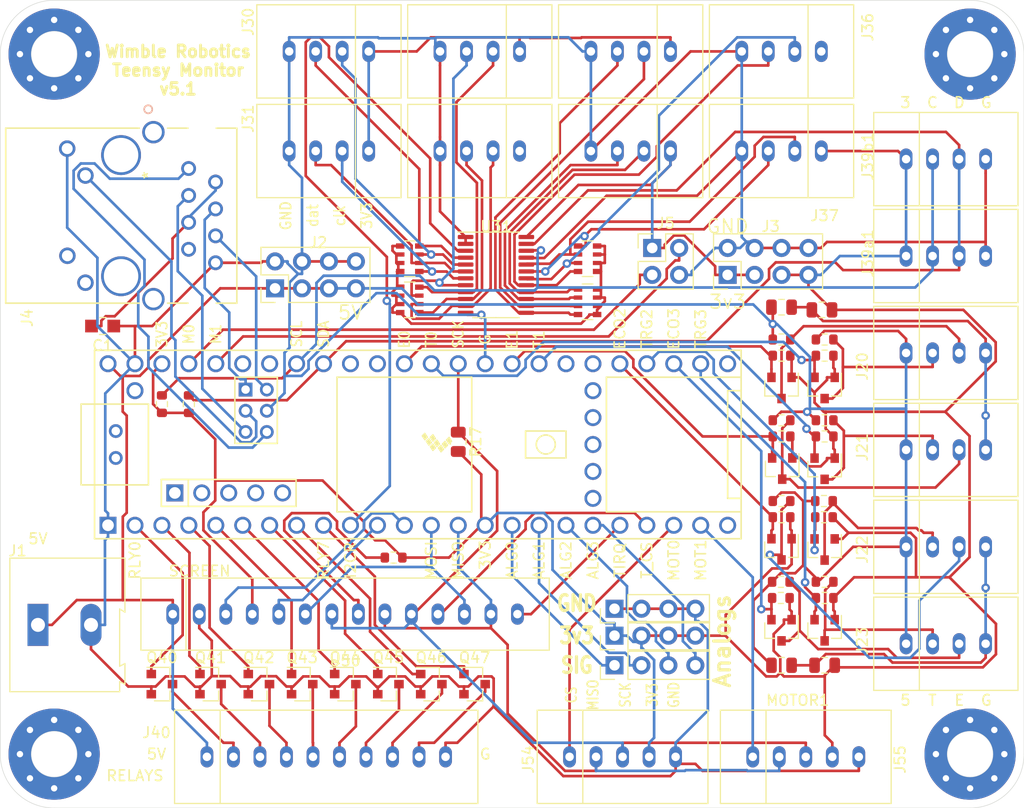
<source format=kicad_pcb>
(kicad_pcb (version 20171130) (host pcbnew 5.1.9-73d0e3b20d~88~ubuntu20.04.1)
  (layers (0 F.Cu mixed) (1 In1.Cu power hide) (2 In2.Cu power hide) (31 B.Cu mixed) (34 B.Paste user hide) (35 F.Paste user) (36 B.SilkS user hide) (37 F.SilkS user) (38 B.Mask user hide) (39 F.Mask user hide) (44 Edge.Cuts user))
  (net 0 "")
  (net 1 GND)
  (net 2 5V)
  (net 3 3V3)
  (net 4 "Net-(J20-Pad3)")
  (net 5 "Net-(J20-Pad2)")
  (net 6 "Net-(J21-Pad3)")
  (net 7 "Net-(J21-Pad2)")
  (net 8 "Net-(J31-Pad3)")
  (net 9 "Net-(J31-Pad2)")
  (net 10 "Net-(J32-Pad3)")
  (net 11 "Net-(J32-Pad2)")
  (net 12 "Net-(J40-Pad9)")
  (net 13 "Net-(J40-Pad8)")
  (net 14 "Net-(J40-Pad7)")
  (net 15 "Net-(J40-Pad6)")
  (net 16 "Net-(J40-Pad5)")
  (net 17 "Net-(J40-Pad4)")
  (net 18 "Net-(J40-Pad3)")
  (net 19 "Net-(J40-Pad2)")
  (net 20 ANLG3)
  (net 21 ANLG2)
  (net 22 ANLG1)
  (net 23 ANLG0)
  (net 24 SCK)
  (net 25 MISO)
  (net 26 MOTOR0)
  (net 27 MOTOR1)
  (net 28 TRG0)
  (net 29 ECHO0)
  (net 30 TRG1)
  (net 31 ECHO1)
  (net 32 TRG2)
  (net 33 ECHO2)
  (net 34 TRG3)
  (net 35 ECHO3)
  (net 36 RLY0)
  (net 37 RLY1)
  (net 38 RLY2)
  (net 39 RLY3)
  (net 40 RLY4)
  (net 41 RLY5)
  (net 42 RLY6)
  (net 43 RLY7)
  (net 44 SCL)
  (net 45 SDA)
  (net 46 "Net-(R51-Pad1)")
  (net 47 T_IRQ)
  (net 48 T_CS)
  (net 49 MOSI)
  (net 50 CS)
  (net 51 DC)
  (net 52 I2CRESET)
  (net 53 "Net-(J22-Pad2)")
  (net 54 "Net-(J22-Pad3)")
  (net 55 "Net-(J23-Pad2)")
  (net 56 "Net-(J23-Pad3)")
  (net 57 "Net-(J30-Pad2)")
  (net 58 "Net-(J30-Pad3)")
  (net 59 "Net-(J33-Pad2)")
  (net 60 "Net-(J33-Pad3)")
  (net 61 "Net-(J34-Pad2)")
  (net 62 "Net-(J34-Pad3)")
  (net 63 "Net-(J35-Pad2)")
  (net 64 "Net-(J35-Pad3)")
  (net 65 "Net-(J36-Pad2)")
  (net 66 "Net-(J36-Pad3)")
  (net 67 "Net-(J37-Pad2)")
  (net 68 "Net-(J37-Pad3)")
  (net 69 "Net-(RN31-Pad5)")
  (net 70 "Net-(C1-Pad2)")
  (net 71 LED)
  (net 72 T-)
  (net 73 T+)
  (net 74 R-)
  (net 75 R+)
  (net 76 "Net-(J5-Pad3)")
  (net 77 "Net-(J5-Pad2)")
  (module Resistor_SMD:R_Array_Convex_4x0603 (layer F.Cu) (at 118.872 37.084)
    (fp_text reference RN34 hide)
    (fp_text value 3K)
    (pad 5 smd rect (at 0.9 1.2) (size 0.8 0.5) (layers F.Cu F.Paste F.Mask) (net 69 "Net-(RN31-Pad5)"))
    (pad 6 smd rect (at 0.9 0.4) (size 0.8 0.4) (layers F.Cu F.Paste F.Mask) (net 69 "Net-(RN31-Pad5)"))
    (pad 8 smd rect (at 0.9 -1.2) (size 0.8 0.5) (layers F.Cu F.Paste F.Mask) (net 69 "Net-(RN31-Pad5)"))
    (pad 7 smd rect (at 0.9 -0.4) (size 0.8 0.4) (layers F.Cu F.Paste F.Mask) (net 69 "Net-(RN31-Pad5)"))
    (pad 4 smd rect (at -0.9 1.2) (size 0.8 0.5) (layers F.Cu F.Paste F.Mask) (net 66 "Net-(J36-Pad3)"))
    (pad 2 smd rect (at -0.9 -0.4) (size 0.8 0.4) (layers F.Cu F.Paste F.Mask) (net 67 "Net-(J37-Pad2)"))
    (pad 3 smd rect (at -0.9 0.4) (size 0.8 0.4) (layers F.Cu F.Paste F.Mask) (net 65 "Net-(J36-Pad2)"))
    (pad 1 smd rect (at -0.9 -1.2) (size 0.8 0.5) (layers F.Cu F.Paste F.Mask) (net 68 "Net-(J37-Pad3)"))
  )
  (module Connector_Molex:533750410 (layer F.Cu) (at 152.654 73.406)
    (fp_text reference J23 (at -7.874 -0.254 90) (layer F.SilkS))
    (fp_text value SONAR3)
    (pad "" np_thru_hole circle (at 5.35 2.2) (size 1.2 1.2) (drill 1.2) (layers *.Cu *.Mask))
    (pad 4 thru_hole oval (at 3.75 0) (size 1.2 2) (drill 0.8) (layers *.Cu *.Mask) (net 1 GND))
    (pad 3 thru_hole oval (at 1.25 0) (size 1.2 2) (drill 0.8) (layers *.Cu *.Mask) (net 56 "Net-(J23-Pad3)"))
    (pad 2 thru_hole oval (at -1.25 0) (size 1.2 2) (drill 0.8) (layers *.Cu *.Mask) (net 55 "Net-(J23-Pad2)"))
    (pad 1 thru_hole oval (at -3.75 0) (size 1.2 2) (drill 0.8) (layers *.Cu *.Mask) (net 2 5V))
  )
  (module Connector_Molex:533750410 (layer F.Cu) (at 152.654 64.262)
    (fp_text reference J22 (at -7.874 0.254 90) (layer F.SilkS))
    (fp_text value SONAR2)
    (pad "" np_thru_hole circle (at 5.35 2.2) (size 1.2 1.2) (drill 1.2) (layers *.Cu *.Mask))
    (pad 4 thru_hole oval (at 3.75 0) (size 1.2 2) (drill 0.8) (layers *.Cu *.Mask) (net 1 GND))
    (pad 3 thru_hole oval (at 1.25 0) (size 1.2 2) (drill 0.8) (layers *.Cu *.Mask) (net 54 "Net-(J22-Pad3)"))
    (pad 2 thru_hole oval (at -1.25 0) (size 1.2 2) (drill 0.8) (layers *.Cu *.Mask) (net 53 "Net-(J22-Pad2)"))
    (pad 1 thru_hole oval (at -3.75 0) (size 1.2 2) (drill 0.8) (layers *.Cu *.Mask) (net 2 5V))
  )
  (module Connector_Molex:533750410 (layer F.Cu) (at 152.654 55.118)
    (fp_text reference J21 (at -7.874 -0.254 90) (layer F.SilkS))
    (fp_text value SONAR1)
    (pad "" np_thru_hole circle (at 5.35 2.2) (size 1.2 1.2) (drill 1.2) (layers *.Cu *.Mask))
    (pad 4 thru_hole oval (at 3.75 0) (size 1.2 2) (drill 0.8) (layers *.Cu *.Mask) (net 1 GND))
    (pad 3 thru_hole oval (at 1.25 0) (size 1.2 2) (drill 0.8) (layers *.Cu *.Mask) (net 6 "Net-(J21-Pad3)"))
    (pad 2 thru_hole oval (at -1.25 0) (size 1.2 2) (drill 0.8) (layers *.Cu *.Mask) (net 7 "Net-(J21-Pad2)"))
    (pad 1 thru_hole oval (at -3.75 0) (size 1.2 2) (drill 0.8) (layers *.Cu *.Mask) (net 2 5V))
  )
  (module Connector_Molex:533750410 (layer F.Cu) (at 152.654 45.974)
    (fp_text reference J20 (at -7.874 1.27 90) (layer F.SilkS))
    (fp_text value SONAR0)
    (pad "" np_thru_hole circle (at 5.35 2.2) (size 1.2 1.2) (drill 1.2) (layers *.Cu *.Mask))
    (pad 4 thru_hole oval (at 3.75 0) (size 1.2 2) (drill 0.8) (layers *.Cu *.Mask) (net 1 GND))
    (pad 3 thru_hole oval (at 1.25 0) (size 1.2 2) (drill 0.8) (layers *.Cu *.Mask) (net 4 "Net-(J20-Pad3)"))
    (pad 2 thru_hole oval (at -1.25 0) (size 1.2 2) (drill 0.8) (layers *.Cu *.Mask) (net 5 "Net-(J20-Pad2)"))
    (pad 1 thru_hole oval (at -3.75 0) (size 1.2 2) (drill 0.8) (layers *.Cu *.Mask) (net 2 5V))
  )
  (module Connector_Molex:Molex-533751410 (layer F.Cu) (at 96.012 70.612)
    (fp_text reference U50 (at 0 4.4) (layer F.SilkS))
    (fp_text value CR2013-MI2120)
    (pad "" np_thru_hole circle (at 17.85 2.2) (size 1.2 1.2) (drill 1.2) (layers *.Cu *.Mask))
    (pad 14 thru_hole oval (at 16.25 0) (size 1.2 2) (drill 0.8) (layers *.Cu *.Mask) (net 47 T_IRQ))
    (pad 13 thru_hole oval (at 13.75 0) (size 1.2 2) (drill 0.8) (layers *.Cu *.Mask) (net 25 MISO))
    (pad 12 thru_hole oval (at 11.25 0) (size 1.2 2) (drill 0.8) (layers *.Cu *.Mask) (net 49 MOSI))
    (pad 11 thru_hole oval (at 8.75 0) (size 1.2 2) (drill 0.8) (layers *.Cu *.Mask) (net 48 T_CS))
    (pad 10 thru_hole oval (at 6.25 0) (size 1.2 2) (drill 0.8) (layers *.Cu *.Mask) (net 24 SCK))
    (pad 9 thru_hole oval (at 3.75 0) (size 1.2 2) (drill 0.8) (layers *.Cu *.Mask) (net 25 MISO))
    (pad 8 thru_hole oval (at 1.25 0) (size 1.2 2) (drill 0.8) (layers *.Cu *.Mask) (net 46 "Net-(R51-Pad1)"))
    (pad 7 thru_hole oval (at -1.25 0) (size 1.2 2) (drill 0.8) (layers *.Cu *.Mask) (net 24 SCK))
    (pad 6 thru_hole oval (at -3.75 0) (size 1.2 2) (drill 0.8) (layers *.Cu *.Mask) (net 49 MOSI))
    (pad 5 thru_hole oval (at -6.25 0) (size 1.2 2) (drill 0.8) (layers *.Cu *.Mask) (net 51 DC))
    (pad 4 thru_hole oval (at -8.75 0) (size 1.2 2) (drill 0.8) (layers *.Cu *.Mask) (net 3 3V3))
    (pad 3 thru_hole oval (at -11.25 0) (size 1.2 2) (drill 0.8) (layers *.Cu *.Mask) (net 50 CS))
    (pad 2 thru_hole oval (at -13.75 0) (size 1.2 2) (drill 0.8) (layers *.Cu *.Mask) (net 1 GND))
    (pad 1 thru_hole oval (at -16.25 0) (size 1.2 2) (drill 0.8) (layers *.Cu *.Mask) (net 2 5V))
  )
  (module Connector_Molex:533750410 (layer F.Cu) (at 152.654 27.686)
    (fp_text reference J39b1 (at -7.366 -0.254 90) (layer F.SilkS))
    (fp_text value I2Cb)
    (pad "" np_thru_hole circle (at 5.35 2.2) (size 1.2 1.2) (drill 1.2) (layers *.Cu *.Mask))
    (pad 4 thru_hole oval (at 3.75 0) (size 1.2 2) (drill 0.8) (layers *.Cu *.Mask) (net 1 GND))
    (pad 3 thru_hole oval (at 1.25 0) (size 1.2 2) (drill 0.8) (layers *.Cu *.Mask) (net 45 SDA))
    (pad 2 thru_hole oval (at -1.25 0) (size 1.2 2) (drill 0.8) (layers *.Cu *.Mask) (net 44 SCL))
    (pad 1 thru_hole oval (at -3.75 0) (size 1.2 2) (drill 0.8) (layers *.Cu *.Mask) (net 3 3V3))
  )
  (module Connector_Molex:533750410 (layer F.Cu) (at 152.654 36.83)
    (fp_text reference J39a1 (at -7.366 -0.254 90) (layer F.SilkS))
    (fp_text value I2Ca)
    (pad "" np_thru_hole circle (at 5.35 2.2) (size 1.2 1.2) (drill 1.2) (layers *.Cu *.Mask))
    (pad 4 thru_hole oval (at 3.75 0) (size 1.2 2) (drill 0.8) (layers *.Cu *.Mask) (net 1 GND))
    (pad 3 thru_hole oval (at 1.25 0) (size 1.2 2) (drill 0.8) (layers *.Cu *.Mask) (net 45 SDA))
    (pad 2 thru_hole oval (at -1.25 0) (size 1.2 2) (drill 0.8) (layers *.Cu *.Mask) (net 44 SCL))
    (pad 1 thru_hole oval (at -3.75 0) (size 1.2 2) (drill 0.8) (layers *.Cu *.Mask) (net 3 3V3))
  )
  (module Connector_Molex:533750510 (layer F.Cu) (at 139.446 84.074)
    (fp_text reference J55 (at 8.89 0.254 90) (layer F.SilkS))
    (fp_text value MOTOR1)
    (pad "" np_thru_hole circle (at 6.6 2.2) (size 1.2 1.2) (drill 1.2) (layers *.Cu *.Mask))
    (pad 5 thru_hole oval (at 5 0) (size 1.2 2) (drill 0.8) (layers *.Cu *.Mask) (net 1 GND))
    (pad 4 thru_hole oval (at 2.5 0) (size 1.2 2) (drill 0.8) (layers *.Cu *.Mask) (net 3 3V3))
    (pad 3 thru_hole oval (at 0 0) (size 1.2 2) (drill 0.8) (layers *.Cu *.Mask) (net 24 SCK))
    (pad 2 thru_hole oval (at -2.5 0) (size 1.2 2) (drill 0.8) (layers *.Cu *.Mask) (net 25 MISO))
    (pad 1 thru_hole oval (at -5 0) (size 1.2 2) (drill 0.8) (layers *.Cu *.Mask) (net 27 MOTOR1))
  )
  (module Connector_Molex:533750510 (layer F.Cu) (at 122.174 84.074)
    (fp_text reference J54 (at -8.89 0.254 90) (layer F.SilkS))
    (fp_text value MOTOR0)
    (pad "" np_thru_hole circle (at 6.6 2.2) (size 1.2 1.2) (drill 1.2) (layers *.Cu *.Mask))
    (pad 5 thru_hole oval (at 5 0) (size 1.2 2) (drill 0.8) (layers *.Cu *.Mask) (net 1 GND))
    (pad 4 thru_hole oval (at 2.5 0) (size 1.2 2) (drill 0.8) (layers *.Cu *.Mask) (net 3 3V3))
    (pad 3 thru_hole oval (at 0 0) (size 1.2 2) (drill 0.8) (layers *.Cu *.Mask) (net 24 SCK))
    (pad 2 thru_hole oval (at -2.5 0) (size 1.2 2) (drill 0.8) (layers *.Cu *.Mask) (net 25 MISO))
    (pad 1 thru_hole oval (at -5 0) (size 1.2 2) (drill 0.8) (layers *.Cu *.Mask) (net 26 MOTOR0))
  )
  (module Connector_Molex:533751010 (layer F.Cu) (at 94.234 84.074)
    (fp_text reference J40 (at -16.002 -2.286) (layer F.SilkS))
    (fp_text value RELAYS)
    (pad "" np_thru_hole circle (at 12.85 2.2) (size 1.2 1.2) (drill 1.2) (layers *.Cu *.Mask))
    (pad 10 thru_hole oval (at 11.25 0) (size 1.2 2) (drill 0.8) (layers *.Cu *.Mask) (net 1 GND))
    (pad 9 thru_hole oval (at 8.75 0) (size 1.2 2) (drill 0.8) (layers *.Cu *.Mask) (net 12 "Net-(J40-Pad9)"))
    (pad 8 thru_hole oval (at 6.25 0) (size 1.2 2) (drill 0.8) (layers *.Cu *.Mask) (net 13 "Net-(J40-Pad8)"))
    (pad 7 thru_hole oval (at 3.75 0) (size 1.2 2) (drill 0.8) (layers *.Cu *.Mask) (net 14 "Net-(J40-Pad7)"))
    (pad 6 thru_hole oval (at 1.25 0) (size 1.2 2) (drill 0.8) (layers *.Cu *.Mask) (net 15 "Net-(J40-Pad6)"))
    (pad 5 thru_hole oval (at -1.25 0) (size 1.2 2) (drill 0.8) (layers *.Cu *.Mask) (net 16 "Net-(J40-Pad5)"))
    (pad 4 thru_hole oval (at -3.75 0) (size 1.2 2) (drill 0.8) (layers *.Cu *.Mask) (net 17 "Net-(J40-Pad4)"))
    (pad 3 thru_hole oval (at -6.25 0) (size 1.2 2) (drill 0.8) (layers *.Cu *.Mask) (net 18 "Net-(J40-Pad3)"))
    (pad 2 thru_hole oval (at -8.75 0) (size 1.2 2) (drill 0.8) (layers *.Cu *.Mask) (net 19 "Net-(J40-Pad2)"))
    (pad 1 thru_hole oval (at -11.25 0) (size 1.2 2) (drill 0.8) (layers *.Cu *.Mask) (net 2 5V))
  )
  (module Connector_Molex:533750410 (layer F.Cu) (at 137.16 26.924 180)
    (fp_text reference J37 (at -4.064 -6.096) (layer F.SilkS))
    (fp_text value TOF7)
    (pad "" np_thru_hole circle (at 5.35 2.2 180) (size 1.2 1.2) (drill 1.2) (layers *.Cu *.Mask))
    (pad 4 thru_hole oval (at 3.75 0 180) (size 1.2 2) (drill 0.8) (layers *.Cu *.Mask) (net 1 GND))
    (pad 3 thru_hole oval (at 1.25 0 180) (size 1.2 2) (drill 0.8) (layers *.Cu *.Mask) (net 68 "Net-(J37-Pad3)"))
    (pad 2 thru_hole oval (at -1.25 0 180) (size 1.2 2) (drill 0.8) (layers *.Cu *.Mask) (net 67 "Net-(J37-Pad2)"))
    (pad 1 thru_hole oval (at -3.75 0 180) (size 1.2 2) (drill 0.8) (layers *.Cu *.Mask) (net 3 3V3))
  )
  (module Connector_Molex:533750410 (layer F.Cu) (at 137.16 17.526 180)
    (fp_text reference J36 (at -8.128 2.286 90) (layer F.SilkS))
    (fp_text value TOF6)
    (pad "" np_thru_hole circle (at 5.35 2.2 180) (size 1.2 1.2) (drill 1.2) (layers *.Cu *.Mask))
    (pad 4 thru_hole oval (at 3.75 0 180) (size 1.2 2) (drill 0.8) (layers *.Cu *.Mask) (net 1 GND))
    (pad 3 thru_hole oval (at 1.25 0 180) (size 1.2 2) (drill 0.8) (layers *.Cu *.Mask) (net 66 "Net-(J36-Pad3)"))
    (pad 2 thru_hole oval (at -1.25 0 180) (size 1.2 2) (drill 0.8) (layers *.Cu *.Mask) (net 65 "Net-(J36-Pad2)"))
    (pad 1 thru_hole oval (at -3.75 0 180) (size 1.2 2) (drill 0.8) (layers *.Cu *.Mask) (net 3 3V3))
  )
  (module Connector_Molex:533750410 (layer F.Cu) (at 122.936 26.924 180)
    (fp_text reference J35 hide)
    (fp_text value TOF5)
    (pad "" np_thru_hole circle (at 5.35 2.2 180) (size 1.2 1.2) (drill 1.2) (layers *.Cu *.Mask))
    (pad 4 thru_hole oval (at 3.75 0 180) (size 1.2 2) (drill 0.8) (layers *.Cu *.Mask) (net 1 GND))
    (pad 3 thru_hole oval (at 1.25 0 180) (size 1.2 2) (drill 0.8) (layers *.Cu *.Mask) (net 64 "Net-(J35-Pad3)"))
    (pad 2 thru_hole oval (at -1.25 0 180) (size 1.2 2) (drill 0.8) (layers *.Cu *.Mask) (net 63 "Net-(J35-Pad2)"))
    (pad 1 thru_hole oval (at -3.75 0 180) (size 1.2 2) (drill 0.8) (layers *.Cu *.Mask) (net 3 3V3))
  )
  (module Connector_Molex:533750410 (layer F.Cu) (at 122.936 17.526 180)
    (fp_text reference J34 hide)
    (fp_text value TOF4)
    (pad "" np_thru_hole circle (at 5.35 2.2 180) (size 1.2 1.2) (drill 1.2) (layers *.Cu *.Mask))
    (pad 4 thru_hole oval (at 3.75 0 180) (size 1.2 2) (drill 0.8) (layers *.Cu *.Mask) (net 1 GND))
    (pad 3 thru_hole oval (at 1.25 0 180) (size 1.2 2) (drill 0.8) (layers *.Cu *.Mask) (net 62 "Net-(J34-Pad3)"))
    (pad 2 thru_hole oval (at -1.25 0 180) (size 1.2 2) (drill 0.8) (layers *.Cu *.Mask) (net 61 "Net-(J34-Pad2)"))
    (pad 1 thru_hole oval (at -3.75 0 180) (size 1.2 2) (drill 0.8) (layers *.Cu *.Mask) (net 3 3V3))
  )
  (module Connector_Molex:533750410 (layer F.Cu) (at 108.712 26.924 180)
    (fp_text reference J33 hide)
    (fp_text value TOF3)
    (pad "" np_thru_hole circle (at 5.35 2.2 180) (size 1.2 1.2) (drill 1.2) (layers *.Cu *.Mask))
    (pad 4 thru_hole oval (at 3.75 0 180) (size 1.2 2) (drill 0.8) (layers *.Cu *.Mask) (net 1 GND))
    (pad 3 thru_hole oval (at 1.25 0 180) (size 1.2 2) (drill 0.8) (layers *.Cu *.Mask) (net 60 "Net-(J33-Pad3)"))
    (pad 2 thru_hole oval (at -1.25 0 180) (size 1.2 2) (drill 0.8) (layers *.Cu *.Mask) (net 59 "Net-(J33-Pad2)"))
    (pad 1 thru_hole oval (at -3.75 0 180) (size 1.2 2) (drill 0.8) (layers *.Cu *.Mask) (net 3 3V3))
  )
  (module Connector_Molex:533750410 (layer F.Cu) (at 108.712 17.526 180)
    (fp_text reference J32 hide)
    (fp_text value TOF2)
    (pad "" np_thru_hole circle (at 5.35 2.2 180) (size 1.2 1.2) (drill 1.2) (layers *.Cu *.Mask))
    (pad 4 thru_hole oval (at 3.75 0 180) (size 1.2 2) (drill 0.8) (layers *.Cu *.Mask) (net 1 GND))
    (pad 3 thru_hole oval (at 1.25 0 180) (size 1.2 2) (drill 0.8) (layers *.Cu *.Mask) (net 10 "Net-(J32-Pad3)"))
    (pad 2 thru_hole oval (at -1.25 0 180) (size 1.2 2) (drill 0.8) (layers *.Cu *.Mask) (net 11 "Net-(J32-Pad2)"))
    (pad 1 thru_hole oval (at -3.75 0 180) (size 1.2 2) (drill 0.8) (layers *.Cu *.Mask) (net 3 3V3))
  )
  (module Connector_Molex:533750410 (layer F.Cu) (at 94.488 26.924 180)
    (fp_text reference J31 (at 7.62 3.048 90) (layer F.SilkS))
    (fp_text value TOF1)
    (pad "" np_thru_hole circle (at 5.35 2.2 180) (size 1.2 1.2) (drill 1.2) (layers *.Cu *.Mask))
    (pad 4 thru_hole oval (at 3.75 0 180) (size 1.2 2) (drill 0.8) (layers *.Cu *.Mask) (net 1 GND))
    (pad 3 thru_hole oval (at 1.25 0 180) (size 1.2 2) (drill 0.8) (layers *.Cu *.Mask) (net 8 "Net-(J31-Pad3)"))
    (pad 2 thru_hole oval (at -1.25 0 180) (size 1.2 2) (drill 0.8) (layers *.Cu *.Mask) (net 9 "Net-(J31-Pad2)"))
    (pad 1 thru_hole oval (at -3.75 0 180) (size 1.2 2) (drill 0.8) (layers *.Cu *.Mask) (net 3 3V3))
  )
  (module Connector_Molex:533750410 (layer F.Cu) (at 94.488 17.526 180)
    (fp_text reference J30 (at 7.62 2.794 90) (layer F.SilkS))
    (fp_text value TOF0)
    (pad "" np_thru_hole circle (at 5.35 2.2 180) (size 1.2 1.2) (drill 1.2) (layers *.Cu *.Mask))
    (pad 4 thru_hole oval (at 3.75 0 180) (size 1.2 2) (drill 0.8) (layers *.Cu *.Mask) (net 1 GND))
    (pad 3 thru_hole oval (at 1.25 0 180) (size 1.2 2) (drill 0.8) (layers *.Cu *.Mask) (net 58 "Net-(J30-Pad3)"))
    (pad 2 thru_hole oval (at -1.25 0 180) (size 1.2 2) (drill 0.8) (layers *.Cu *.Mask) (net 57 "Net-(J30-Pad2)"))
    (pad 1 thru_hole oval (at -3.75 0 180) (size 1.2 2) (drill 0.8) (layers *.Cu *.Mask) (net 3 3V3))
  )
  (module Resistor_SMD:R_0805_2012Metric (layer F.Cu) (at 106.68 54.356 270)
    (fp_text reference R17 (at 0 -1.65 90) (layer F.SilkS))
    (fp_text value R)
    (pad 2 smd roundrect (at 0.9125 0 270) (size 1.025 1.4) (layers F.Cu F.Paste F.Mask) (roundrect_rratio 0.2439014634146341) (net 3 3V3))
    (pad 1 smd roundrect (at -0.9125 0 270) (size 1.025 1.4) (layers F.Cu F.Paste F.Mask) (roundrect_rratio 0.2439014634146341) (net 24 SCK))
  )
  (module Connector_PinHeader_2.54mm:PinHeader_2x02_P2.54mm_Vertical (layer F.Cu) (at 124.968 36.068)
    (fp_text reference J5 (at 1.27 -2.33) (layer F.SilkS))
    (fp_text value MISC)
    (pad 4 thru_hole oval (at 2.54 2.54) (size 1.7 1.7) (drill 1) (layers *.Cu *.Mask) (net 1 GND))
    (pad 3 thru_hole oval (at 0 2.54) (size 1.7 1.7) (drill 1) (layers *.Cu *.Mask) (net 76 "Net-(J5-Pad3)"))
    (pad 2 thru_hole oval (at 2.54 0) (size 1.7 1.7) (drill 1) (layers *.Cu *.Mask) (net 77 "Net-(J5-Pad2)"))
    (pad 1 thru_hole rect (at 0 0) (size 1.7 1.7) (drill 1) (layers *.Cu *.Mask) (net 3 3V3))
  )
  (module Teensy:Teensy41 (layer F.Cu) (at 102.87 54.61)
    (fp_text reference U1 hide)
    (fp_text value Teensy4.1 hide)
    (pad 66 thru_hole circle (at -28.48 -1.27) (size 1.3 1.3) (drill 0.8) (layers *.Cu *.Mask))
    (pad 67 thru_hole circle (at -28.48 1.27) (size 1.3 1.3) (drill 0.8) (layers *.Cu *.Mask))
    (pad 54 thru_hole circle (at 16.51 -5.08) (size 1.6 1.6) (drill 1.1) (layers *.Cu *.Mask))
    (pad 53 thru_hole circle (at 16.51 -2.54) (size 1.6 1.6) (drill 1.1) (layers *.Cu *.Mask))
    (pad 52 thru_hole circle (at 16.51 0) (size 1.6 1.6) (drill 1.1) (layers *.Cu *.Mask))
    (pad 51 thru_hole circle (at 16.51 2.54) (size 1.6 1.6) (drill 1.1) (layers *.Cu *.Mask))
    (pad 50 thru_hole circle (at 16.51 5.08) (size 1.6 1.6) (drill 1.1) (layers *.Cu *.Mask))
    (pad 62 thru_hole circle (at -16.24 -1.1816) (size 1.3 1.3) (drill 0.8) (layers *.Cu *.Mask) (net 72 T-))
    (pad 63 thru_hole circle (at -14.24 -1.1816) (size 1.3 1.3) (drill 0.8) (layers *.Cu *.Mask) (net 73 T+))
    (pad 64 thru_hole circle (at -14.24 -3.1816) (size 1.3 1.3) (drill 0.8) (layers *.Cu *.Mask) (net 1 GND))
    (pad 61 thru_hole circle (at -16.24 -3.1816) (size 1.3 1.3) (drill 0.8) (layers *.Cu *.Mask) (net 71 LED))
    (pad 65 thru_hole circle (at -14.24 -5.1816) (size 1.3 1.3) (drill 0.8) (layers *.Cu *.Mask) (net 74 R-))
    (pad 60 thru_hole rect (at -16.24 -5.1816) (size 1.3 1.3) (drill 0.8) (layers *.Cu *.Mask) (net 75 R+))
    (pad 17 thru_hole circle (at 11.43 7.62) (size 1.6 1.6) (drill 1.1) (layers *.Cu *.Mask) (net 22 ANLG1))
    (pad 18 thru_hole circle (at 13.97 7.62) (size 1.6 1.6) (drill 1.1) (layers *.Cu *.Mask) (net 21 ANLG2))
    (pad 19 thru_hole circle (at 16.51 7.62) (size 1.6 1.6) (drill 1.1) (layers *.Cu *.Mask) (net 20 ANLG3))
    (pad 20 thru_hole circle (at 19.05 7.62) (size 1.6 1.6) (drill 1.1) (layers *.Cu *.Mask) (net 47 T_IRQ))
    (pad 16 thru_hole circle (at 8.89 7.62) (size 1.6 1.6) (drill 1.1) (layers *.Cu *.Mask) (net 23 ANLG0))
    (pad 15 thru_hole circle (at 6.35 7.62) (size 1.6 1.6) (drill 1.1) (layers *.Cu *.Mask) (net 3 3V3))
    (pad 14 thru_hole circle (at 3.81 7.62) (size 1.6 1.6) (drill 1.1) (layers *.Cu *.Mask) (net 25 MISO))
    (pad 21 thru_hole circle (at 21.59 7.62) (size 1.6 1.6) (drill 1.1) (layers *.Cu *.Mask) (net 48 T_CS))
    (pad 22 thru_hole circle (at 24.13 7.62) (size 1.6 1.6) (drill 1.1) (layers *.Cu *.Mask) (net 26 MOTOR0))
    (pad 23 thru_hole circle (at 26.67 7.62) (size 1.6 1.6) (drill 1.1) (layers *.Cu *.Mask) (net 27 MOTOR1))
    (pad 24 thru_hole circle (at 29.21 7.62) (size 1.6 1.6) (drill 1.1) (layers *.Cu *.Mask))
    (pad 25 thru_hole circle (at 29.21 -7.62) (size 1.6 1.6) (drill 1.1) (layers *.Cu *.Mask))
    (pad 26 thru_hole circle (at 26.67 -7.62) (size 1.6 1.6) (drill 1.1) (layers *.Cu *.Mask) (net 34 TRG3))
    (pad 27 thru_hole circle (at 24.13 -7.62) (size 1.6 1.6) (drill 1.1) (layers *.Cu *.Mask) (net 35 ECHO3))
    (pad 28 thru_hole circle (at 21.59 -7.62) (size 1.6 1.6) (drill 1.1) (layers *.Cu *.Mask) (net 32 TRG2))
    (pad 29 thru_hole circle (at 19.05 -7.62) (size 1.6 1.6) (drill 1.1) (layers *.Cu *.Mask) (net 33 ECHO2))
    (pad 30 thru_hole circle (at 16.51 -7.62) (size 1.6 1.6) (drill 1.1) (layers *.Cu *.Mask))
    (pad 31 thru_hole circle (at 13.97 -7.62) (size 1.6 1.6) (drill 1.1) (layers *.Cu *.Mask))
    (pad 32 thru_hole circle (at 11.43 -7.62) (size 1.6 1.6) (drill 1.1) (layers *.Cu *.Mask) (net 30 TRG1))
    (pad 33 thru_hole circle (at 8.89 -7.62) (size 1.6 1.6) (drill 1.1) (layers *.Cu *.Mask) (net 31 ECHO1))
    (pad 34 thru_hole circle (at 6.35 -7.62) (size 1.6 1.6) (drill 1.1) (layers *.Cu *.Mask) (net 1 GND))
    (pad 13 thru_hole circle (at 1.27 7.62) (size 1.6 1.6) (drill 1.1) (layers *.Cu *.Mask) (net 49 MOSI))
    (pad 12 thru_hole circle (at -1.27 7.62) (size 1.6 1.6) (drill 1.1) (layers *.Cu *.Mask) (net 50 CS))
    (pad 11 thru_hole circle (at -3.81 7.62) (size 1.6 1.6) (drill 1.1) (layers *.Cu *.Mask) (net 51 DC))
    (pad 10 thru_hole circle (at -6.35 7.62) (size 1.6 1.6) (drill 1.1) (layers *.Cu *.Mask) (net 52 I2CRESET))
    (pad 9 thru_hole circle (at -8.89 7.62) (size 1.6 1.6) (drill 1.1) (layers *.Cu *.Mask) (net 43 RLY7))
    (pad 8 thru_hole circle (at -11.43 7.62) (size 1.6 1.6) (drill 1.1) (layers *.Cu *.Mask) (net 42 RLY6))
    (pad 7 thru_hole circle (at -13.97 7.62) (size 1.6 1.6) (drill 1.1) (layers *.Cu *.Mask) (net 41 RLY5))
    (pad 6 thru_hole circle (at -16.51 7.62) (size 1.6 1.6) (drill 1.1) (layers *.Cu *.Mask) (net 40 RLY4))
    (pad 5 thru_hole circle (at -19.05 7.62) (size 1.6 1.6) (drill 1.1) (layers *.Cu *.Mask) (net 39 RLY3))
    (pad 4 thru_hole circle (at -21.59 7.62) (size 1.6 1.6) (drill 1.1) (layers *.Cu *.Mask) (net 38 RLY2))
    (pad 3 thru_hole circle (at -24.13 7.62) (size 1.6 1.6) (drill 1.1) (layers *.Cu *.Mask) (net 37 RLY1))
    (pad 2 thru_hole circle (at -26.67 7.62) (size 1.6 1.6) (drill 1.1) (layers *.Cu *.Mask) (net 36 RLY0))
    (pad 1 thru_hole rect (at -29.21 7.62) (size 1.6 1.6) (drill 1.1) (layers *.Cu *.Mask) (net 1 GND))
    (pad 35 thru_hole circle (at 3.81 -7.62) (size 1.6 1.6) (drill 1.1) (layers *.Cu *.Mask) (net 24 SCK))
    (pad 36 thru_hole circle (at 1.27 -7.62) (size 1.6 1.6) (drill 1.1) (layers *.Cu *.Mask) (net 28 TRG0))
    (pad 37 thru_hole circle (at -1.27 -7.62) (size 1.6 1.6) (drill 1.1) (layers *.Cu *.Mask) (net 29 ECHO0))
    (pad 38 thru_hole circle (at -3.81 -7.62) (size 1.6 1.6) (drill 1.1) (layers *.Cu *.Mask))
    (pad 39 thru_hole circle (at -6.35 -7.62) (size 1.6 1.6) (drill 1.1) (layers *.Cu *.Mask))
    (pad 40 thru_hole circle (at -8.89 -7.62) (size 1.6 1.6) (drill 1.1) (layers *.Cu *.Mask) (net 45 SDA))
    (pad 41 thru_hole circle (at -11.43 -7.62) (size 1.6 1.6) (drill 1.1) (layers *.Cu *.Mask) (net 44 SCL))
    (pad 42 thru_hole circle (at -13.97 -7.62) (size 1.6 1.6) (drill 1.1) (layers *.Cu *.Mask))
    (pad 43 thru_hole circle (at -16.51 -7.62) (size 1.6 1.6) (drill 1.1) (layers *.Cu *.Mask))
    (pad 44 thru_hole circle (at -19.05 -7.62) (size 1.6 1.6) (drill 1.1) (layers *.Cu *.Mask) (net 77 "Net-(J5-Pad2)"))
    (pad 45 thru_hole circle (at -21.59 -7.62) (size 1.6 1.6) (drill 1.1) (layers *.Cu *.Mask) (net 76 "Net-(J5-Pad3)"))
    (pad 46 thru_hole circle (at -24.13 -7.62) (size 1.6 1.6) (drill 1.1) (layers *.Cu *.Mask) (net 3 3V3))
    (pad 47 thru_hole circle (at -26.67 -7.62) (size 1.6 1.6) (drill 1.1) (layers *.Cu *.Mask) (net 1 GND))
    (pad 48 thru_hole circle (at -29.21 -7.62) (size 1.6 1.6) (drill 1.1) (layers *.Cu *.Mask) (net 2 5V))
    (pad 55 thru_hole rect (at -22.9108 4.5692) (size 1.6 1.6) (drill 1.1) (layers *.Cu *.Mask))
    (pad 56 thru_hole circle (at -20.3708 4.5692) (size 1.6 1.6) (drill 1.1) (layers *.Cu *.Mask))
    (pad 57 thru_hole circle (at -17.8308 4.5692) (size 1.6 1.6) (drill 1.1) (layers *.Cu *.Mask))
    (pad 58 thru_hole circle (at -15.2908 4.5692) (size 1.6 1.6) (drill 1.1) (layers *.Cu *.Mask))
    (pad 59 thru_hole circle (at -12.7508 4.5692) (size 1.6 1.6) (drill 1.1) (layers *.Cu *.Mask))
    (pad 49 thru_hole circle (at -26.67 -5.08) (size 1.6 1.6) (drill 1.1) (layers *.Cu *.Mask))
  )
  (module WizNet:J1B1211CCD (layer F.Cu) (at 77.47 29.21 270)
    (fp_text reference J4 (at 13.462 11.43 90) (layer F.SilkS))
    (fp_text value J1B1211CCD hide)
    (fp_text user * (at 0 0 90) (layer F.SilkS))
    (pad 16 thru_hole circle (at 11.684998 -0.47001) (size 2.1082 2.1082) (drill 1.6002) (layers *.Cu *.Mask))
    (pad 13 thru_hole circle (at -4.064998 -0.47001) (size 2.1082 2.1082) (drill 1.6002) (layers *.Cu *.Mask))
    (pad 15 thru_hole circle (at 9.525 2.57999) (size 3.7592 3.7592) (drill 3.2512) (layers *.Cu *.Mask))
    (pad 14 thru_hole circle (at -1.905 2.57999) (size 3.7592 3.7592) (drill 3.2512) (layers *.Cu *.Mask))
    (pad 12 thru_hole circle (at 10.135 5.93999 270) (size 1.5494 1.5494) (drill 1.0414) (layers *.Cu *.Mask))
    (pad 11 thru_hole circle (at 7.595 7.63999 270) (size 1.5494 1.5494) (drill 1.0414) (layers *.Cu *.Mask))
    (pad 10 thru_hole circle (at 0.025 5.93999 270) (size 1.5494 1.5494) (drill 1.0414) (layers *.Cu *.Mask) (net 71 LED))
    (pad 9 thru_hole circle (at -2.515 7.65999 270) (size 1.5494 1.5494) (drill 1.0414) (layers *.Cu *.Mask) (net 1 GND))
    (pad 7 thru_hole circle (at 6.985 -3.79001 270) (size 1.397 1.397) (drill 0.889) (layers *.Cu *.Mask))
    (pad 5 thru_hole circle (at 4.445 -3.79001 270) (size 1.397 1.397) (drill 0.889) (layers *.Cu *.Mask) (net 70 "Net-(C1-Pad2)"))
    (pad 3 thru_hole circle (at 1.905 -3.79001 270) (size 1.397 1.397) (drill 0.889) (layers *.Cu *.Mask) (net 72 T-))
    (pad 1 thru_hole circle (at -0.635 -3.79001 270) (size 1.397 1.397) (drill 0.889) (layers *.Cu *.Mask) (net 73 T+))
    (pad 8 thru_hole circle (at 8.255 -6.33001 270) (size 1.397 1.397) (drill 0.889) (layers *.Cu *.Mask) (net 1 GND))
    (pad 6 thru_hole circle (at 5.715 -6.33001 270) (size 1.397 1.397) (drill 0.889) (layers *.Cu *.Mask) (net 74 R-))
    (pad 4 thru_hole circle (at 3.175 -6.33001 270) (size 1.397 1.397) (drill 0.889) (layers *.Cu *.Mask) (net 75 R+))
    (pad 2 thru_hole circle (at 0.635 -6.33001 270) (size 1.397 1.397) (drill 0.889) (layers *.Cu *.Mask) (net 70 "Net-(C1-Pad2)"))
  )
  (module digikey-footprints:0805 (layer F.Cu) (at 73.152 43.434 180)
    (fp_text reference C1 (at 0 -1.84) (layer F.SilkS))
    (fp_text value 0.1)
    (pad 1 smd rect (at -1.05 0 180) (size 1.2 1.2) (layers F.Cu F.Paste F.Mask) (net 1 GND))
    (pad 2 smd rect (at 1.05 0 180) (size 1.2 1.2) (layers F.Cu F.Paste F.Mask) (net 70 "Net-(C1-Pad2)"))
  )
  (module Connector_PinHeader_2.54mm:PinHeader_2x04_P2.54mm_Vertical (layer F.Cu) (at 132.08 38.608 90)
    (fp_text reference J3 (at 4.572 4.064 180) (layer F.SilkS))
    (fp_text value 3V3)
    (pad 8 thru_hole oval (at 2.54 7.62 90) (size 1.7 1.7) (drill 1) (layers *.Cu *.Mask) (net 1 GND))
    (pad 7 thru_hole oval (at 0 7.62 90) (size 1.7 1.7) (drill 1) (layers *.Cu *.Mask) (net 3 3V3))
    (pad 6 thru_hole oval (at 2.54 5.08 90) (size 1.7 1.7) (drill 1) (layers *.Cu *.Mask) (net 1 GND))
    (pad 5 thru_hole oval (at 0 5.08 90) (size 1.7 1.7) (drill 1) (layers *.Cu *.Mask) (net 3 3V3))
    (pad 4 thru_hole oval (at 2.54 2.54 90) (size 1.7 1.7) (drill 1) (layers *.Cu *.Mask) (net 1 GND))
    (pad 3 thru_hole oval (at 0 2.54 90) (size 1.7 1.7) (drill 1) (layers *.Cu *.Mask) (net 3 3V3))
    (pad 2 thru_hole oval (at 2.54 0 90) (size 1.7 1.7) (drill 1) (layers *.Cu *.Mask) (net 1 GND))
    (pad 1 thru_hole rect (at 0 0 90) (size 1.7 1.7) (drill 1) (layers *.Cu *.Mask) (net 3 3V3))
  )
  (module MountingHole:MountingHole_4.3mm_M4_Pad_Via (layer F.Cu) (at 154.94 83.82)
    (fp_text reference H4 hide)
    (fp_text value MountingHole)
    (pad 1 thru_hole circle (at 2.280419 -2.280419) (size 0.9 0.9) (drill 0.6) (layers *.Cu *.Mask))
    (pad 1 thru_hole circle (at 0 -3.225) (size 0.9 0.9) (drill 0.6) (layers *.Cu *.Mask))
    (pad 1 thru_hole circle (at -2.280419 -2.280419) (size 0.9 0.9) (drill 0.6) (layers *.Cu *.Mask))
    (pad 1 thru_hole circle (at -3.225 0) (size 0.9 0.9) (drill 0.6) (layers *.Cu *.Mask))
    (pad 1 thru_hole circle (at -2.280419 2.280419) (size 0.9 0.9) (drill 0.6) (layers *.Cu *.Mask))
    (pad 1 thru_hole circle (at 0 3.225) (size 0.9 0.9) (drill 0.6) (layers *.Cu *.Mask))
    (pad 1 thru_hole circle (at 2.280419 2.280419) (size 0.9 0.9) (drill 0.6) (layers *.Cu *.Mask))
    (pad 1 thru_hole circle (at 3.225 0) (size 0.9 0.9) (drill 0.6) (layers *.Cu *.Mask))
    (pad 1 thru_hole circle (at 0 0) (size 8.6 8.6) (drill 4.3) (layers *.Cu *.Mask))
  )
  (module MountingHole:MountingHole_4.3mm_M4_Pad_Via (layer F.Cu) (at 154.94 17.78)
    (fp_text reference H3 hide)
    (fp_text value MountingHole)
    (pad 1 thru_hole circle (at 2.280419 -2.280419) (size 0.9 0.9) (drill 0.6) (layers *.Cu *.Mask))
    (pad 1 thru_hole circle (at 0 -3.225) (size 0.9 0.9) (drill 0.6) (layers *.Cu *.Mask))
    (pad 1 thru_hole circle (at -2.280419 -2.280419) (size 0.9 0.9) (drill 0.6) (layers *.Cu *.Mask))
    (pad 1 thru_hole circle (at -3.225 0) (size 0.9 0.9) (drill 0.6) (layers *.Cu *.Mask))
    (pad 1 thru_hole circle (at -2.280419 2.280419) (size 0.9 0.9) (drill 0.6) (layers *.Cu *.Mask))
    (pad 1 thru_hole circle (at 0 3.225) (size 0.9 0.9) (drill 0.6) (layers *.Cu *.Mask))
    (pad 1 thru_hole circle (at 2.280419 2.280419) (size 0.9 0.9) (drill 0.6) (layers *.Cu *.Mask))
    (pad 1 thru_hole circle (at 3.225 0) (size 0.9 0.9) (drill 0.6) (layers *.Cu *.Mask))
    (pad 1 thru_hole circle (at 0 0) (size 8.6 8.6) (drill 4.3) (layers *.Cu *.Mask))
  )
  (module MountingHole:MountingHole_4.3mm_M4_Pad_Via (layer F.Cu) (at 68.58 83.82)
    (fp_text reference H2 hide)
    (fp_text value MountingHole)
    (pad 1 thru_hole circle (at 2.280419 -2.280419) (size 0.9 0.9) (drill 0.6) (layers *.Cu *.Mask))
    (pad 1 thru_hole circle (at 0 -3.225) (size 0.9 0.9) (drill 0.6) (layers *.Cu *.Mask))
    (pad 1 thru_hole circle (at -2.280419 -2.280419) (size 0.9 0.9) (drill 0.6) (layers *.Cu *.Mask))
    (pad 1 thru_hole circle (at -3.225 0) (size 0.9 0.9) (drill 0.6) (layers *.Cu *.Mask))
    (pad 1 thru_hole circle (at -2.280419 2.280419) (size 0.9 0.9) (drill 0.6) (layers *.Cu *.Mask))
    (pad 1 thru_hole circle (at 0 3.225) (size 0.9 0.9) (drill 0.6) (layers *.Cu *.Mask))
    (pad 1 thru_hole circle (at 2.280419 2.280419) (size 0.9 0.9) (drill 0.6) (layers *.Cu *.Mask))
    (pad 1 thru_hole circle (at 3.225 0) (size 0.9 0.9) (drill 0.6) (layers *.Cu *.Mask))
    (pad 1 thru_hole circle (at 0 0) (size 8.6 8.6) (drill 4.3) (layers *.Cu *.Mask))
  )
  (module MountingHole:MountingHole_4.3mm_M4_Pad_Via (layer F.Cu) (at 68.58 17.78)
    (fp_text reference H1 hide)
    (fp_text value MountingHole)
    (pad 1 thru_hole circle (at 2.280419 -2.280419) (size 0.9 0.9) (drill 0.6) (layers *.Cu *.Mask))
    (pad 1 thru_hole circle (at 0 -3.225) (size 0.9 0.9) (drill 0.6) (layers *.Cu *.Mask))
    (pad 1 thru_hole circle (at -2.280419 -2.280419) (size 0.9 0.9) (drill 0.6) (layers *.Cu *.Mask))
    (pad 1 thru_hole circle (at -3.225 0) (size 0.9 0.9) (drill 0.6) (layers *.Cu *.Mask))
    (pad 1 thru_hole circle (at -2.280419 2.280419) (size 0.9 0.9) (drill 0.6) (layers *.Cu *.Mask))
    (pad 1 thru_hole circle (at 0 3.225) (size 0.9 0.9) (drill 0.6) (layers *.Cu *.Mask))
    (pad 1 thru_hole circle (at 2.280419 2.280419) (size 0.9 0.9) (drill 0.6) (layers *.Cu *.Mask))
    (pad 1 thru_hole circle (at 3.225 0) (size 0.9 0.9) (drill 0.6) (layers *.Cu *.Mask))
    (pad 1 thru_hole circle (at 0 0) (size 8.6 8.6) (drill 4.3) (layers *.Cu *.Mask))
  )
  (module Package_SO:TSSOP-24_4.4x7.8mm_P0.65mm (layer F.Cu) (at 110.236 38.608)
    (fp_text reference U31 (at 0 -4.572) (layer F.SilkS))
    (fp_text value TCA9548APWR)
    (pad 24 smd roundrect (at 2.8625 -3.575) (size 1.475 0.4) (layers F.Cu F.Paste F.Mask) (net 3 3V3))
    (pad 23 smd roundrect (at 2.8625 -2.925) (size 1.475 0.4) (layers F.Cu F.Paste F.Mask) (net 45 SDA))
    (pad 22 smd roundrect (at 2.8625 -2.275) (size 1.475 0.4) (layers F.Cu F.Paste F.Mask) (net 44 SCL))
    (pad 21 smd roundrect (at 2.8625 -1.625) (size 1.475 0.4) (layers F.Cu F.Paste F.Mask) (net 1 GND))
    (pad 20 smd roundrect (at 2.8625 -0.975) (size 1.475 0.4) (layers F.Cu F.Paste F.Mask) (net 67 "Net-(J37-Pad2)"))
    (pad 19 smd roundrect (at 2.8625 -0.325) (size 1.475 0.4) (layers F.Cu F.Paste F.Mask) (net 68 "Net-(J37-Pad3)"))
    (pad 18 smd roundrect (at 2.8625 0.325) (size 1.475 0.4) (layers F.Cu F.Paste F.Mask) (net 65 "Net-(J36-Pad2)"))
    (pad 17 smd roundrect (at 2.8625 0.975) (size 1.475 0.4) (layers F.Cu F.Paste F.Mask) (net 66 "Net-(J36-Pad3)"))
    (pad 16 smd roundrect (at 2.8625 1.625) (size 1.475 0.4) (layers F.Cu F.Paste F.Mask) (net 63 "Net-(J35-Pad2)"))
    (pad 15 smd roundrect (at 2.8625 2.275) (size 1.475 0.4) (layers F.Cu F.Paste F.Mask) (net 64 "Net-(J35-Pad3)"))
    (pad 14 smd roundrect (at 2.8625 2.925) (size 1.475 0.4) (layers F.Cu F.Paste F.Mask) (net 61 "Net-(J34-Pad2)"))
    (pad 13 smd roundrect (at 2.8625 3.575) (size 1.475 0.4) (layers F.Cu F.Paste F.Mask) (net 62 "Net-(J34-Pad3)"))
    (pad 12 smd roundrect (at -2.8625 3.575) (size 1.475 0.4) (layers F.Cu F.Paste F.Mask) (net 1 GND))
    (pad 11 smd roundrect (at -2.8625 2.925) (size 1.475 0.4) (layers F.Cu F.Paste F.Mask) (net 59 "Net-(J33-Pad2)"))
    (pad 10 smd roundrect (at -2.8625 2.275) (size 1.475 0.4) (layers F.Cu F.Paste F.Mask) (net 60 "Net-(J33-Pad3)"))
    (pad 9 smd roundrect (at -2.8625 1.625) (size 1.475 0.4) (layers F.Cu F.Paste F.Mask) (net 11 "Net-(J32-Pad2)"))
    (pad 8 smd roundrect (at -2.8625 0.975) (size 1.475 0.4) (layers F.Cu F.Paste F.Mask) (net 10 "Net-(J32-Pad3)"))
    (pad 7 smd roundrect (at -2.8625 0.325) (size 1.475 0.4) (layers F.Cu F.Paste F.Mask) (net 9 "Net-(J31-Pad2)"))
    (pad 6 smd roundrect (at -2.8625 -0.325) (size 1.475 0.4) (layers F.Cu F.Paste F.Mask) (net 8 "Net-(J31-Pad3)"))
    (pad 5 smd roundrect (at -2.8625 -0.975) (size 1.475 0.4) (layers F.Cu F.Paste F.Mask) (net 57 "Net-(J30-Pad2)"))
    (pad 4 smd roundrect (at -2.8625 -1.625) (size 1.475 0.4) (layers F.Cu F.Paste F.Mask) (net 58 "Net-(J30-Pad3)"))
    (pad 3 smd roundrect (at -2.8625 -2.275) (size 1.475 0.4) (layers F.Cu F.Paste F.Mask) (net 52 I2CRESET))
    (pad 2 smd roundrect (at -2.8625 -2.925) (size 1.475 0.4) (layers F.Cu F.Paste F.Mask) (net 1 GND))
    (pad 1 smd roundrect (at -2.8625 -3.575) (size 1.475 0.4) (layers F.Cu F.Paste F.Mask) (net 1 GND))
  )
  (module Resistor_SMD:R_Array_Convex_4x0603 (layer F.Cu) (at 118.872 41.148)
    (fp_text reference RN33 hide)
    (fp_text value 3K)
    (pad 5 smd rect (at 0.9 1.2) (size 0.8 0.5) (layers F.Cu F.Paste F.Mask) (net 69 "Net-(RN31-Pad5)"))
    (pad 6 smd rect (at 0.9 0.4) (size 0.8 0.4) (layers F.Cu F.Paste F.Mask) (net 69 "Net-(RN31-Pad5)"))
    (pad 8 smd rect (at 0.9 -1.2) (size 0.8 0.5) (layers F.Cu F.Paste F.Mask) (net 69 "Net-(RN31-Pad5)"))
    (pad 7 smd rect (at 0.9 -0.4) (size 0.8 0.4) (layers F.Cu F.Paste F.Mask) (net 69 "Net-(RN31-Pad5)"))
    (pad 4 smd rect (at -0.9 1.2) (size 0.8 0.5) (layers F.Cu F.Paste F.Mask) (net 62 "Net-(J34-Pad3)"))
    (pad 2 smd rect (at -0.9 -0.4) (size 0.8 0.4) (layers F.Cu F.Paste F.Mask) (net 64 "Net-(J35-Pad3)"))
    (pad 3 smd rect (at -0.9 0.4) (size 0.8 0.4) (layers F.Cu F.Paste F.Mask) (net 61 "Net-(J34-Pad2)"))
    (pad 1 smd rect (at -0.9 -1.2) (size 0.8 0.5) (layers F.Cu F.Paste F.Mask) (net 63 "Net-(J35-Pad2)"))
  )
  (module Resistor_SMD:R_Array_Convex_4x0603 (layer F.Cu) (at 102.108 40.964 180)
    (fp_text reference RN32 hide)
    (fp_text value 3K)
    (pad 5 smd rect (at 0.9 1.2 180) (size 0.8 0.5) (layers F.Cu F.Paste F.Mask) (net 69 "Net-(RN31-Pad5)"))
    (pad 6 smd rect (at 0.9 0.4 180) (size 0.8 0.4) (layers F.Cu F.Paste F.Mask) (net 69 "Net-(RN31-Pad5)"))
    (pad 8 smd rect (at 0.9 -1.2 180) (size 0.8 0.5) (layers F.Cu F.Paste F.Mask) (net 69 "Net-(RN31-Pad5)"))
    (pad 7 smd rect (at 0.9 -0.4 180) (size 0.8 0.4) (layers F.Cu F.Paste F.Mask) (net 69 "Net-(RN31-Pad5)"))
    (pad 4 smd rect (at -0.9 1.2 180) (size 0.8 0.5) (layers F.Cu F.Paste F.Mask) (net 11 "Net-(J32-Pad2)"))
    (pad 2 smd rect (at -0.9 -0.4 180) (size 0.8 0.4) (layers F.Cu F.Paste F.Mask) (net 59 "Net-(J33-Pad2)"))
    (pad 3 smd rect (at -0.9 0.4 180) (size 0.8 0.4) (layers F.Cu F.Paste F.Mask) (net 10 "Net-(J32-Pad3)"))
    (pad 1 smd rect (at -0.9 -1.2 180) (size 0.8 0.5) (layers F.Cu F.Paste F.Mask) (net 60 "Net-(J33-Pad3)"))
  )
  (module Resistor_SMD:R_Array_Convex_4x0603 (layer F.Cu) (at 102.108 37.084 180)
    (fp_text reference RN31 hide)
    (fp_text value 3K)
    (pad 5 smd rect (at 0.9 1.2 180) (size 0.8 0.5) (layers F.Cu F.Paste F.Mask) (net 69 "Net-(RN31-Pad5)"))
    (pad 6 smd rect (at 0.9 0.4 180) (size 0.8 0.4) (layers F.Cu F.Paste F.Mask) (net 69 "Net-(RN31-Pad5)"))
    (pad 8 smd rect (at 0.9 -1.2 180) (size 0.8 0.5) (layers F.Cu F.Paste F.Mask) (net 69 "Net-(RN31-Pad5)"))
    (pad 7 smd rect (at 0.9 -0.4 180) (size 0.8 0.4) (layers F.Cu F.Paste F.Mask) (net 69 "Net-(RN31-Pad5)"))
    (pad 4 smd rect (at -0.9 1.2 180) (size 0.8 0.5) (layers F.Cu F.Paste F.Mask) (net 58 "Net-(J30-Pad3)"))
    (pad 2 smd rect (at -0.9 -0.4 180) (size 0.8 0.4) (layers F.Cu F.Paste F.Mask) (net 8 "Net-(J31-Pad3)"))
    (pad 3 smd rect (at -0.9 0.4 180) (size 0.8 0.4) (layers F.Cu F.Paste F.Mask) (net 57 "Net-(J30-Pad2)"))
    (pad 1 smd rect (at -0.9 -1.2 180) (size 0.8 0.5) (layers F.Cu F.Paste F.Mask) (net 9 "Net-(J31-Pad2)"))
  )
  (module Resistor_SMD:R_0603_1608Metric (layer F.Cu) (at 100.584 65.278)
    (fp_text reference R51 hide)
    (fp_text value 100)
    (pad 2 smd roundrect (at 0.825 0) (size 0.8 0.95) (layers F.Cu F.Paste F.Mask) (net 3 3V3))
    (pad 1 smd roundrect (at -0.825 0) (size 0.8 0.95) (layers F.Cu F.Paste F.Mask) (net 46 "Net-(R51-Pad1)"))
  )
  (module Resistor_SMD:R_0603_1608Metric (layer F.Cu) (at 81.28 50.8 90)
    (fp_text reference R31 hide)
    (fp_text value 3K)
    (pad 2 smd roundrect (at 0.825 0 90) (size 0.8 0.95) (layers F.Cu F.Paste F.Mask) (net 45 SDA))
    (pad 1 smd roundrect (at -0.825 0 90) (size 0.8 0.95) (layers F.Cu F.Paste F.Mask) (net 3 3V3))
  )
  (module Resistor_SMD:R_0603_1608Metric (layer F.Cu) (at 78.74 50.8 90)
    (fp_text reference R30 hide)
    (fp_text value 3K)
    (pad 2 smd roundrect (at 0.825 0 90) (size 0.8 0.95) (layers F.Cu F.Paste F.Mask) (net 44 SCL))
    (pad 1 smd roundrect (at -0.825 0 90) (size 0.8 0.95) (layers F.Cu F.Paste F.Mask) (net 3 3V3))
  )
  (module Resistor_SMD:R_0603_1608Metric (layer F.Cu) (at 137.097 69.088 180)
    (fp_text reference R16 hide)
    (fp_text value 10K)
    (pad 2 smd roundrect (at 0.825 0 180) (size 0.8 0.95) (layers F.Cu F.Paste F.Mask) (net 35 ECHO3))
    (pad 1 smd roundrect (at -0.825 0 180) (size 0.8 0.95) (layers F.Cu F.Paste F.Mask) (net 3 3V3))
  )
  (module Resistor_SMD:R_0603_1608Metric (layer F.Cu) (at 137.097 67.564)
    (fp_text reference R15 hide)
    (fp_text value 10K)
    (pad 2 smd roundrect (at 0.825 0) (size 0.8 0.95) (layers F.Cu F.Paste F.Mask) (net 56 "Net-(J23-Pad3)"))
    (pad 1 smd roundrect (at -0.825 0) (size 0.8 0.95) (layers F.Cu F.Paste F.Mask) (net 2 5V))
  )
  (module Resistor_SMD:R_0603_1608Metric (layer F.Cu) (at 141.224 69.088 180)
    (fp_text reference R14 hide)
    (fp_text value 10K)
    (pad 2 smd roundrect (at 0.825 0 180) (size 0.8 0.95) (layers F.Cu F.Paste F.Mask) (net 34 TRG3))
    (pad 1 smd roundrect (at -0.825 0 180) (size 0.8 0.95) (layers F.Cu F.Paste F.Mask) (net 3 3V3))
  )
  (module Resistor_SMD:R_0603_1608Metric (layer F.Cu) (at 141.224 67.564)
    (fp_text reference R13 hide)
    (fp_text value 10K)
    (pad 2 smd roundrect (at 0.825 0) (size 0.8 0.95) (layers F.Cu F.Paste F.Mask) (net 55 "Net-(J23-Pad2)"))
    (pad 1 smd roundrect (at -0.825 0) (size 0.8 0.95) (layers F.Cu F.Paste F.Mask) (net 2 5V))
  )
  (module Resistor_SMD:R_0603_1608Metric (layer F.Cu) (at 137.16 61.468 180)
    (fp_text reference R12 hide)
    (fp_text value 10K)
    (pad 2 smd roundrect (at 0.825 0 180) (size 0.8 0.95) (layers F.Cu F.Paste F.Mask) (net 33 ECHO2))
    (pad 1 smd roundrect (at -0.825 0 180) (size 0.8 0.95) (layers F.Cu F.Paste F.Mask) (net 3 3V3))
  )
  (module Resistor_SMD:R_0603_1608Metric (layer F.Cu) (at 137.16 59.944)
    (fp_text reference R11 hide)
    (fp_text value 10K)
    (pad 2 smd roundrect (at 0.825 0) (size 0.8 0.95) (layers F.Cu F.Paste F.Mask) (net 54 "Net-(J22-Pad3)"))
    (pad 1 smd roundrect (at -0.825 0) (size 0.8 0.95) (layers F.Cu F.Paste F.Mask) (net 2 5V))
  )
  (module Resistor_SMD:R_0603_1608Metric (layer F.Cu) (at 141.161 61.468 180)
    (fp_text reference R10 hide)
    (fp_text value 10K)
    (pad 2 smd roundrect (at 0.825 0 180) (size 0.8 0.95) (layers F.Cu F.Paste F.Mask) (net 32 TRG2))
    (pad 1 smd roundrect (at -0.825 0 180) (size 0.8 0.95) (layers F.Cu F.Paste F.Mask) (net 3 3V3))
  )
  (module Resistor_SMD:R_0603_1608Metric (layer F.Cu) (at 141.161 59.944)
    (fp_text reference R9 hide)
    (fp_text value 10K)
    (pad 2 smd roundrect (at 0.825 0) (size 0.8 0.95) (layers F.Cu F.Paste F.Mask) (net 53 "Net-(J22-Pad2)"))
    (pad 1 smd roundrect (at -0.825 0) (size 0.8 0.95) (layers F.Cu F.Paste F.Mask) (net 2 5V))
  )
  (module Resistor_SMD:R_0603_1608Metric (layer F.Cu) (at 137.16 53.848 180)
    (fp_text reference R8 hide)
    (fp_text value 10K)
    (pad 2 smd roundrect (at 0.825 0 180) (size 0.8 0.95) (layers F.Cu F.Paste F.Mask) (net 31 ECHO1))
    (pad 1 smd roundrect (at -0.825 0 180) (size 0.8 0.95) (layers F.Cu F.Paste F.Mask) (net 3 3V3))
  )
  (module Resistor_SMD:R_0603_1608Metric (layer F.Cu) (at 137.16 52.324)
    (fp_text reference R7 hide)
    (fp_text value 10K)
    (pad 2 smd roundrect (at 0.825 0) (size 0.8 0.95) (layers F.Cu F.Paste F.Mask) (net 6 "Net-(J21-Pad3)"))
    (pad 1 smd roundrect (at -0.825 0) (size 0.8 0.95) (layers F.Cu F.Paste F.Mask) (net 2 5V))
  )
  (module Resistor_SMD:R_0603_1608Metric (layer F.Cu) (at 141.224 53.848 180)
    (fp_text reference R6 hide)
    (fp_text value 10K)
    (pad 2 smd roundrect (at 0.825 0 180) (size 0.8 0.95) (layers F.Cu F.Paste F.Mask) (net 30 TRG1))
    (pad 1 smd roundrect (at -0.825 0 180) (size 0.8 0.95) (layers F.Cu F.Paste F.Mask) (net 3 3V3))
  )
  (module Resistor_SMD:R_0603_1608Metric (layer F.Cu) (at 141.224 52.324)
    (fp_text reference R5 hide)
    (fp_text value 10K)
    (pad 2 smd roundrect (at 0.825 0) (size 0.8 0.95) (layers F.Cu F.Paste F.Mask) (net 7 "Net-(J21-Pad2)"))
    (pad 1 smd roundrect (at -0.825 0) (size 0.8 0.95) (layers F.Cu F.Paste F.Mask) (net 2 5V))
  )
  (module Resistor_SMD:R_0603_1608Metric (layer F.Cu) (at 137.16 46.228 180)
    (fp_text reference R4 hide)
    (fp_text value 10K)
    (pad 2 smd roundrect (at 0.825 0 180) (size 0.8 0.95) (layers F.Cu F.Paste F.Mask) (net 29 ECHO0))
    (pad 1 smd roundrect (at -0.825 0 180) (size 0.8 0.95) (layers F.Cu F.Paste F.Mask) (net 3 3V3))
  )
  (module Resistor_SMD:R_0603_1608Metric (layer F.Cu) (at 137.16 44.704)
    (fp_text reference R3 hide)
    (fp_text value 10K)
    (pad 2 smd roundrect (at 0.825 0) (size 0.8 0.95) (layers F.Cu F.Paste F.Mask) (net 4 "Net-(J20-Pad3)"))
    (pad 1 smd roundrect (at -0.825 0) (size 0.8 0.95) (layers F.Cu F.Paste F.Mask) (net 2 5V))
  )
  (module Resistor_SMD:R_0603_1608Metric (layer F.Cu) (at 141.224 46.228 180)
    (fp_text reference R2 hide)
    (fp_text value 10K)
    (pad 2 smd roundrect (at 0.825 0 180) (size 0.8 0.95) (layers F.Cu F.Paste F.Mask) (net 28 TRG0))
    (pad 1 smd roundrect (at -0.825 0 180) (size 0.8 0.95) (layers F.Cu F.Paste F.Mask) (net 3 3V3))
  )
  (module Resistor_SMD:R_0603_1608Metric (layer F.Cu) (at 141.224 44.704)
    (fp_text reference R1 hide)
    (fp_text value 10K)
    (pad 2 smd roundrect (at 0.825 0) (size 0.8 0.95) (layers F.Cu F.Paste F.Mask) (net 5 "Net-(J20-Pad2)"))
    (pad 1 smd roundrect (at -0.825 0) (size 0.8 0.95) (layers F.Cu F.Paste F.Mask) (net 2 5V))
  )
  (module Package_TO_SOT_SMD:SOT-23 (layer F.Cu) (at 108.22 77.216)
    (fp_text reference Q47 (at 0 -2.5) (layer F.SilkS))
    (fp_text value BSS138)
    (pad 3 smd rect (at 1 0) (size 0.9 0.8) (layers F.Cu F.Paste F.Mask) (net 12 "Net-(J40-Pad9)"))
    (pad 2 smd rect (at -1 0.95) (size 0.9 0.8) (layers F.Cu F.Paste F.Mask) (net 1 GND))
    (pad 1 smd rect (at -1 -0.95) (size 0.9 0.8) (layers F.Cu F.Paste F.Mask) (net 43 RLY7))
  )
  (module Package_TO_SOT_SMD:SOT-23 (layer F.Cu) (at 104.14 77.216)
    (fp_text reference Q46 (at 0 -2.5) (layer F.SilkS))
    (fp_text value BSS138)
    (pad 3 smd rect (at 1 0) (size 0.9 0.8) (layers F.Cu F.Paste F.Mask) (net 13 "Net-(J40-Pad8)"))
    (pad 2 smd rect (at -1 0.95) (size 0.9 0.8) (layers F.Cu F.Paste F.Mask) (net 1 GND))
    (pad 1 smd rect (at -1 -0.95) (size 0.9 0.8) (layers F.Cu F.Paste F.Mask) (net 42 RLY6))
  )
  (module Package_TO_SOT_SMD:SOT-23 (layer F.Cu) (at 100.092 77.216)
    (fp_text reference Q45 (at 0 -2.5) (layer F.SilkS))
    (fp_text value BSS138)
    (pad 3 smd rect (at 1 0) (size 0.9 0.8) (layers F.Cu F.Paste F.Mask) (net 14 "Net-(J40-Pad7)"))
    (pad 2 smd rect (at -1 0.95) (size 0.9 0.8) (layers F.Cu F.Paste F.Mask) (net 1 GND))
    (pad 1 smd rect (at -1 -0.95) (size 0.9 0.8) (layers F.Cu F.Paste F.Mask) (net 41 RLY5))
  )
  (module Package_TO_SOT_SMD:SOT-23 (layer F.Cu) (at 96.028 77.216)
    (fp_text reference Q44 (at 0 -2.5) (layer F.SilkS))
    (fp_text value BSS138)
    (pad 3 smd rect (at 1 0) (size 0.9 0.8) (layers F.Cu F.Paste F.Mask) (net 15 "Net-(J40-Pad6)"))
    (pad 2 smd rect (at -1 0.95) (size 0.9 0.8) (layers F.Cu F.Paste F.Mask) (net 1 GND))
    (pad 1 smd rect (at -1 -0.95) (size 0.9 0.8) (layers F.Cu F.Paste F.Mask) (net 40 RLY4))
  )
  (module Package_TO_SOT_SMD:SOT-23 (layer F.Cu) (at 91.964 77.216)
    (fp_text reference Q43 (at 0 -2.5) (layer F.SilkS))
    (fp_text value BSS138)
    (pad 3 smd rect (at 1 0) (size 0.9 0.8) (layers F.Cu F.Paste F.Mask) (net 16 "Net-(J40-Pad5)"))
    (pad 2 smd rect (at -1 0.95) (size 0.9 0.8) (layers F.Cu F.Paste F.Mask) (net 1 GND))
    (pad 1 smd rect (at -1 -0.95) (size 0.9 0.8) (layers F.Cu F.Paste F.Mask) (net 39 RLY3))
  )
  (module Package_TO_SOT_SMD:SOT-23 (layer F.Cu) (at 87.884 77.216)
    (fp_text reference Q42 (at 0 -2.5) (layer F.SilkS))
    (fp_text value BSS138)
    (pad 3 smd rect (at 1 0) (size 0.9 0.8) (layers F.Cu F.Paste F.Mask) (net 17 "Net-(J40-Pad4)"))
    (pad 2 smd rect (at -1 0.95) (size 0.9 0.8) (layers F.Cu F.Paste F.Mask) (net 1 GND))
    (pad 1 smd rect (at -1 -0.95) (size 0.9 0.8) (layers F.Cu F.Paste F.Mask) (net 38 RLY2))
  )
  (module Package_TO_SOT_SMD:SOT-23 (layer F.Cu) (at 83.328 77.216)
    (fp_text reference Q41 (at 0 -2.5) (layer F.SilkS))
    (fp_text value BSS138)
    (pad 3 smd rect (at 1 0) (size 0.9 0.8) (layers F.Cu F.Paste F.Mask) (net 18 "Net-(J40-Pad3)"))
    (pad 2 smd rect (at -1 0.95) (size 0.9 0.8) (layers F.Cu F.Paste F.Mask) (net 1 GND))
    (pad 1 smd rect (at -1 -0.95) (size 0.9 0.8) (layers F.Cu F.Paste F.Mask) (net 37 RLY1))
  )
  (module Package_TO_SOT_SMD:SOT-23 (layer F.Cu) (at 78.74 77.216)
    (fp_text reference Q40 (at 0 -2.5) (layer F.SilkS))
    (fp_text value BSS138)
    (pad 3 smd rect (at 1 0) (size 0.9 0.8) (layers F.Cu F.Paste F.Mask) (net 19 "Net-(J40-Pad2)"))
    (pad 2 smd rect (at -1 0.95) (size 0.9 0.8) (layers F.Cu F.Paste F.Mask) (net 1 GND))
    (pad 1 smd rect (at -1 -0.95) (size 0.9 0.8) (layers F.Cu F.Paste F.Mask) (net 36 RLY0))
  )
  (module Package_TO_SOT_SMD:SOT-23 (layer F.Cu) (at 137.16 72.136 270)
    (fp_text reference Q28 hide)
    (fp_text value BSS138)
    (pad 3 smd rect (at 1 0 270) (size 0.9 0.8) (layers F.Cu F.Paste F.Mask) (net 56 "Net-(J23-Pad3)"))
    (pad 2 smd rect (at -1 0.95 270) (size 0.9 0.8) (layers F.Cu F.Paste F.Mask) (net 35 ECHO3))
    (pad 1 smd rect (at -1 -0.95 270) (size 0.9 0.8) (layers F.Cu F.Paste F.Mask) (net 3 3V3))
  )
  (module Package_TO_SOT_SMD:SOT-23 (layer F.Cu) (at 141.224 72.136 270)
    (fp_text reference Q27 hide)
    (fp_text value BSS138)
    (pad 3 smd rect (at 1 0 270) (size 0.9 0.8) (layers F.Cu F.Paste F.Mask) (net 55 "Net-(J23-Pad2)"))
    (pad 2 smd rect (at -1 0.95 270) (size 0.9 0.8) (layers F.Cu F.Paste F.Mask) (net 34 TRG3))
    (pad 1 smd rect (at -1 -0.95 270) (size 0.9 0.8) (layers F.Cu F.Paste F.Mask) (net 3 3V3))
  )
  (module Package_TO_SOT_SMD:SOT-23 (layer F.Cu) (at 137.16 64.5 270)
    (fp_text reference Q26 hide)
    (fp_text value BSS138)
    (pad 3 smd rect (at 1 0 270) (size 0.9 0.8) (layers F.Cu F.Paste F.Mask) (net 54 "Net-(J22-Pad3)"))
    (pad 2 smd rect (at -1 0.95 270) (size 0.9 0.8) (layers F.Cu F.Paste F.Mask) (net 33 ECHO2))
    (pad 1 smd rect (at -1 -0.95 270) (size 0.9 0.8) (layers F.Cu F.Paste F.Mask) (net 3 3V3))
  )
  (module Package_TO_SOT_SMD:SOT-23 (layer F.Cu) (at 141.224 64.516 270)
    (fp_text reference Q25 hide)
    (fp_text value BSS138)
    (pad 3 smd rect (at 1 0 270) (size 0.9 0.8) (layers F.Cu F.Paste F.Mask) (net 53 "Net-(J22-Pad2)"))
    (pad 2 smd rect (at -1 0.95 270) (size 0.9 0.8) (layers F.Cu F.Paste F.Mask) (net 32 TRG2))
    (pad 1 smd rect (at -1 -0.95 270) (size 0.9 0.8) (layers F.Cu F.Paste F.Mask) (net 3 3V3))
  )
  (module Package_TO_SOT_SMD:SOT-23 (layer F.Cu) (at 137.226 56.88 270)
    (fp_text reference Q24 hide)
    (fp_text value BSS138)
    (pad 3 smd rect (at 1 0 270) (size 0.9 0.8) (layers F.Cu F.Paste F.Mask) (net 6 "Net-(J21-Pad3)"))
    (pad 2 smd rect (at -1 0.95 270) (size 0.9 0.8) (layers F.Cu F.Paste F.Mask) (net 31 ECHO1))
    (pad 1 smd rect (at -1 -0.95 270) (size 0.9 0.8) (layers F.Cu F.Paste F.Mask) (net 3 3V3))
  )
  (module Package_TO_SOT_SMD:SOT-23 (layer F.Cu) (at 141.224 56.896 270)
    (fp_text reference Q23 hide)
    (fp_text value BSS138)
    (pad 3 smd rect (at 1 0 270) (size 0.9 0.8) (layers F.Cu F.Paste F.Mask) (net 7 "Net-(J21-Pad2)"))
    (pad 2 smd rect (at -1 0.95 270) (size 0.9 0.8) (layers F.Cu F.Paste F.Mask) (net 30 TRG1))
    (pad 1 smd rect (at -1 -0.95 270) (size 0.9 0.8) (layers F.Cu F.Paste F.Mask) (net 3 3V3))
  )
  (module Package_TO_SOT_SMD:SOT-23 (layer F.Cu) (at 137.16 49.276 270)
    (fp_text reference Q22 hide)
    (fp_text value BSS138)
    (pad 3 smd rect (at 1 0 270) (size 0.9 0.8) (layers F.Cu F.Paste F.Mask) (net 4 "Net-(J20-Pad3)"))
    (pad 2 smd rect (at -1 0.95 270) (size 0.9 0.8) (layers F.Cu F.Paste F.Mask) (net 29 ECHO0))
    (pad 1 smd rect (at -1 -0.95 270) (size 0.9 0.8) (layers F.Cu F.Paste F.Mask) (net 3 3V3))
  )
  (module Package_TO_SOT_SMD:SOT-23 (layer F.Cu) (at 141.224 49.276 270)
    (fp_text reference Q21 hide)
    (fp_text value BSS138)
    (pad 3 smd rect (at 1 0 270) (size 0.9 0.8) (layers F.Cu F.Paste F.Mask) (net 5 "Net-(J20-Pad2)"))
    (pad 2 smd rect (at -1 0.95 270) (size 0.9 0.8) (layers F.Cu F.Paste F.Mask) (net 28 TRG0))
    (pad 1 smd rect (at -1 -0.95 270) (size 0.9 0.8) (layers F.Cu F.Paste F.Mask) (net 3 3V3))
  )
  (module Connector_PinHeader_2.54mm:PinHeader_1x04_P2.54mm_Vertical (layer F.Cu) (at 121.412 70.104 90)
    (fp_text reference J53 hide)
    (fp_text value GND)
    (pad 4 thru_hole oval (at 0 7.62 90) (size 1.7 1.7) (drill 1) (layers *.Cu *.Mask) (net 1 GND))
    (pad 3 thru_hole oval (at 0 5.08 90) (size 1.7 1.7) (drill 1) (layers *.Cu *.Mask) (net 1 GND))
    (pad 2 thru_hole oval (at 0 2.54 90) (size 1.7 1.7) (drill 1) (layers *.Cu *.Mask) (net 1 GND))
    (pad 1 thru_hole rect (at 0 0 90) (size 1.7 1.7) (drill 1) (layers *.Cu *.Mask) (net 1 GND))
  )
  (module Connector_PinHeader_2.54mm:PinHeader_1x04_P2.54mm_Vertical (layer F.Cu) (at 121.412 72.644 90)
    (fp_text reference J52 hide)
    (fp_text value 3V3)
    (pad 4 thru_hole oval (at 0 7.62 90) (size 1.7 1.7) (drill 1) (layers *.Cu *.Mask) (net 3 3V3))
    (pad 3 thru_hole oval (at 0 5.08 90) (size 1.7 1.7) (drill 1) (layers *.Cu *.Mask) (net 3 3V3))
    (pad 2 thru_hole oval (at 0 2.54 90) (size 1.7 1.7) (drill 1) (layers *.Cu *.Mask) (net 3 3V3))
    (pad 1 thru_hole rect (at 0 0 90) (size 1.7 1.7) (drill 1) (layers *.Cu *.Mask) (net 3 3V3))
  )
  (module Connector_PinHeader_2.54mm:PinHeader_1x04_P2.54mm_Vertical (layer F.Cu) (at 121.412 75.438 90)
    (fp_text reference J51 hide)
    (fp_text value ANALOGS)
    (pad 4 thru_hole oval (at 0 7.62 90) (size 1.7 1.7) (drill 1) (layers *.Cu *.Mask) (net 20 ANLG3))
    (pad 3 thru_hole oval (at 0 5.08 90) (size 1.7 1.7) (drill 1) (layers *.Cu *.Mask) (net 21 ANLG2))
    (pad 2 thru_hole oval (at 0 2.54 90) (size 1.7 1.7) (drill 1) (layers *.Cu *.Mask) (net 22 ANLG1))
    (pad 1 thru_hole rect (at 0 0 90) (size 1.7 1.7) (drill 1) (layers *.Cu *.Mask) (net 23 ANLG0))
  )
  (module Connector_PinHeader_2.54mm:PinHeader_2x04_P2.54mm_Vertical (layer F.Cu) (at 89.408 39.878 90)
    (fp_text reference J2 (at 4.318 4.064 180) (layer F.SilkS))
    (fp_text value 5V)
    (pad 8 thru_hole oval (at 2.54 7.62 90) (size 1.7 1.7) (drill 1) (layers *.Cu *.Mask) (net 1 GND))
    (pad 7 thru_hole oval (at 0 7.62 90) (size 1.7 1.7) (drill 1) (layers *.Cu *.Mask) (net 2 5V))
    (pad 6 thru_hole oval (at 2.54 5.08 90) (size 1.7 1.7) (drill 1) (layers *.Cu *.Mask) (net 1 GND))
    (pad 5 thru_hole oval (at 0 5.08 90) (size 1.7 1.7) (drill 1) (layers *.Cu *.Mask) (net 2 5V))
    (pad 4 thru_hole oval (at 2.54 2.54 90) (size 1.7 1.7) (drill 1) (layers *.Cu *.Mask) (net 1 GND))
    (pad 3 thru_hole oval (at 0 2.54 90) (size 1.7 1.7) (drill 1) (layers *.Cu *.Mask) (net 2 5V))
    (pad 2 thru_hole oval (at 2.54 0 90) (size 1.7 1.7) (drill 1) (layers *.Cu *.Mask) (net 1 GND))
    (pad 1 thru_hole rect (at 0 0 90) (size 1.7 1.7) (drill 1) (layers *.Cu *.Mask) (net 2 5V))
  )
  (module TerminalBlock:TerminalBlock_Altech_AK300-2_P5.00mm (layer F.Cu) (at 67.056 71.628)
    (fp_text reference J1 (at -1.92 -6.99) (layer F.SilkS))
    (fp_text value PWR)
    (pad 2 thru_hole oval (at 5 0) (size 1.98 3.96) (drill 1.32) (layers *.Cu *.Mask) (net 1 GND))
    (pad 1 thru_hole rect (at 0 0) (size 1.98 3.96) (drill 1.32) (layers *.Cu *.Mask) (net 2 5V))
  )
  (module Capacitor_SMD:C_0805_2012Metric (layer F.Cu) (at 141.224 75.438 180)
    (fp_text reference C24 hide)
    (fp_text value 10uf)
    (pad 2 smd roundrect (at 0.95 0 180) (size 1 1.45) (layers F.Cu F.Paste F.Mask) (net 1 GND))
    (pad 1 smd roundrect (at -0.95 0 180) (size 1 1.45) (layers F.Cu F.Paste F.Mask) (net 3 3V3))
  )
  (module Capacitor_SMD:C_0805_2012Metric (layer F.Cu) (at 137.16 75.438)
    (fp_text reference C23 hide)
    (fp_text value 10uf)
    (pad 2 smd roundrect (at 0.95 0) (size 1 1.45) (layers F.Cu F.Paste F.Mask) (net 1 GND))
    (pad 1 smd roundrect (at -0.95 0) (size 1 1.45) (layers F.Cu F.Paste F.Mask) (net 2 5V))
  )
  (module Capacitor_SMD:C_0805_2012Metric (layer F.Cu) (at 140.97 41.91 180)
    (fp_text reference C22 hide)
    (fp_text value 10uf)
    (pad 2 smd roundrect (at 0.95 0 180) (size 1 1.45) (layers F.Cu F.Paste F.Mask) (net 1 GND))
    (pad 1 smd roundrect (at -0.95 0 180) (size 1 1.45) (layers F.Cu F.Paste F.Mask) (net 3 3V3))
  )
  (module Capacitor_SMD:C_0805_2012Metric (layer F.Cu) (at 137.16 41.656)
    (fp_text reference C21 hide)
    (fp_text value 10uf)
    (pad 2 smd roundrect (at 0.95 0) (size 1 1.45) (layers F.Cu F.Paste F.Mask) (net 1 GND))
    (pad 1 smd roundrect (at -0.95 0) (size 1 1.45) (layers F.Cu F.Paste F.Mask) (net 2 5V))
  )
  (gr_text 5V (at 67.056 63.5) (layer F.SilkS) (effects (font (size 1 1))))
  (gr_text SCREEN (at 82.296 66.548) (layer F.SilkS) (effects (font (size 1 1))))
  (gr_text RELAYS (at 76.2 85.852) (layer F.SilkS) (effects (font (size 1 1))))
  (gr_text MOTOR1 (at 138.684 78.74) (layer F.SilkS) (effects (font (size 1 1))))
  (gr_text MISO (at 119.38 78.232 90) (layer F.SilkS) (effects (font (size 1 0.8))))
  (gr_text SCK (at 122.428 78.232 90) (layer F.SilkS) (effects (font (size 1 0.8))))
  (gr_text CS (at 117.348 78.232 90) (layer F.SilkS) (effects (font (size 1 0.8))))
  (gr_text 3V3 (at 124.968 78.232 90) (layer F.SilkS) (effects (font (size 1 0.8))))
  (gr_text GND (at 127 78.232 90) (layer F.SilkS) (effects (font (size 1 0.8))))
  (gr_text G (at 156.464 78.74) (layer F.SilkS) (effects (font (size 1 1))))
  (gr_text E (at 153.924 78.74) (layer F.SilkS) (effects (font (size 1 1))))
  (gr_text T (at 151.384 78.74) (layer F.SilkS) (effects (font (size 1 1))))
  (gr_text 5 (at 148.844 78.74) (layer F.SilkS) (effects (font (size 1 1))))
  (gr_text 3 (at 148.844 22.352) (layer F.SilkS) (effects (font (size 1 1))))
  (gr_text C (at 151.384 22.352) (layer F.SilkS) (effects (font (size 1 1))))
  (gr_text D (at 153.924 22.352) (layer F.SilkS) (effects (font (size 1 1))))
  (gr_text G (at 156.464 22.352) (layer F.SilkS) (effects (font (size 1 1))))
  (gr_text GND (at 90.424 33.02 90) (layer F.SilkS) (effects (font (size 1 0.9))))
  (gr_text dat (at 92.964 33.02 90) (layer F.SilkS) (effects (font (size 1 0.9))))
  (gr_text clk (at 95.504 33.02 90) (layer F.SilkS) (effects (font (size 1 0.9))))
  (gr_text 3V3 (at 98.044 33.02 90) (layer F.SilkS) (effects (font (size 1 0.9))))
  (gr_text G (at 109.22 83.82) (layer F.SilkS) (effects (font (size 1 1))))
  (gr_text 5V (at 78.232 83.82) (layer F.SilkS) (effects (font (size 1 1))))
  (gr_text 3V3 (at 78.74 44.196 90) (layer F.SilkS) (effects (font (size 1 0.9))))
  (gr_text M0 (at 81.28 44.196 90) (layer F.SilkS) (effects (font (size 1 0.9))))
  (gr_text M1 (at 83.82 44.196 90) (layer F.SilkS) (effects (font (size 1 0.9))))
  (gr_text SCL (at 91.44 44.196 90) (layer F.SilkS) (effects (font (size 1 0.9))))
  (gr_text SDA (at 93.98 44.196 90) (layer F.SilkS) (effects (font (size 1 0.9))))
  (gr_text E0 (at 101.6 44.704 90) (layer F.SilkS) (effects (font (size 1 0.9))))
  (gr_text T0 (at 104.14 44.704 90) (layer F.SilkS) (effects (font (size 1 0.9))))
  (gr_text SCK (at 106.68 44.196 90) (layer F.SilkS) (effects (font (size 1 0.9))))
  (gr_text G (at 109.22 44.704 90) (layer F.SilkS) (effects (font (size 1 1))))
  (gr_text E1 (at 111.76 44.704 90) (layer F.SilkS) (effects (font (size 1 1))))
  (gr_text T1 (at 114.3 44.704 90) (layer F.SilkS) (effects (font (size 1 1))))
  (gr_text ECO2 (at 121.92 43.688 90) (layer F.SilkS) (effects (font (size 1 1))))
  (gr_text TRG2 (at 124.46 43.688 90) (layer F.SilkS) (effects (font (size 1 1))))
  (gr_text ECO3 (at 127 43.688 90) (layer F.SilkS) (effects (font (size 1 1))))
  (gr_text TRG3 (at 129.54 43.688 90) (layer F.SilkS) (effects (font (size 1 1))))
  (gr_text MOT1 (at 129.54 65.532 90) (layer F.SilkS) (effects (font (size 1 1))))
  (gr_text MOT0 (at 127 65.532 90) (layer F.SilkS) (effects (font (size 1 1))))
  (gr_text T_CS (at 124.46 65.532 90) (layer F.SilkS) (effects (font (size 1 1))))
  (gr_text TIRQ (at 121.92 65.532 90) (layer F.SilkS) (effects (font (size 1 1))))
  (gr_text ALG3 (at 119.38 65.532 90) (layer F.SilkS) (effects (font (size 1 1))))
  (gr_text ALG2 (at 116.84 65.532 90) (layer F.SilkS) (effects (font (size 1 1))))
  (gr_text ALG1 (at 114.3 65.532 90) (layer F.SilkS) (effects (font (size 1 1))))
  (gr_text ALG0 (at 111.76 65.532 90) (layer F.SilkS) (effects (font (size 1 1))))
  (gr_text 3V3 (at 109.22 65.024 90) (layer F.SilkS) (effects (font (size 1 1))))
  (gr_text MISO (at 106.68 65.532 90) (layer F.SilkS) (effects (font (size 1 1))))
  (gr_text MOSI (at 104.14 65.532 90) (layer F.SilkS) (effects (font (size 1 1))))
  (gr_text I2CR (at 96.52 65.532 90) (layer F.SilkS) (effects (font (size 1 1))))
  (gr_text RLY7 (at 93.98 65.532 90) (layer F.SilkS) (effects (font (size 1 1))))
  (gr_text RLY0 (at 76.2 65.532 90) (layer F.SilkS) (effects (font (size 1 1))))
  (gr_circle (center 68.58 83.82) (end 70.104 82.296) (layer Edge.Cuts) (width 0.05))
  (gr_circle (center 154.94 83.82) (end 156.464 82.296) (layer Edge.Cuts) (width 0.05))
  (gr_circle (center 154.94 17.78) (end 156.464 16.256) (layer Edge.Cuts) (width 0.05))
  (gr_circle (center 68.58 17.78) (end 70.104 16.256) (layer Edge.Cuts) (width 0.05))
  (gr_arc (start 154.94 83.82) (end 154.94 88.9) (angle -90) (layer Edge.Cuts) (width 0.05))
  (gr_arc (start 68.58 83.82) (end 63.5 83.82) (angle -90) (layer Edge.Cuts) (width 0.05))
  (gr_arc (start 68.58 17.78) (end 68.58 12.7) (angle -90) (layer Edge.Cuts) (width 0.05))
  (gr_arc (start 154.94 17.78) (end 160.02 17.78) (angle -90) (layer Edge.Cuts) (width 0.05))
  (gr_line (start 68.58 12.7) (end 154.94 12.7) (layer Edge.Cuts) (width 0.05))
  (gr_text GND (at 132.08 34.036) (layer F.SilkS) (effects (font (size 1.3 1.3))))
  (gr_text 3v3 (at 132.08 41.148) (layer F.SilkS) (effects (font (size 1.3 1.3))))
  (gr_text 5V (at 96.52 42.164) (layer F.SilkS) (effects (font (size 1.3 1.3))))
  (gr_text "Wimble Robotics\nTeensy Monitor\nv5.1" (at 80.264 19.304) (layer F.SilkS) (effects (font (size 1.1 1.1) (thickness 0.275))))
  (gr_text SIG (at 117.856 75.438) (layer F.SilkS) (effects (font (size 1.5 1.2) (thickness 0.3))))
  (gr_text GND (at 117.856 69.596) (layer F.SilkS) (effects (font (size 1.5 1.2) (thickness 0.3))))
  (gr_text 3v3 (at 117.856 72.644) (layer F.SilkS) (effects (font (size 1.5 1.2) (thickness 0.3))))
  (gr_text Analogs (at 131.572 73.152 90) (layer F.SilkS) (effects (font (size 1.5 1.5) (thickness 0.3))))
  (gr_line (start 63.5 17.78) (end 63.5 17.78) (layer Edge.Cuts) (width 0.05))
  (gr_line (start 63.5 17.78) (end 63.5 83.82) (layer Edge.Cuts) (width 0.05))
  (gr_line (start 160.02 83.82) (end 160.02 17.78) (layer Edge.Cuts) (width 0.05))
  (gr_line (start 68.58 88.9) (end 154.94 88.9) (layer Edge.Cuts) (width 0.05))
  (segment (start 156.404 35.5047) (end 156.404 29.0113) (width 0.25) (layer F.Cu) (net 1))
  (segment (start 140.8753 36.068) (end 141.4386 35.5047) (width 0.25) (layer F.Cu) (net 1))
  (segment (start 141.4386 35.5047) (end 156.404 35.5047) (width 0.25) (layer F.Cu) (net 1))
  (segment (start 156.404 27.686) (end 156.404 29.0113) (width 0.25) (layer F.Cu) (net 1))
  (segment (start 113.0985 36.983) (end 113.1334 37.0179) (width 0.25) (layer F.Cu) (net 1))
  (segment (start 113.1334 37.0179) (end 114.7919 37.0179) (width 0.25) (layer F.Cu) (net 1))
  (segment (start 114.7919 37.0179) (end 120.6687 31.1411) (width 0.25) (layer F.Cu) (net 1))
  (segment (start 120.6687 31.1411) (end 129.1929 31.1411) (width 0.25) (layer F.Cu) (net 1))
  (segment (start 129.1929 31.1411) (end 133.41 26.924) (width 0.25) (layer F.Cu) (net 1))
  (segment (start 156.404 36.83) (end 156.404 35.5047) (width 0.25) (layer F.Cu) (net 1))
  (segment (start 139.7 36.068) (end 140.8753 36.068) (width 0.25) (layer F.Cu) (net 1))
  (segment (start 137.16 36.068) (end 139.7 36.068) (width 0.25) (layer F.Cu) (net 1))
  (segment (start 90.2999 48.1405) (end 91.9049 48.1405) (width 0.25) (layer B.Cu) (net 1))
  (segment (start 91.9049 48.1405) (end 92.5654 47.48) (width 0.25) (layer B.Cu) (net 1))
  (segment (start 92.5654 47.48) (end 92.5654 46.7262) (width 0.25) (layer B.Cu) (net 1))
  (segment (start 92.5654 46.7262) (end 98.9631 40.3285) (width 0.25) (layer B.Cu) (net 1))
  (segment (start 98.9631 40.3285) (end 100.8524 40.3285) (width 0.25) (layer B.Cu) (net 1))
  (segment (start 100.8524 40.3285) (end 102.8934 42.3695) (width 0.25) (layer B.Cu) (net 1))
  (segment (start 102.8934 42.3695) (end 108.8596 42.3695) (width 0.25) (layer B.Cu) (net 1))
  (segment (start 88.63 51.4284) (end 90.2999 49.7585) (width 0.25) (layer B.Cu) (net 1))
  (segment (start 90.2999 49.7585) (end 90.2999 48.1405) (width 0.25) (layer B.Cu) (net 1))
  (segment (start 91.5806 38.5133) (end 90.7727 39.3212) (width 0.25) (layer B.Cu) (net 1))
  (segment (start 90.7727 39.3212) (end 90.7727 45.477) (width 0.25) (layer B.Cu) (net 1))
  (segment (start 90.7727 45.477) (end 90.2999 45.9498) (width 0.25) (layer B.Cu) (net 1))
  (segment (start 90.2999 45.9498) (end 90.2999 48.1405) (width 0.25) (layer B.Cu) (net 1))
  (segment (start 94.488 37.338) (end 97.028 37.338) (width 0.25) (layer F.Cu) (net 1))
  (segment (start 108.8596 42.3695) (end 107.56 42.3695) (width 0.25) (layer F.Cu) (net 1))
  (segment (start 107.56 42.3695) (end 107.3735 42.183) (width 0.25) (layer F.Cu) (net 1))
  (segment (start 109.22 46.99) (end 109.22 42.7299) (width 0.25) (layer B.Cu) (net 1))
  (segment (start 109.22 42.7299) (end 108.8596 42.3695) (width 0.25) (layer B.Cu) (net 1))
  (segment (start 91.948 38.5133) (end 91.5806 38.5133) (width 0.25) (layer B.Cu) (net 1))
  (segment (start 90.5833 37.338) (end 90.5833 37.516) (width 0.25) (layer B.Cu) (net 1))
  (segment (start 90.5833 37.516) (end 91.5806 38.5133) (width 0.25) (layer B.Cu) (net 1))
  (segment (start 89.408 37.338) (end 90.5833 37.338) (width 0.25) (layer B.Cu) (net 1))
  (segment (start 144.446 84.074) (end 144.446 85.3993) (width 0.25) (layer F.Cu) (net 1))
  (segment (start 127.174 84.7366) (end 129.0366 84.7366) (width 0.25) (layer F.Cu) (net 1))
  (segment (start 129.0366 84.7366) (end 129.6993 85.3993) (width 0.25) (layer F.Cu) (net 1))
  (segment (start 129.6993 85.3993) (end 144.446 85.3993) (width 0.25) (layer F.Cu) (net 1))
  (segment (start 127.174 84.7366) (end 127.174 85.3993) (width 0.25) (layer F.Cu) (net 1))
  (segment (start 127.174 84.074) (end 127.174 84.7366) (width 0.25) (layer F.Cu) (net 1))
  (segment (start 110.0172 79.3233) (end 116.5864 85.8925) (width 0.25) (layer F.Cu) (net 1))
  (segment (start 116.5864 85.8925) (end 126.6808 85.8925) (width 0.25) (layer F.Cu) (net 1))
  (segment (start 126.6808 85.8925) (end 127.174 85.3993) (width 0.25) (layer F.Cu) (net 1))
  (segment (start 110.0172 79.3233) (end 106.5918 82.7487) (width 0.25) (layer F.Cu) (net 1))
  (segment (start 106.5918 82.7487) (end 105.484 82.7487) (width 0.25) (layer F.Cu) (net 1))
  (segment (start 107.22 77.4407) (end 107.6323 77.4407) (width 0.25) (layer F.Cu) (net 1))
  (segment (start 107.6323 77.4407) (end 108.5824 76.4906) (width 0.25) (layer F.Cu) (net 1))
  (segment (start 108.5824 76.4906) (end 109.821 76.4906) (width 0.25) (layer F.Cu) (net 1))
  (segment (start 109.821 76.4906) (end 110.0172 76.6868) (width 0.25) (layer F.Cu) (net 1))
  (segment (start 110.0172 76.6868) (end 110.0172 79.3233) (width 0.25) (layer F.Cu) (net 1))
  (segment (start 133.843 35.4803) (end 133.2553 36.068) (width 0.25) (layer B.Cu) (net 1))
  (segment (start 134.62 35.4803) (end 133.843 35.4803) (width 0.25) (layer B.Cu) (net 1))
  (segment (start 133.41 26.924) (end 133.41 35.0473) (width 0.25) (layer B.Cu) (net 1))
  (segment (start 133.41 35.0473) (end 133.843 35.4803) (width 0.25) (layer B.Cu) (net 1))
  (segment (start 133.41 17.526) (end 133.41 26.924) (width 0.25) (layer B.Cu) (net 1))
  (segment (start 132.08 36.068) (end 133.2553 36.068) (width 0.25) (layer B.Cu) (net 1))
  (segment (start 134.62 36.068) (end 134.62 35.4803) (width 0.25) (layer B.Cu) (net 1))
  (segment (start 104.5166 16.2835) (end 104.6056 16.1945) (width 0.25) (layer B.Cu) (net 1))
  (segment (start 104.6056 16.1945) (end 117.0651 16.1945) (width 0.25) (layer B.Cu) (net 1))
  (segment (start 117.0651 16.1945) (end 118.3966 17.526) (width 0.25) (layer B.Cu) (net 1))
  (segment (start 118.3966 17.526) (end 119.186 17.526) (width 0.25) (layer B.Cu) (net 1))
  (segment (start 104.962 17.526) (end 104.5166 17.0806) (width 0.25) (layer B.Cu) (net 1))
  (segment (start 104.5166 17.0806) (end 104.5166 16.2835) (width 0.25) (layer B.Cu) (net 1))
  (segment (start 90.738 16.2007) (end 99.1127 16.2007) (width 0.25) (layer B.Cu) (net 1))
  (segment (start 99.1127 16.2007) (end 99.1955 16.2835) (width 0.25) (layer B.Cu) (net 1))
  (segment (start 99.1955 16.2835) (end 104.5166 16.2835) (width 0.25) (layer B.Cu) (net 1))
  (segment (start 90.738 17.526) (end 90.738 16.2007) (width 0.25) (layer B.Cu) (net 1))
  (segment (start 90.738 26.924) (end 90.738 17.526) (width 0.25) (layer B.Cu) (net 1))
  (segment (start 91.948 37.338) (end 91.948 38.5133) (width 0.25) (layer B.Cu) (net 1))
  (segment (start 90.738 28.2493) (end 91.948 29.4593) (width 0.25) (layer B.Cu) (net 1))
  (segment (start 91.948 29.4593) (end 91.948 37.338) (width 0.25) (layer B.Cu) (net 1))
  (segment (start 119.186 26.924) (end 128.584 17.526) (width 0.25) (layer F.Cu) (net 1))
  (segment (start 128.584 17.526) (end 133.41 17.526) (width 0.25) (layer F.Cu) (net 1))
  (segment (start 107.22 78.166) (end 107.22 77.4407) (width 0.25) (layer F.Cu) (net 1))
  (segment (start 103.14 77.4407) (end 103.2812 77.4407) (width 0.25) (layer F.Cu) (net 1))
  (segment (start 103.2812 77.4407) (end 104.2313 76.4906) (width 0.25) (layer F.Cu) (net 1))
  (segment (start 104.2313 76.4906) (end 105.7777 76.4906) (width 0.25) (layer F.Cu) (net 1))
  (segment (start 105.7777 76.4906) (end 106.7278 77.4407) (width 0.25) (layer F.Cu) (net 1))
  (segment (start 106.7278 77.4407) (end 107.22 77.4407) (width 0.25) (layer F.Cu) (net 1))
  (segment (start 99.092 77.4657) (end 99.2113 77.4657) (width 0.25) (layer F.Cu) (net 1))
  (segment (start 99.2113 77.4657) (end 100.1864 76.4906) (width 0.25) (layer F.Cu) (net 1))
  (segment (start 100.1864 76.4906) (end 101.6774 76.4906) (width 0.25) (layer F.Cu) (net 1))
  (segment (start 101.6774 76.4906) (end 102.6275 77.4407) (width 0.25) (layer F.Cu) (net 1))
  (segment (start 102.6275 77.4407) (end 103.14 77.4407) (width 0.25) (layer F.Cu) (net 1))
  (segment (start 99.092 77.4657) (end 98.9727 77.4657) (width 0.25) (layer F.Cu) (net 1))
  (segment (start 98.9727 77.4657) (end 97.9976 76.4906) (width 0.25) (layer F.Cu) (net 1))
  (segment (start 97.9976 76.4906) (end 96.3904 76.4906) (width 0.25) (layer F.Cu) (net 1))
  (segment (start 96.3904 76.4906) (end 95.4403 77.4407) (width 0.25) (layer F.Cu) (net 1))
  (segment (start 95.4403 77.4407) (end 95.028 77.4407) (width 0.25) (layer F.Cu) (net 1))
  (segment (start 95.028 78.166) (end 95.028 77.4407) (width 0.25) (layer F.Cu) (net 1))
  (segment (start 90.964 77.4657) (end 91.0833 77.4657) (width 0.25) (layer F.Cu) (net 1))
  (segment (start 91.0833 77.4657) (end 92.0584 76.4906) (width 0.25) (layer F.Cu) (net 1))
  (segment (start 92.0584 76.4906) (end 93.6017 76.4906) (width 0.25) (layer F.Cu) (net 1))
  (segment (start 93.6017 76.4906) (end 94.5518 77.4407) (width 0.25) (layer F.Cu) (net 1))
  (segment (start 94.5518 77.4407) (end 95.028 77.4407) (width 0.25) (layer F.Cu) (net 1))
  (segment (start 90.964 77.4657) (end 90.964 77.4407) (width 0.25) (layer F.Cu) (net 1))
  (segment (start 90.964 77.4908) (end 90.964 77.4657) (width 0.25) (layer F.Cu) (net 1))
  (segment (start 134.62 36.068) (end 137.16 36.068) (width 0.25) (layer F.Cu) (net 1))
  (segment (start 103.14 78.166) (end 103.14 77.4407) (width 0.25) (layer F.Cu) (net 1))
  (segment (start 99.092 77.4908) (end 99.092 77.4657) (width 0.25) (layer F.Cu) (net 1))
  (segment (start 105.484 84.074) (end 105.484 82.7487) (width 0.25) (layer F.Cu) (net 1))
  (segment (start 99.092 77.5784) (end 99.092 77.4908) (width 0.25) (layer F.Cu) (net 1))
  (segment (start 99.092 78.166) (end 99.092 77.5784) (width 0.25) (layer F.Cu) (net 1))
  (segment (start 90.964 77.5784) (end 90.964 77.4908) (width 0.25) (layer F.Cu) (net 1))
  (segment (start 90.964 78.166) (end 90.964 77.5784) (width 0.25) (layer F.Cu) (net 1))
  (segment (start 91.948 37.338) (end 94.488 37.338) (width 0.25) (layer F.Cu) (net 1))
  (segment (start 86.884 77.4657) (end 87.078 77.4657) (width 0.25) (layer F.Cu) (net 1))
  (segment (start 87.078 77.4657) (end 88.0717 76.472) (width 0.25) (layer F.Cu) (net 1))
  (segment (start 88.0717 76.472) (end 89.5124 76.472) (width 0.25) (layer F.Cu) (net 1))
  (segment (start 89.5124 76.472) (end 90.4811 77.4407) (width 0.25) (layer F.Cu) (net 1))
  (segment (start 90.4811 77.4407) (end 90.964 77.4407) (width 0.25) (layer F.Cu) (net 1))
  (segment (start 86.884 77.4657) (end 86.884 77.4407) (width 0.25) (layer F.Cu) (net 1))
  (segment (start 86.884 77.4908) (end 86.884 77.4657) (width 0.25) (layer F.Cu) (net 1))
  (segment (start 86.884 77.5784) (end 86.884 77.4908) (width 0.25) (layer F.Cu) (net 1))
  (segment (start 86.884 77.8033) (end 86.884 77.5784) (width 0.25) (layer F.Cu) (net 1))
  (segment (start 86.884 77.8033) (end 86.884 78.166) (width 0.25) (layer F.Cu) (net 1))
  (segment (start 82.328 77.4657) (end 81.8614 77.4657) (width 0.25) (layer F.Cu) (net 1))
  (segment (start 81.8614 77.4657) (end 80.8863 76.4906) (width 0.25) (layer F.Cu) (net 1))
  (segment (start 80.8863 76.4906) (end 79.1024 76.4906) (width 0.25) (layer F.Cu) (net 1))
  (segment (start 79.1024 76.4906) (end 78.1523 77.4407) (width 0.25) (layer F.Cu) (net 1))
  (segment (start 78.1523 77.4407) (end 77.74 77.4407) (width 0.25) (layer F.Cu) (net 1))
  (segment (start 82.328 77.4657) (end 82.328 77.4407) (width 0.25) (layer F.Cu) (net 1))
  (segment (start 82.328 77.4908) (end 82.328 77.4657) (width 0.25) (layer F.Cu) (net 1))
  (segment (start 77.74 78.166) (end 77.74 77.4407) (width 0.25) (layer F.Cu) (net 1))
  (segment (start 72.056 71.628) (end 72.056 73.9333) (width 0.25) (layer F.Cu) (net 1))
  (segment (start 72.056 73.9333) (end 75.5634 77.4407) (width 0.25) (layer F.Cu) (net 1))
  (segment (start 75.5634 77.4407) (end 77.74 77.4407) (width 0.25) (layer F.Cu) (net 1))
  (segment (start 82.328 77.5784) (end 82.328 77.4908) (width 0.25) (layer F.Cu) (net 1))
  (segment (start 82.328 77.941) (end 82.328 77.5784) (width 0.25) (layer F.Cu) (net 1))
  (segment (start 73.66 62.23) (end 73.66 63.3553) (width 0.25) (layer B.Cu) (net 1))
  (segment (start 72.056 71.628) (end 73.3713 71.628) (width 0.25) (layer B.Cu) (net 1))
  (segment (start 73.3713 71.628) (end 73.3713 63.644) (width 0.25) (layer B.Cu) (net 1))
  (segment (start 73.3713 63.644) (end 73.66 63.3553) (width 0.25) (layer B.Cu) (net 1))
  (segment (start 104.962 25.5987) (end 104.962 18.8513) (width 0.25) (layer F.Cu) (net 1))
  (segment (start 104.962 17.526) (end 104.962 18.8513) (width 0.25) (layer F.Cu) (net 1))
  (segment (start 104.962 26.924) (end 104.962 25.5987) (width 0.25) (layer F.Cu) (net 1))
  (segment (start 82.328 78.166) (end 82.328 77.9414) (width 0.25) (layer F.Cu) (net 1))
  (segment (start 82.328 77.941) (end 82.328 77.9414) (width 0.25) (layer F.Cu) (net 1))
  (segment (start 83.4407 76.4634) (end 82.4634 77.4407) (width 0.25) (layer F.Cu) (net 1))
  (segment (start 82.4634 77.4407) (end 82.328 77.4407) (width 0.25) (layer F.Cu) (net 1))
  (segment (start 83.4407 76.4634) (end 85.1814 76.4634) (width 0.25) (layer F.Cu) (net 1))
  (segment (start 85.1814 76.4634) (end 86.1587 77.4407) (width 0.25) (layer F.Cu) (net 1))
  (segment (start 86.1587 77.4407) (end 86.884 77.4407) (width 0.25) (layer F.Cu) (net 1))
  (segment (start 82.262 71.9373) (end 83.4407 73.116) (width 0.25) (layer F.Cu) (net 1))
  (segment (start 83.4407 73.116) (end 83.4407 76.4634) (width 0.25) (layer F.Cu) (net 1))
  (segment (start 107.3735 35.033) (end 104.962 32.6215) (width 0.25) (layer F.Cu) (net 1))
  (segment (start 104.962 32.6215) (end 104.962 28.2493) (width 0.25) (layer F.Cu) (net 1))
  (segment (start 82.262 70.612) (end 82.262 71.9373) (width 0.25) (layer F.Cu) (net 1))
  (segment (start 127.508 38.608) (end 128.6833 38.608) (width 0.25) (layer B.Cu) (net 1))
  (segment (start 132.08 36.068) (end 130.9047 36.068) (width 0.25) (layer B.Cu) (net 1))
  (segment (start 130.9047 36.068) (end 128.6833 38.2894) (width 0.25) (layer B.Cu) (net 1))
  (segment (start 128.6833 38.2894) (end 128.6833 38.608) (width 0.25) (layer B.Cu) (net 1))
  (segment (start 127.174 84.074) (end 127.174 82.7487) (width 0.25) (layer B.Cu) (net 1))
  (segment (start 129.032 70.104) (end 129.032 71.2793) (width 0.25) (layer B.Cu) (net 1))
  (segment (start 127.174 82.7487) (end 130.2141 79.7086) (width 0.25) (layer B.Cu) (net 1))
  (segment (start 130.2141 79.7086) (end 130.2141 72.1563) (width 0.25) (layer B.Cu) (net 1))
  (segment (start 130.2141 72.1563) (end 129.3371 71.2793) (width 0.25) (layer B.Cu) (net 1))
  (segment (start 129.3371 71.2793) (end 129.032 71.2793) (width 0.25) (layer B.Cu) (net 1))
  (segment (start 90.738 26.924) (end 90.738 28.2493) (width 0.25) (layer B.Cu) (net 1))
  (segment (start 104.962 26.924) (end 104.962 28.2493) (width 0.25) (layer F.Cu) (net 1))
  (segment (start 83.8 37.465) (end 88.1057 37.465) (width 0.25) (layer F.Cu) (net 1))
  (segment (start 88.1057 37.465) (end 88.2327 37.338) (width 0.25) (layer F.Cu) (net 1))
  (segment (start 76.2 43.434) (end 77.831 43.434) (width 0.25) (layer F.Cu) (net 1))
  (segment (start 77.831 43.434) (end 83.8 37.465) (width 0.25) (layer F.Cu) (net 1))
  (segment (start 89.408 37.338) (end 88.2327 37.338) (width 0.25) (layer F.Cu) (net 1))
  (segment (start 76.2 43.434) (end 74.202 43.434) (width 0.25) (layer F.Cu) (net 1))
  (segment (start 76.2 46.99) (end 76.2 43.434) (width 0.25) (layer F.Cu) (net 1))
  (segment (start 119.186 17.526) (end 119.186 26.924) (width 0.25) (layer B.Cu) (net 1))
  (segment (start 76.2 46.99) (end 73.3988 49.7912) (width 0.25) (layer B.Cu) (net 1))
  (segment (start 73.3988 49.7912) (end 73.3988 60.8435) (width 0.25) (layer B.Cu) (net 1))
  (segment (start 73.3988 60.8435) (end 73.66 61.1047) (width 0.25) (layer B.Cu) (net 1))
  (segment (start 73.66 62.23) (end 73.66 61.1047) (width 0.25) (layer B.Cu) (net 1))
  (segment (start 69.81 26.695) (end 69.81 34.1503) (width 0.25) (layer B.Cu) (net 1))
  (segment (start 69.81 34.1503) (end 72.6575 36.9978) (width 0.25) (layer B.Cu) (net 1))
  (segment (start 72.6575 36.9978) (end 72.6575 43.4475) (width 0.25) (layer B.Cu) (net 1))
  (segment (start 72.6575 43.4475) (end 76.2 46.99) (width 0.25) (layer B.Cu) (net 1))
  (segment (start 107.3735 35.033) (end 107.3735 35.683) (width 0.25) (layer F.Cu) (net 1))
  (segment (start 126.492 70.104) (end 129.032 70.104) (width 0.25) (layer F.Cu) (net 1))
  (segment (start 123.952 70.104) (end 126.492 70.104) (width 0.25) (layer F.Cu) (net 1))
  (segment (start 121.412 70.104) (end 123.952 70.104) (width 0.25) (layer F.Cu) (net 1))
  (via (at 108.8596 42.3695) (size 0.8) (layers F.Cu B.Cu) (net 1))
  (segment (start 136.335 43.2425) (end 134.4887 41.3962) (width 0.25) (layer B.Cu) (net 2))
  (segment (start 134.4887 41.3962) (end 102.8754 41.3962) (width 0.25) (layer B.Cu) (net 2))
  (segment (start 102.8754 41.3962) (end 101.3572 39.878) (width 0.25) (layer B.Cu) (net 2))
  (segment (start 101.3572 39.878) (end 97.028 39.878) (width 0.25) (layer B.Cu) (net 2))
  (segment (start 139.8353 51.2359) (end 139.5731 51.4981) (width 0.25) (layer B.Cu) (net 2))
  (segment (start 139.5731 51.4981) (end 139.5731 51.5228) (width 0.25) (layer B.Cu) (net 2))
  (segment (start 139.5731 51.5228) (end 137.1362 51.5228) (width 0.25) (layer F.Cu) (net 2))
  (segment (start 137.1362 51.5228) (end 136.335 52.324) (width 0.25) (layer F.Cu) (net 2))
  (segment (start 140.399 52.324) (end 139.5978 51.5228) (width 0.25) (layer F.Cu) (net 2))
  (segment (start 139.5978 51.5228) (end 139.5731 51.5228) (width 0.25) (layer F.Cu) (net 2))
  (segment (start 148.904 51.2359) (end 148.904 55.118) (width 0.25) (layer B.Cu) (net 2))
  (segment (start 148.904 47.2993) (end 148.904 51.2359) (width 0.25) (layer B.Cu) (net 2))
  (segment (start 139.8353 51.2359) (end 148.904 51.2359) (width 0.25) (layer B.Cu) (net 2))
  (segment (start 136.335 43.2425) (end 136.7294 43.2425) (width 0.25) (layer B.Cu) (net 2))
  (segment (start 136.7294 43.2425) (end 139.8353 46.3484) (width 0.25) (layer B.Cu) (net 2))
  (segment (start 139.8353 46.3484) (end 139.8353 51.2359) (width 0.25) (layer B.Cu) (net 2))
  (segment (start 82.984 84.074) (end 82.984 82.7487) (width 0.25) (layer B.Cu) (net 2))
  (segment (start 79.762 70.612) (end 79.762 79.5267) (width 0.25) (layer B.Cu) (net 2))
  (segment (start 79.762 79.5267) (end 82.984 82.7487) (width 0.25) (layer B.Cu) (net 2))
  (segment (start 140.5859 67.3771) (end 139.2057 65.9969) (width 0.25) (layer F.Cu) (net 2))
  (segment (start 148.904 64.262) (end 143.911 64.262) (width 0.25) (layer F.Cu) (net 2))
  (segment (start 143.911 64.262) (end 140.7959 67.3771) (width 0.25) (layer F.Cu) (net 2))
  (segment (start 140.7959 67.3771) (end 140.5859 67.3771) (width 0.25) (layer F.Cu) (net 2))
  (segment (start 140.5859 67.3771) (end 140.399 67.564) (width 0.25) (layer F.Cu) (net 2))
  (segment (start 139.2057 65.9969) (end 139.2057 59.944) (width 0.25) (layer F.Cu) (net 2))
  (segment (start 136.272 67.564) (end 137.0837 66.7523) (width 0.25) (layer F.Cu) (net 2))
  (segment (start 137.0837 66.7523) (end 138.4503 66.7523) (width 0.25) (layer F.Cu) (net 2))
  (segment (start 138.4503 66.7523) (end 139.2057 65.9969) (width 0.25) (layer F.Cu) (net 2))
  (segment (start 136.335 43.2425) (end 136.335 44.704) (width 0.25) (layer F.Cu) (net 2))
  (segment (start 136.21 41.656) (end 136.335 41.781) (width 0.25) (layer F.Cu) (net 2))
  (segment (start 136.335 41.781) (end 136.335 43.2425) (width 0.25) (layer F.Cu) (net 2))
  (segment (start 94.488 39.878) (end 97.028 39.878) (width 0.25) (layer B.Cu) (net 2))
  (segment (start 148.904 64.262) (end 148.904 73.406) (width 0.25) (layer B.Cu) (net 2))
  (segment (start 148.904 55.118) (end 148.904 64.262) (width 0.25) (layer B.Cu) (net 2))
  (segment (start 136.272 67.564) (end 134.5138 69.3222) (width 0.25) (layer F.Cu) (net 2))
  (segment (start 134.5138 69.3222) (end 134.5138 73.7418) (width 0.25) (layer F.Cu) (net 2))
  (segment (start 134.5138 73.7418) (end 136.21 75.438) (width 0.25) (layer F.Cu) (net 2))
  (segment (start 148.904 44.6487) (end 148.1581 43.9028) (width 0.25) (layer F.Cu) (net 2))
  (segment (start 148.1581 43.9028) (end 141.2002 43.9028) (width 0.25) (layer F.Cu) (net 2))
  (segment (start 141.2002 43.9028) (end 140.399 44.704) (width 0.25) (layer F.Cu) (net 2))
  (segment (start 148.904 45.974) (end 148.904 44.6487) (width 0.25) (layer F.Cu) (net 2))
  (segment (start 139.2057 59.944) (end 138.4045 59.1428) (width 0.25) (layer F.Cu) (net 2))
  (segment (start 138.4045 59.1428) (end 137.1362 59.1428) (width 0.25) (layer F.Cu) (net 2))
  (segment (start 137.1362 59.1428) (end 136.335 59.944) (width 0.25) (layer F.Cu) (net 2))
  (segment (start 139.2057 59.944) (end 140.336 59.944) (width 0.25) (layer F.Cu) (net 2))
  (segment (start 148.904 45.974) (end 148.904 47.2993) (width 0.25) (layer B.Cu) (net 2))
  (segment (start 75.0449 48.1437) (end 74.8137 48.1437) (width 0.25) (layer F.Cu) (net 2))
  (segment (start 74.8137 48.1437) (end 73.66 46.99) (width 0.25) (layer F.Cu) (net 2))
  (segment (start 89.408 39.878) (end 84.2412 39.878) (width 0.25) (layer F.Cu) (net 2))
  (segment (start 84.2412 39.878) (end 77.4608 46.6584) (width 0.25) (layer F.Cu) (net 2))
  (segment (start 77.4608 46.6584) (end 77.4608 47.3299) (width 0.25) (layer F.Cu) (net 2))
  (segment (start 77.4608 47.3299) (end 76.647 48.1437) (width 0.25) (layer F.Cu) (net 2))
  (segment (start 76.647 48.1437) (end 75.0449 48.1437) (width 0.25) (layer F.Cu) (net 2))
  (segment (start 75.053 69.2867) (end 75.053 61.417) (width 0.25) (layer F.Cu) (net 2))
  (segment (start 75.053 61.417) (end 75.4219 61.0481) (width 0.25) (layer F.Cu) (net 2))
  (segment (start 75.4219 61.0481) (end 75.4219 51.8858) (width 0.25) (layer F.Cu) (net 2))
  (segment (start 75.4219 51.8858) (end 75.0449 51.5088) (width 0.25) (layer F.Cu) (net 2))
  (segment (start 75.0449 51.5088) (end 75.0449 48.1437) (width 0.25) (layer F.Cu) (net 2))
  (segment (start 75.053 69.2867) (end 79.762 69.2867) (width 0.25) (layer F.Cu) (net 2))
  (segment (start 68.3713 71.628) (end 70.7126 69.2867) (width 0.25) (layer F.Cu) (net 2))
  (segment (start 70.7126 69.2867) (end 75.053 69.2867) (width 0.25) (layer F.Cu) (net 2))
  (segment (start 91.948 39.878) (end 89.408 39.878) (width 0.25) (layer F.Cu) (net 2))
  (segment (start 79.762 70.612) (end 79.762 69.2867) (width 0.25) (layer F.Cu) (net 2))
  (segment (start 67.056 71.628) (end 68.3713 71.628) (width 0.25) (layer F.Cu) (net 2))
  (segment (start 91.948 39.878) (end 94.488 39.878) (width 0.25) (layer F.Cu) (net 2))
  (via (at 139.5731 51.5228) (size 0.8) (layers F.Cu B.Cu) (net 2))
  (via (at 136.335 43.2425) (size 0.8) (layers F.Cu B.Cu) (net 2))
  (segment (start 141.3228 51.5228) (end 141.3228 53.1218) (width 0.25) (layer F.Cu) (net 3))
  (segment (start 141.3228 53.1218) (end 142.049 53.848) (width 0.25) (layer F.Cu) (net 3))
  (segment (start 141.3228 51.5228) (end 141.1409 51.5228) (width 0.25) (layer F.Cu) (net 3))
  (segment (start 141.1409 51.5228) (end 140.2767 50.6586) (width 0.25) (layer F.Cu) (net 3))
  (segment (start 140.2767 50.6586) (end 140.2767 49.6872) (width 0.25) (layer F.Cu) (net 3))
  (segment (start 152.597 51.5228) (end 141.3228 51.5228) (width 0.25) (layer F.Cu) (net 3))
  (segment (start 152.9903 67.1379) (end 154.8855 65.2427) (width 0.25) (layer F.Cu) (net 3))
  (segment (start 154.8855 65.2427) (end 154.8855 53.8113) (width 0.25) (layer F.Cu) (net 3))
  (segment (start 154.8855 53.8113) (end 152.597 51.5228) (width 0.25) (layer F.Cu) (net 3))
  (segment (start 140.2767 49.6872) (end 141.4487 48.5152) (width 0.25) (layer F.Cu) (net 3))
  (segment (start 141.4487 48.5152) (end 141.4487 48.276) (width 0.25) (layer F.Cu) (net 3))
  (segment (start 138.8353 48.276) (end 140.2465 49.6872) (width 0.25) (layer F.Cu) (net 3))
  (segment (start 140.2465 49.6872) (end 140.2767 49.6872) (width 0.25) (layer F.Cu) (net 3))
  (segment (start 152.597 51.5228) (end 157.352 46.7678) (width 0.25) (layer F.Cu) (net 3))
  (segment (start 157.352 46.7678) (end 157.352 44.9597) (width 0.25) (layer F.Cu) (net 3))
  (segment (start 157.352 44.9597) (end 154.3023 41.91) (width 0.25) (layer F.Cu) (net 3))
  (segment (start 154.3023 41.91) (end 141.92 41.91) (width 0.25) (layer F.Cu) (net 3))
  (segment (start 138.11 48.276) (end 138.8353 48.276) (width 0.25) (layer F.Cu) (net 3))
  (segment (start 138.11 48.276) (end 138.11 46.353) (width 0.25) (layer F.Cu) (net 3))
  (segment (start 138.11 46.353) (end 137.985 46.228) (width 0.25) (layer F.Cu) (net 3))
  (segment (start 142.174 48.276) (end 141.4487 48.276) (width 0.25) (layer F.Cu) (net 3))
  (segment (start 83.7692 58.0075) (end 83.7692 59.8876) (width 0.25) (layer F.Cu) (net 3))
  (segment (start 83.7692 59.8876) (end 82.6557 61.0011) (width 0.25) (layer F.Cu) (net 3))
  (segment (start 82.6557 61.0011) (end 82.6557 62.7044) (width 0.25) (layer F.Cu) (net 3))
  (segment (start 82.6557 62.7044) (end 87.262 67.3107) (width 0.25) (layer F.Cu) (net 3))
  (segment (start 87.262 67.3107) (end 87.262 70.612) (width 0.25) (layer F.Cu) (net 3))
  (segment (start 113.0985 35.033) (end 118.0073 30.1242) (width 0.25) (layer F.Cu) (net 3))
  (segment (start 118.0073 30.1242) (end 124.8111 30.1242) (width 0.25) (layer F.Cu) (net 3))
  (segment (start 124.8111 30.1242) (end 126.686 28.2493) (width 0.25) (layer F.Cu) (net 3))
  (segment (start 124.968 36.068) (end 126.1433 36.068) (width 0.25) (layer F.Cu) (net 3))
  (segment (start 132.08 38.608) (end 130.9047 38.608) (width 0.25) (layer F.Cu) (net 3))
  (segment (start 130.9047 38.608) (end 130.9047 37.8) (width 0.25) (layer F.Cu) (net 3))
  (segment (start 130.9047 37.8) (end 127.9924 34.8877) (width 0.25) (layer F.Cu) (net 3))
  (segment (start 127.9924 34.8877) (end 127.0195 34.8877) (width 0.25) (layer F.Cu) (net 3))
  (segment (start 127.0195 34.8877) (end 126.1433 35.7639) (width 0.25) (layer F.Cu) (net 3))
  (segment (start 126.1433 35.7639) (end 126.1433 36.068) (width 0.25) (layer F.Cu) (net 3))
  (segment (start 134.62 38.608) (end 132.08 38.608) (width 0.25) (layer F.Cu) (net 3))
  (segment (start 141.2353 76.4894) (end 141.2353 82.038) (width 0.25) (layer F.Cu) (net 3))
  (segment (start 141.2353 82.038) (end 141.946 82.7487) (width 0.25) (layer F.Cu) (net 3))
  (segment (start 142.174 75.438) (end 141.2353 76.3767) (width 0.25) (layer F.Cu) (net 3))
  (segment (start 141.2353 76.3767) (end 141.2353 76.4894) (width 0.25) (layer F.Cu) (net 3))
  (segment (start 141.2353 76.4894) (end 137.3853 76.4894) (width 0.25) (layer F.Cu) (net 3))
  (segment (start 137.3853 76.4894) (end 137.0419 76.146) (width 0.25) (layer F.Cu) (net 3))
  (segment (start 141.946 84.074) (end 141.946 82.7487) (width 0.25) (layer F.Cu) (net 3))
  (segment (start 152.9903 67.1379) (end 157.3759 71.5235) (width 0.25) (layer F.Cu) (net 3))
  (segment (start 157.3759 71.5235) (end 157.3759 74.4028) (width 0.25) (layer F.Cu) (net 3))
  (segment (start 157.3759 74.4028) (end 156.1468 75.6319) (width 0.25) (layer F.Cu) (net 3))
  (segment (start 156.1468 75.6319) (end 142.3679 75.6319) (width 0.25) (layer F.Cu) (net 3))
  (segment (start 142.3679 75.6319) (end 142.174 75.438) (width 0.25) (layer F.Cu) (net 3))
  (segment (start 137.0419 76.146) (end 137.0419 74.6964) (width 0.25) (layer F.Cu) (net 3))
  (segment (start 137.0419 74.6964) (end 136.4203 74.0748) (width 0.25) (layer F.Cu) (net 3))
  (segment (start 136.4203 74.0748) (end 136.4203 72.4886) (width 0.25) (layer F.Cu) (net 3))
  (segment (start 136.4203 72.4886) (end 137.3847 71.5242) (width 0.25) (layer F.Cu) (net 3))
  (segment (start 137.3847 71.5242) (end 137.3847 71.136) (width 0.25) (layer F.Cu) (net 3))
  (segment (start 131.8947 72.644) (end 131.8947 72.6703) (width 0.25) (layer F.Cu) (net 3))
  (segment (start 131.8947 72.6703) (end 135.7138 76.4894) (width 0.25) (layer F.Cu) (net 3))
  (segment (start 135.7138 76.4894) (end 136.6985 76.4894) (width 0.25) (layer F.Cu) (net 3))
  (segment (start 136.6985 76.4894) (end 137.0419 76.146) (width 0.25) (layer F.Cu) (net 3))
  (segment (start 126.686 26.924) (end 126.686 28.2493) (width 0.25) (layer F.Cu) (net 3))
  (segment (start 138.11 63.5) (end 138.11 65.9083) (width 0.25) (layer F.Cu) (net 3))
  (segment (start 138.11 65.9083) (end 137.7164 66.3019) (width 0.25) (layer F.Cu) (net 3))
  (segment (start 137.7164 66.3019) (end 136.2719 66.3019) (width 0.25) (layer F.Cu) (net 3))
  (segment (start 136.2719 66.3019) (end 131.8947 70.6791) (width 0.25) (layer F.Cu) (net 3))
  (segment (start 131.8947 70.6791) (end 131.8947 72.644) (width 0.25) (layer F.Cu) (net 3))
  (segment (start 130.2073 72.644) (end 131.8947 72.644) (width 0.25) (layer F.Cu) (net 3))
  (segment (start 138.11 71.136) (end 137.3847 71.136) (width 0.25) (layer F.Cu) (net 3))
  (segment (start 121.412 72.644) (end 122.5873 72.644) (width 0.25) (layer B.Cu) (net 3))
  (segment (start 123.952 73.2316) (end 123.1749 73.2316) (width 0.25) (layer B.Cu) (net 3))
  (segment (start 123.1749 73.2316) (end 122.5873 72.644) (width 0.25) (layer B.Cu) (net 3))
  (segment (start 123.952 73.2316) (end 123.952 73.8193) (width 0.25) (layer B.Cu) (net 3))
  (segment (start 123.952 72.644) (end 123.952 73.2316) (width 0.25) (layer B.Cu) (net 3))
  (segment (start 143.4547 62.9367) (end 141.986 61.468) (width 0.25) (layer F.Cu) (net 3))
  (segment (start 149.8411 67.1379) (end 149.8411 63.4583) (width 0.25) (layer F.Cu) (net 3))
  (segment (start 149.8411 63.4583) (end 149.3195 62.9367) (width 0.25) (layer F.Cu) (net 3))
  (segment (start 149.3195 62.9367) (end 143.4547 62.9367) (width 0.25) (layer F.Cu) (net 3))
  (segment (start 143.4547 62.9367) (end 143.4547 62.9606) (width 0.25) (layer F.Cu) (net 3))
  (segment (start 143.4547 62.9606) (end 142.8993 63.516) (width 0.25) (layer F.Cu) (net 3))
  (segment (start 141.92 41.91) (end 139.7933 39.7833) (width 0.25) (layer F.Cu) (net 3))
  (segment (start 139.7933 39.7833) (end 139.7 39.7833) (width 0.25) (layer F.Cu) (net 3))
  (segment (start 139.7 38.608) (end 139.7 39.7833) (width 0.25) (layer F.Cu) (net 3))
  (segment (start 137.16 38.608) (end 139.7 38.608) (width 0.25) (layer F.Cu) (net 3))
  (segment (start 121.412 72.644) (end 121.412 71.4687) (width 0.25) (layer B.Cu) (net 3))
  (segment (start 121.412 71.4687) (end 120.604 71.4687) (width 0.25) (layer B.Cu) (net 3))
  (segment (start 120.604 71.4687) (end 115.57 66.4347) (width 0.25) (layer B.Cu) (net 3))
  (segment (start 115.57 66.4347) (end 115.57 61.8807) (width 0.25) (layer B.Cu) (net 3))
  (segment (start 115.57 61.8807) (end 114.7604 61.0711) (width 0.25) (layer B.Cu) (net 3))
  (segment (start 114.7604 61.0711) (end 110.3789 61.0711) (width 0.25) (layer B.Cu) (net 3))
  (segment (start 110.3789 61.0711) (end 109.22 62.23) (width 0.25) (layer B.Cu) (net 3))
  (segment (start 142.174 63.516) (end 142.8993 63.516) (width 0.25) (layer F.Cu) (net 3))
  (segment (start 149.8411 67.1379) (end 143.9991 67.1379) (width 0.25) (layer F.Cu) (net 3))
  (segment (start 143.9991 67.1379) (end 142.049 69.088) (width 0.25) (layer F.Cu) (net 3))
  (segment (start 152.9903 67.1379) (end 149.8411 67.1379) (width 0.25) (layer F.Cu) (net 3))
  (segment (start 142.174 47.8883) (end 142.174 48.276) (width 0.25) (layer F.Cu) (net 3))
  (segment (start 142.174 55.896) (end 141.4487 55.896) (width 0.25) (layer F.Cu) (net 3))
  (segment (start 138.9013 55.88) (end 139.6927 56.6714) (width 0.25) (layer F.Cu) (net 3))
  (segment (start 139.6927 56.6714) (end 140.8546 56.6714) (width 0.25) (layer F.Cu) (net 3))
  (segment (start 140.8546 56.6714) (end 141.4487 56.0773) (width 0.25) (layer F.Cu) (net 3))
  (segment (start 141.4487 56.0773) (end 141.4487 55.896) (width 0.25) (layer F.Cu) (net 3))
  (segment (start 142.174 55.5083) (end 142.174 55.896) (width 0.25) (layer F.Cu) (net 3))
  (segment (start 138.176 55.88) (end 138.9013 55.88) (width 0.25) (layer F.Cu) (net 3))
  (segment (start 138.176 55.88) (end 138.176 54.039) (width 0.25) (layer F.Cu) (net 3))
  (segment (start 138.176 54.039) (end 137.985 53.848) (width 0.25) (layer F.Cu) (net 3))
  (segment (start 81.28 51.625) (end 83.7692 54.1142) (width 0.25) (layer F.Cu) (net 3))
  (segment (start 83.7692 54.1142) (end 83.7692 58.0075) (width 0.25) (layer F.Cu) (net 3))
  (segment (start 101.409 65.278) (end 99.7807 63.6497) (width 0.25) (layer F.Cu) (net 3))
  (segment (start 99.7807 63.6497) (end 98.8524 63.6497) (width 0.25) (layer F.Cu) (net 3))
  (segment (start 98.8524 63.6497) (end 97.79 62.5873) (width 0.25) (layer F.Cu) (net 3))
  (segment (start 97.79 62.5873) (end 97.79 61.9085) (width 0.25) (layer F.Cu) (net 3))
  (segment (start 97.79 61.9085) (end 93.889 58.0075) (width 0.25) (layer F.Cu) (net 3))
  (segment (start 93.889 58.0075) (end 83.7692 58.0075) (width 0.25) (layer F.Cu) (net 3))
  (segment (start 101.409 65.278) (end 105.803 65.278) (width 0.25) (layer F.Cu) (net 3))
  (segment (start 105.803 65.278) (end 108.851 62.23) (width 0.25) (layer F.Cu) (net 3))
  (segment (start 126.686 26.924) (end 126.686 28.2493) (width 0.25) (layer B.Cu) (net 3))
  (segment (start 124.968 36.068) (end 124.968 29.9673) (width 0.25) (layer B.Cu) (net 3))
  (segment (start 124.968 29.9673) (end 126.686 28.2493) (width 0.25) (layer B.Cu) (net 3))
  (segment (start 138.11 71.136) (end 138.11 70.3607) (width 0.25) (layer F.Cu) (net 3))
  (segment (start 129.032 72.644) (end 130.2073 72.644) (width 0.25) (layer F.Cu) (net 3))
  (segment (start 124.674 84.074) (end 124.674 82.7487) (width 0.25) (layer B.Cu) (net 3))
  (segment (start 123.952 73.8193) (end 124.0255 73.8193) (width 0.25) (layer B.Cu) (net 3))
  (segment (start 124.0255 73.8193) (end 125.1465 74.9403) (width 0.25) (layer B.Cu) (net 3))
  (segment (start 125.1465 74.9403) (end 125.1465 82.2762) (width 0.25) (layer B.Cu) (net 3))
  (segment (start 125.1465 82.2762) (end 124.674 82.7487) (width 0.25) (layer B.Cu) (net 3))
  (segment (start 126.492 72.644) (end 123.952 72.644) (width 0.25) (layer F.Cu) (net 3))
  (segment (start 138.11 70.3607) (end 137.922 70.1727) (width 0.25) (layer F.Cu) (net 3))
  (segment (start 137.922 70.1727) (end 137.922 69.088) (width 0.25) (layer F.Cu) (net 3))
  (segment (start 129.032 72.644) (end 126.492 72.644) (width 0.25) (layer F.Cu) (net 3))
  (segment (start 112.462 16.2007) (end 104.0873 16.2007) (width 0.25) (layer F.Cu) (net 3))
  (segment (start 104.0873 16.2007) (end 102.762 17.526) (width 0.25) (layer F.Cu) (net 3))
  (segment (start 102.762 17.526) (end 98.238 17.526) (width 0.25) (layer F.Cu) (net 3))
  (segment (start 126.686 16.2007) (end 118.3113 16.2007) (width 0.25) (layer F.Cu) (net 3))
  (segment (start 118.3113 16.2007) (end 118.257 16.255) (width 0.25) (layer F.Cu) (net 3))
  (segment (start 118.257 16.255) (end 113.453 16.255) (width 0.25) (layer F.Cu) (net 3))
  (segment (start 113.453 16.255) (end 113.3987 16.2007) (width 0.25) (layer F.Cu) (net 3))
  (segment (start 113.3987 16.2007) (end 112.462 16.2007) (width 0.25) (layer F.Cu) (net 3))
  (segment (start 112.462 17.526) (end 112.462 16.2007) (width 0.25) (layer F.Cu) (net 3))
  (segment (start 126.686 17.526) (end 126.686 16.2007) (width 0.25) (layer F.Cu) (net 3))
  (segment (start 108.851 62.23) (end 108.851 57.4395) (width 0.25) (layer F.Cu) (net 3))
  (segment (start 108.851 57.4395) (end 106.68 55.2685) (width 0.25) (layer F.Cu) (net 3))
  (segment (start 108.851 62.23) (end 109.22 62.23) (width 0.25) (layer F.Cu) (net 3))
  (segment (start 78.74 51.625) (end 77.9112 50.7962) (width 0.25) (layer F.Cu) (net 3))
  (segment (start 77.9112 50.7962) (end 77.9112 47.8188) (width 0.25) (layer F.Cu) (net 3))
  (segment (start 77.9112 47.8188) (end 78.74 46.99) (width 0.25) (layer F.Cu) (net 3))
  (segment (start 81.28 51.625) (end 78.74 51.625) (width 0.25) (layer F.Cu) (net 3))
  (segment (start 142.174 55.1207) (end 142.049 54.9957) (width 0.25) (layer F.Cu) (net 3))
  (segment (start 142.049 54.9957) (end 142.049 53.848) (width 0.25) (layer F.Cu) (net 3))
  (segment (start 148.904 27.686) (end 148.904 36.83) (width 0.25) (layer B.Cu) (net 3))
  (segment (start 139.7 38.608) (end 140.8753 38.608) (width 0.25) (layer B.Cu) (net 3))
  (segment (start 148.904 36.83) (end 142.6533 36.83) (width 0.25) (layer B.Cu) (net 3))
  (segment (start 142.6533 36.83) (end 140.8753 38.608) (width 0.25) (layer B.Cu) (net 3))
  (segment (start 140.91 26.924) (end 148.142 26.924) (width 0.25) (layer F.Cu) (net 3))
  (segment (start 148.142 26.924) (end 148.904 27.686) (width 0.25) (layer F.Cu) (net 3))
  (segment (start 98.238 17.526) (end 98.238 26.924) (width 0.25) (layer B.Cu) (net 3))
  (segment (start 138.11 62.7247) (end 137.985 62.5997) (width 0.25) (layer F.Cu) (net 3))
  (segment (start 137.985 62.5997) (end 137.985 61.468) (width 0.25) (layer F.Cu) (net 3))
  (segment (start 142.174 55.5083) (end 142.174 55.1207) (width 0.25) (layer F.Cu) (net 3))
  (segment (start 142.174 47.8883) (end 142.174 47.5007) (width 0.25) (layer F.Cu) (net 3))
  (segment (start 142.174 71.136) (end 142.174 70.3607) (width 0.25) (layer F.Cu) (net 3))
  (segment (start 142.174 70.3607) (end 142.049 70.2357) (width 0.25) (layer F.Cu) (net 3))
  (segment (start 142.049 70.2357) (end 142.049 69.088) (width 0.25) (layer F.Cu) (net 3))
  (segment (start 138.11 63.5) (end 138.11 62.7247) (width 0.25) (layer F.Cu) (net 3))
  (segment (start 142.174 47.5007) (end 142.049 47.3757) (width 0.25) (layer F.Cu) (net 3))
  (segment (start 142.049 47.3757) (end 142.049 46.228) (width 0.25) (layer F.Cu) (net 3))
  (segment (start 137.16 50.276) (end 137.16 45.529) (width 0.25) (layer F.Cu) (net 4))
  (segment (start 137.16 45.529) (end 137.985 44.704) (width 0.25) (layer F.Cu) (net 4))
  (segment (start 153.904 45.974) (end 153.904 44.6487) (width 0.25) (layer F.Cu) (net 4))
  (segment (start 137.985 44.704) (end 139.2366 43.4524) (width 0.25) (layer F.Cu) (net 4))
  (segment (start 139.2366 43.4524) (end 152.7077 43.4524) (width 0.25) (layer F.Cu) (net 4))
  (segment (start 152.7077 43.4524) (end 153.904 44.6487) (width 0.25) (layer F.Cu) (net 4))
  (segment (start 142.9449 47.2993) (end 142.9449 45.5999) (width 0.25) (layer F.Cu) (net 5))
  (segment (start 142.9449 45.5999) (end 142.049 44.704) (width 0.25) (layer F.Cu) (net 5))
  (segment (start 141.9493 50.276) (end 142.9449 49.2804) (width 0.25) (layer F.Cu) (net 5))
  (segment (start 142.9449 49.2804) (end 142.9449 47.2993) (width 0.25) (layer F.Cu) (net 5))
  (segment (start 142.9449 47.2993) (end 151.404 47.2993) (width 0.25) (layer F.Cu) (net 5))
  (segment (start 151.404 45.974) (end 151.404 47.2993) (width 0.25) (layer F.Cu) (net 5))
  (segment (start 141.224 50.276) (end 141.9493 50.276) (width 0.25) (layer F.Cu) (net 5))
  (segment (start 153.904 56.4433) (end 151.676 58.6713) (width 0.25) (layer F.Cu) (net 6))
  (segment (start 151.676 58.6713) (end 138.7426 58.6713) (width 0.25) (layer F.Cu) (net 6))
  (segment (start 138.7426 58.6713) (end 137.9513 57.88) (width 0.25) (layer F.Cu) (net 6))
  (segment (start 137.226 57.88) (end 137.9513 57.88) (width 0.25) (layer F.Cu) (net 6))
  (segment (start 137.985 52.324) (end 137.226 53.083) (width 0.25) (layer F.Cu) (net 6))
  (segment (start 137.226 53.083) (end 137.226 57.88) (width 0.25) (layer F.Cu) (net 6))
  (segment (start 153.904 55.118) (end 153.904 56.4433) (width 0.25) (layer F.Cu) (net 6))
  (segment (start 143.0338 53.7927) (end 143.0338 56.8115) (width 0.25) (layer F.Cu) (net 7))
  (segment (start 143.0338 56.8115) (end 141.9493 57.896) (width 0.25) (layer F.Cu) (net 7))
  (segment (start 142.049 52.324) (end 143.0338 53.3088) (width 0.25) (layer F.Cu) (net 7))
  (segment (start 143.0338 53.3088) (end 143.0338 53.7927) (width 0.25) (layer F.Cu) (net 7))
  (segment (start 143.0338 53.7927) (end 151.404 53.7927) (width 0.25) (layer F.Cu) (net 7))
  (segment (start 151.404 55.118) (end 151.404 53.7927) (width 0.25) (layer F.Cu) (net 7))
  (segment (start 141.224 57.896) (end 141.9493 57.896) (width 0.25) (layer F.Cu) (net 7))
  (segment (start 107.3735 38.283) (end 106.2055 38.283) (width 0.25) (layer F.Cu) (net 8))
  (segment (start 106.2055 38.283) (end 105.4065 37.484) (width 0.25) (layer F.Cu) (net 8))
  (segment (start 105.4065 37.484) (end 103.7333 37.484) (width 0.25) (layer F.Cu) (net 8))
  (segment (start 93.238 26.924) (end 93.238 28.2493) (width 0.25) (layer F.Cu) (net 8))
  (segment (start 103.008 37.484) (end 102.2827 37.484) (width 0.25) (layer F.Cu) (net 8))
  (segment (start 102.2827 37.484) (end 102.2827 35.8416) (width 0.25) (layer F.Cu) (net 8))
  (segment (start 102.2827 35.8416) (end 94.6904 28.2493) (width 0.25) (layer F.Cu) (net 8))
  (segment (start 94.6904 28.2493) (end 93.238 28.2493) (width 0.25) (layer F.Cu) (net 8))
  (segment (start 103.3707 37.484) (end 103.008 37.484) (width 0.25) (layer F.Cu) (net 8))
  (segment (start 103.3707 37.484) (end 103.7333 37.484) (width 0.25) (layer F.Cu) (net 8))
  (segment (start 103.7333 38.284) (end 103.7391 38.2898) (width 0.25) (layer F.Cu) (net 9))
  (segment (start 103.7391 38.2898) (end 104.21 38.2898) (width 0.25) (layer F.Cu) (net 9))
  (segment (start 107.3735 38.933) (end 106.2186 38.933) (width 0.25) (layer F.Cu) (net 9))
  (segment (start 106.2186 38.933) (end 105.5755 38.2899) (width 0.25) (layer F.Cu) (net 9))
  (segment (start 105.5755 38.2899) (end 104.21 38.2899) (width 0.25) (layer F.Cu) (net 9))
  (segment (start 104.21 38.2899) (end 104.21 38.2898) (width 0.25) (layer F.Cu) (net 9))
  (segment (start 95.738 28.2493) (end 95.738 29.8178) (width 0.25) (layer B.Cu) (net 9))
  (segment (start 95.738 29.8178) (end 104.21 38.2898) (width 0.25) (layer B.Cu) (net 9))
  (segment (start 95.738 26.924) (end 95.738 28.2493) (width 0.25) (layer B.Cu) (net 9))
  (segment (start 103.008 38.284) (end 103.7333 38.284) (width 0.25) (layer F.Cu) (net 9))
  (via (at 104.21 38.2898) (size 0.8) (layers F.Cu B.Cu) (net 9))
  (segment (start 104.9075 39.3415) (end 104.726 39.16) (width 0.25) (layer F.Cu) (net 10))
  (segment (start 104.726 39.16) (end 102.4276 39.16) (width 0.25) (layer F.Cu) (net 10))
  (segment (start 102.4276 39.16) (end 102.2827 39.3049) (width 0.25) (layer F.Cu) (net 10))
  (segment (start 102.2827 39.3049) (end 102.2827 40.564) (width 0.25) (layer F.Cu) (net 10))
  (segment (start 107.3735 39.583) (end 105.149 39.583) (width 0.25) (layer F.Cu) (net 10))
  (segment (start 105.149 39.583) (end 104.9075 39.3415) (width 0.25) (layer F.Cu) (net 10))
  (segment (start 107.462 18.8513) (end 106.2236 20.0897) (width 0.25) (layer B.Cu) (net 10))
  (segment (start 106.2236 20.0897) (end 106.2236 38.0254) (width 0.25) (layer B.Cu) (net 10))
  (segment (start 106.2236 38.0254) (end 104.9075 39.3415) (width 0.25) (layer B.Cu) (net 10))
  (segment (start 103.008 40.564) (end 102.2827 40.564) (width 0.25) (layer F.Cu) (net 10))
  (segment (start 107.462 17.526) (end 107.462 18.8513) (width 0.25) (layer B.Cu) (net 10))
  (via (at 104.9075 39.3415) (size 0.8) (layers F.Cu B.Cu) (net 10))
  (segment (start 109.962 17.526) (end 109.962 18.8513) (width 0.25) (layer F.Cu) (net 11))
  (segment (start 107.3735 40.233) (end 108.1112 40.233) (width 0.25) (layer F.Cu) (net 11))
  (segment (start 108.1112 40.233) (end 108.4368 39.9074) (width 0.25) (layer F.Cu) (net 11))
  (segment (start 108.4368 39.9074) (end 108.4368 29.9243) (width 0.25) (layer F.Cu) (net 11))
  (segment (start 108.4368 29.9243) (end 106.5098 27.9973) (width 0.25) (layer F.Cu) (net 11))
  (segment (start 106.5098 27.9973) (end 106.5098 22.3035) (width 0.25) (layer F.Cu) (net 11))
  (segment (start 106.5098 22.3035) (end 109.962 18.8513) (width 0.25) (layer F.Cu) (net 11))
  (segment (start 103.7333 39.764) (end 104.2023 40.233) (width 0.25) (layer F.Cu) (net 11))
  (segment (start 104.2023 40.233) (end 107.3735 40.233) (width 0.25) (layer F.Cu) (net 11))
  (segment (start 103.008 39.764) (end 103.7333 39.764) (width 0.25) (layer F.Cu) (net 11))
  (segment (start 102.984 84.074) (end 102.984 82.7487) (width 0.25) (layer F.Cu) (net 12))
  (segment (start 109.22 77.216) (end 109.22 77.9413) (width 0.25) (layer F.Cu) (net 12))
  (segment (start 109.22 77.9413) (end 104.4126 82.7487) (width 0.25) (layer F.Cu) (net 12))
  (segment (start 104.4126 82.7487) (end 102.984 82.7487) (width 0.25) (layer F.Cu) (net 12))
  (segment (start 100.484 84.074) (end 100.484 82.7487) (width 0.25) (layer F.Cu) (net 13))
  (segment (start 105.14 77.216) (end 105.14 78.0927) (width 0.25) (layer F.Cu) (net 13))
  (segment (start 105.14 78.0927) (end 100.484 82.7487) (width 0.25) (layer F.Cu) (net 13))
  (segment (start 97.984 84.074) (end 97.984 82.7487) (width 0.25) (layer F.Cu) (net 14))
  (segment (start 101.092 77.216) (end 101.092 79.6407) (width 0.25) (layer F.Cu) (net 14))
  (segment (start 101.092 79.6407) (end 97.984 82.7487) (width 0.25) (layer F.Cu) (net 14))
  (segment (start 95.484 84.074) (end 95.484 82.7487) (width 0.25) (layer F.Cu) (net 15))
  (segment (start 97.028 77.216) (end 97.028 81.2047) (width 0.25) (layer F.Cu) (net 15))
  (segment (start 97.028 81.2047) (end 95.484 82.7487) (width 0.25) (layer F.Cu) (net 15))
  (segment (start 92.984 84.074) (end 92.984 82.7487) (width 0.25) (layer F.Cu) (net 16))
  (segment (start 92.964 77.216) (end 92.964 82.7287) (width 0.25) (layer F.Cu) (net 16))
  (segment (start 92.964 82.7287) (end 92.984 82.7487) (width 0.25) (layer F.Cu) (net 16))
  (segment (start 90.484 84.074) (end 90.484 82.7487) (width 0.25) (layer F.Cu) (net 17))
  (segment (start 88.884 77.216) (end 88.884 81.1487) (width 0.25) (layer F.Cu) (net 17))
  (segment (start 88.884 81.1487) (end 90.484 82.7487) (width 0.25) (layer F.Cu) (net 17))
  (segment (start 87.984 84.074) (end 87.984 82.7487) (width 0.25) (layer F.Cu) (net 18))
  (segment (start 84.328 77.216) (end 84.328 79.0927) (width 0.25) (layer F.Cu) (net 18))
  (segment (start 84.328 79.0927) (end 87.984 82.7487) (width 0.25) (layer F.Cu) (net 18))
  (segment (start 85.484 84.074) (end 85.484 82.7487) (width 0.25) (layer F.Cu) (net 19))
  (segment (start 79.74 77.216) (end 79.74 77.9413) (width 0.25) (layer F.Cu) (net 19))
  (segment (start 79.74 77.9413) (end 84.5474 82.7487) (width 0.25) (layer F.Cu) (net 19))
  (segment (start 84.5474 82.7487) (end 85.484 82.7487) (width 0.25) (layer F.Cu) (net 19))
  (segment (start 129.032 75.438) (end 129.032 74.2627) (width 0.25) (layer B.Cu) (net 20))
  (segment (start 129.032 74.2627) (end 128.9584 74.2627) (width 0.25) (layer B.Cu) (net 20))
  (segment (start 128.9584 74.2627) (end 127.8567 73.161) (width 0.25) (layer B.Cu) (net 20))
  (segment (start 127.8567 73.161) (end 127.8567 69.7582) (width 0.25) (layer B.Cu) (net 20))
  (segment (start 127.8567 69.7582) (end 120.3285 62.23) (width 0.25) (layer B.Cu) (net 20))
  (segment (start 120.3285 62.23) (end 119.38 62.23) (width 0.25) (layer B.Cu) (net 20))
  (segment (start 126.492 75.438) (end 126.492 74.2627) (width 0.25) (layer B.Cu) (net 21))
  (segment (start 126.492 74.2627) (end 126.4184 74.2627) (width 0.25) (layer B.Cu) (net 21))
  (segment (start 126.4184 74.2627) (end 125.3167 73.161) (width 0.25) (layer B.Cu) (net 21))
  (segment (start 125.3167 73.161) (end 125.3167 72.3077) (width 0.25) (layer B.Cu) (net 21))
  (segment (start 125.3167 72.3077) (end 124.383 71.374) (width 0.25) (layer B.Cu) (net 21))
  (segment (start 124.383 71.374) (end 123.5572 71.374) (width 0.25) (layer B.Cu) (net 21))
  (segment (start 123.5572 71.374) (end 122.5874 70.4042) (width 0.25) (layer B.Cu) (net 21))
  (segment (start 122.5874 70.4042) (end 122.5874 67.9774) (width 0.25) (layer B.Cu) (net 21))
  (segment (start 122.5874 67.9774) (end 116.84 62.23) (width 0.25) (layer B.Cu) (net 21))
  (segment (start 123.952 75.438) (end 122.7767 75.438) (width 0.25) (layer B.Cu) (net 22))
  (segment (start 122.7767 75.438) (end 122.7767 74.6299) (width 0.25) (layer B.Cu) (net 22))
  (segment (start 122.7767 74.6299) (end 122.4095 74.2627) (width 0.25) (layer B.Cu) (net 22))
  (segment (start 122.4095 74.2627) (end 120.8572 74.2627) (width 0.25) (layer B.Cu) (net 22))
  (segment (start 120.8572 74.2627) (end 114.3 67.7055) (width 0.25) (layer B.Cu) (net 22))
  (segment (start 114.3 67.7055) (end 114.3 62.23) (width 0.25) (layer B.Cu) (net 22))
  (segment (start 121.412 75.438) (end 120.2367 75.438) (width 0.25) (layer B.Cu) (net 23))
  (segment (start 120.2367 75.438) (end 111.76 66.9613) (width 0.25) (layer B.Cu) (net 23))
  (segment (start 111.76 66.9613) (end 111.76 62.23) (width 0.25) (layer B.Cu) (net 23))
  (segment (start 139.446 84.074) (end 139.446 82.7487) (width 0.25) (layer F.Cu) (net 24))
  (segment (start 122.174 84.074) (end 122.174 82.7487) (width 0.25) (layer F.Cu) (net 24))
  (segment (start 122.174 82.7487) (end 139.446 82.7487) (width 0.25) (layer F.Cu) (net 24))
  (segment (start 102.262 71.2746) (end 113.7361 82.7487) (width 0.25) (layer B.Cu) (net 24))
  (segment (start 113.7361 82.7487) (end 122.174 82.7487) (width 0.25) (layer B.Cu) (net 24))
  (segment (start 122.174 84.074) (end 122.174 82.7487) (width 0.25) (layer B.Cu) (net 24))
  (segment (start 102.262 71.2746) (end 101.5993 71.9373) (width 0.25) (layer B.Cu) (net 24))
  (segment (start 101.5993 71.9373) (end 94.762 71.9373) (width 0.25) (layer B.Cu) (net 24))
  (segment (start 94.762 70.612) (end 94.762 71.9373) (width 0.25) (layer B.Cu) (net 24))
  (segment (start 102.262 70.612) (end 102.262 71.2746) (width 0.25) (layer B.Cu) (net 24))
  (segment (start 106.68 53.4435) (end 110.3469 57.1104) (width 0.25) (layer F.Cu) (net 24))
  (segment (start 110.3469 57.1104) (end 110.3469 62.7325) (width 0.25) (layer F.Cu) (net 24))
  (segment (start 110.3469 62.7325) (end 102.4674 70.612) (width 0.25) (layer F.Cu) (net 24))
  (segment (start 102.4674 70.612) (end 102.262 70.612) (width 0.25) (layer F.Cu) (net 24))
  (segment (start 106.68 46.99) (end 106.68 53.4435) (width 0.25) (layer F.Cu) (net 24))
  (segment (start 136.946 84.074) (end 136.946 85.3993) (width 0.25) (layer B.Cu) (net 25))
  (segment (start 119.674 84.074) (end 119.674 85.3993) (width 0.25) (layer B.Cu) (net 25))
  (segment (start 119.674 85.3993) (end 128.0487 85.3993) (width 0.25) (layer B.Cu) (net 25))
  (segment (start 128.0487 85.3993) (end 128.1171 85.3309) (width 0.25) (layer B.Cu) (net 25))
  (segment (start 128.1171 85.3309) (end 133.8852 85.3309) (width 0.25) (layer B.Cu) (net 25))
  (segment (start 133.8852 85.3309) (end 133.9536 85.3993) (width 0.25) (layer B.Cu) (net 25))
  (segment (start 133.9536 85.3993) (end 136.946 85.3993) (width 0.25) (layer B.Cu) (net 25))
  (segment (start 119.674 84.074) (end 119.674 85.3993) (width 0.25) (layer F.Cu) (net 25))
  (segment (start 119.674 85.3993) (end 116.7458 85.3993) (width 0.25) (layer F.Cu) (net 25))
  (segment (start 116.7458 85.3993) (end 111.3366 79.9901) (width 0.25) (layer F.Cu) (net 25))
  (segment (start 111.3366 79.9901) (end 111.3366 73.5119) (width 0.25) (layer F.Cu) (net 25))
  (segment (start 111.3366 73.5119) (end 109.762 71.9373) (width 0.25) (layer F.Cu) (net 25))
  (segment (start 99.762 70.612) (end 99.762 71.9373) (width 0.25) (layer F.Cu) (net 25))
  (segment (start 109.762 70.612) (end 109.762 71.9373) (width 0.25) (layer F.Cu) (net 25))
  (segment (start 109.762 71.9373) (end 99.762 71.9373) (width 0.25) (layer F.Cu) (net 25))
  (segment (start 109.762 70.612) (end 109.762 69.2867) (width 0.25) (layer B.Cu) (net 25))
  (segment (start 106.68 62.23) (end 106.68 66.2047) (width 0.25) (layer B.Cu) (net 25))
  (segment (start 106.68 66.2047) (end 109.762 69.2867) (width 0.25) (layer B.Cu) (net 25))
  (segment (start 127 62.23) (end 117.174 72.056) (width 0.25) (layer F.Cu) (net 26))
  (segment (start 117.174 72.056) (end 117.174 84.074) (width 0.25) (layer F.Cu) (net 26))
  (segment (start 129.54 62.23) (end 134.446 67.136) (width 0.25) (layer B.Cu) (net 27))
  (segment (start 134.446 67.136) (end 134.446 84.074) (width 0.25) (layer B.Cu) (net 27))
  (segment (start 140.274 46.6406) (end 140.274 47.5007) (width 0.25) (layer F.Cu) (net 28))
  (segment (start 140.399 46.228) (end 140.274 46.353) (width 0.25) (layer F.Cu) (net 28))
  (segment (start 140.274 46.353) (end 140.274 46.6406) (width 0.25) (layer F.Cu) (net 28))
  (segment (start 139.0481 46.6406) (end 140.274 46.6406) (width 0.25) (layer F.Cu) (net 28))
  (segment (start 104.14 46.99) (end 105.273 48.123) (width 0.25) (layer B.Cu) (net 28))
  (segment (start 105.273 48.123) (end 112.2395 48.123) (width 0.25) (layer B.Cu) (net 28))
  (segment (start 112.2395 48.123) (end 113.03 47.3325) (width 0.25) (layer B.Cu) (net 28))
  (segment (start 113.03 47.3325) (end 113.03 46.6234) (width 0.25) (layer B.Cu) (net 28))
  (segment (start 113.03 46.6234) (end 114.7182 44.9352) (width 0.25) (layer B.Cu) (net 28))
  (segment (start 114.7182 44.9352) (end 137.3427 44.9352) (width 0.25) (layer B.Cu) (net 28))
  (segment (start 137.3427 44.9352) (end 139.0481 46.6406) (width 0.25) (layer B.Cu) (net 28))
  (segment (start 140.274 47.8883) (end 140.274 48.276) (width 0.25) (layer F.Cu) (net 28))
  (segment (start 140.274 47.8883) (end 140.274 47.5007) (width 0.25) (layer F.Cu) (net 28))
  (via (at 139.0481 46.6406) (size 0.8) (layers F.Cu B.Cu) (net 28))
  (segment (start 136.21 46.353) (end 135.2122 45.3552) (width 0.25) (layer F.Cu) (net 29))
  (segment (start 135.2122 45.3552) (end 103.2348 45.3552) (width 0.25) (layer F.Cu) (net 29))
  (segment (start 103.2348 45.3552) (end 101.6 46.99) (width 0.25) (layer F.Cu) (net 29))
  (segment (start 136.21 46.353) (end 136.335 46.228) (width 0.25) (layer F.Cu) (net 29))
  (segment (start 136.21 47.5007) (end 136.21 46.353) (width 0.25) (layer F.Cu) (net 29))
  (segment (start 136.21 48.276) (end 136.21 48.1154) (width 0.25) (layer F.Cu) (net 29))
  (segment (start 136.21 48.083) (end 136.21 48.1154) (width 0.25) (layer F.Cu) (net 29))
  (segment (start 136.21 48.083) (end 136.21 47.5007) (width 0.25) (layer F.Cu) (net 29))
  (segment (start 114.3 46.99) (end 115.9017 45.3883) (width 0.25) (layer B.Cu) (net 30))
  (segment (start 115.9017 45.3883) (end 132.0779 45.3883) (width 0.25) (layer B.Cu) (net 30))
  (segment (start 132.0779 45.3883) (end 139.5138 52.8242) (width 0.25) (layer B.Cu) (net 30))
  (segment (start 139.5138 52.8242) (end 139.5138 53.1215) (width 0.25) (layer B.Cu) (net 30))
  (segment (start 140.3197 53.9273) (end 139.5138 53.1215) (width 0.25) (layer F.Cu) (net 30))
  (segment (start 140.3197 53.9273) (end 140.399 53.848) (width 0.25) (layer F.Cu) (net 30))
  (segment (start 140.274 55.896) (end 140.274 53.973) (width 0.25) (layer F.Cu) (net 30))
  (segment (start 140.274 53.973) (end 140.3197 53.9273) (width 0.25) (layer F.Cu) (net 30))
  (via (at 139.5138 53.1215) (size 0.8) (layers F.Cu B.Cu) (net 30))
  (segment (start 111.76 46.99) (end 112.9444 45.8056) (width 0.25) (layer F.Cu) (net 31))
  (segment (start 112.9444 45.8056) (end 122.4034 45.8056) (width 0.25) (layer F.Cu) (net 31))
  (segment (start 122.4034 45.8056) (end 123.19 46.5922) (width 0.25) (layer F.Cu) (net 31))
  (segment (start 123.19 46.5922) (end 123.19 47.3199) (width 0.25) (layer F.Cu) (net 31))
  (segment (start 123.19 47.3199) (end 129.7181 53.848) (width 0.25) (layer F.Cu) (net 31))
  (segment (start 129.7181 53.848) (end 136.335 53.848) (width 0.25) (layer F.Cu) (net 31))
  (segment (start 136.276 55.1047) (end 136.335 55.0457) (width 0.25) (layer F.Cu) (net 31))
  (segment (start 136.335 55.0457) (end 136.335 53.848) (width 0.25) (layer F.Cu) (net 31))
  (segment (start 136.276 55.88) (end 136.276 55.1047) (width 0.25) (layer F.Cu) (net 31))
  (segment (start 140.274 64.2913) (end 140.2775 64.2948) (width 0.25) (layer F.Cu) (net 32))
  (segment (start 140.2775 64.2948) (end 140.2775 64.5708) (width 0.25) (layer F.Cu) (net 32))
  (segment (start 140.2775 64.5708) (end 140.2775 57.4092) (width 0.25) (layer B.Cu) (net 32))
  (segment (start 140.2775 57.4092) (end 130.7651 47.8968) (width 0.25) (layer B.Cu) (net 32))
  (segment (start 130.7651 47.8968) (end 130.7651 46.6143) (width 0.25) (layer B.Cu) (net 32))
  (segment (start 130.7651 46.6143) (end 130.0032 45.8524) (width 0.25) (layer B.Cu) (net 32))
  (segment (start 130.0032 45.8524) (end 125.5976 45.8524) (width 0.25) (layer B.Cu) (net 32))
  (segment (start 125.5976 45.8524) (end 124.46 46.99) (width 0.25) (layer B.Cu) (net 32))
  (segment (start 140.274 63.516) (end 140.274 64.2913) (width 0.25) (layer F.Cu) (net 32))
  (segment (start 140.274 63.1283) (end 140.274 63.516) (width 0.25) (layer F.Cu) (net 32))
  (segment (start 140.274 63.1283) (end 140.274 62.7407) (width 0.25) (layer F.Cu) (net 32))
  (segment (start 140.274 62.7407) (end 140.336 62.6787) (width 0.25) (layer F.Cu) (net 32))
  (segment (start 140.336 62.6787) (end 140.336 61.468) (width 0.25) (layer F.Cu) (net 32))
  (via (at 140.2775 64.5708) (size 0.8) (layers F.Cu B.Cu) (net 32))
  (segment (start 136.335 61.468) (end 121.92 47.053) (width 0.25) (layer F.Cu) (net 33))
  (segment (start 121.92 47.053) (end 121.92 46.99) (width 0.25) (layer F.Cu) (net 33))
  (segment (start 136.21 62.7247) (end 136.335 62.5997) (width 0.25) (layer F.Cu) (net 33))
  (segment (start 136.335 62.5997) (end 136.335 61.468) (width 0.25) (layer F.Cu) (net 33))
  (segment (start 136.21 63.5) (end 136.21 62.7247) (width 0.25) (layer F.Cu) (net 33))
  (segment (start 140.399 69.088) (end 139.38 68.069) (width 0.25) (layer F.Cu) (net 34))
  (segment (start 139.38 68.069) (end 139.38 67.6158) (width 0.25) (layer F.Cu) (net 34))
  (segment (start 140.274 70.3607) (end 140.399 70.2357) (width 0.25) (layer F.Cu) (net 34))
  (segment (start 140.399 70.2357) (end 140.399 69.088) (width 0.25) (layer F.Cu) (net 34))
  (segment (start 139.38 67.6158) (end 139.38 58.1661) (width 0.25) (layer B.Cu) (net 34))
  (segment (start 139.38 58.1661) (end 129.54 48.3261) (width 0.25) (layer B.Cu) (net 34))
  (segment (start 129.54 48.3261) (end 129.54 46.99) (width 0.25) (layer B.Cu) (net 34))
  (segment (start 140.274 71.136) (end 140.274 70.3607) (width 0.25) (layer F.Cu) (net 34))
  (via (at 139.38 67.6158) (size 0.8) (layers F.Cu B.Cu) (net 34))
  (segment (start 127 46.99) (end 135.2493 55.2393) (width 0.25) (layer B.Cu) (net 35))
  (segment (start 135.2493 55.2393) (end 135.2493 70.143) (width 0.25) (layer B.Cu) (net 35))
  (segment (start 136.21 70.143) (end 135.2493 70.143) (width 0.25) (layer F.Cu) (net 35))
  (segment (start 136.21 70.143) (end 136.21 69.15) (width 0.25) (layer F.Cu) (net 35))
  (segment (start 136.21 69.15) (end 136.272 69.088) (width 0.25) (layer F.Cu) (net 35))
  (segment (start 136.21 71.136) (end 136.21 70.143) (width 0.25) (layer F.Cu) (net 35))
  (via (at 135.2493 70.143) (size 0.8) (layers F.Cu B.Cu) (net 35))
  (segment (start 77.74 76.266) (end 77.74 75.5407) (width 0.25) (layer F.Cu) (net 36))
  (segment (start 77.74 75.5407) (end 80.6985 72.5822) (width 0.25) (layer F.Cu) (net 36))
  (segment (start 80.6985 72.5822) (end 80.6985 66.7285) (width 0.25) (layer F.Cu) (net 36))
  (segment (start 80.6985 66.7285) (end 76.2 62.23) (width 0.25) (layer F.Cu) (net 36))
  (segment (start 82.328 76.266) (end 82.328 75.5407) (width 0.25) (layer F.Cu) (net 37))
  (segment (start 82.328 75.5407) (end 81.3367 74.5494) (width 0.25) (layer F.Cu) (net 37))
  (segment (start 81.3367 74.5494) (end 81.3367 64.8267) (width 0.25) (layer F.Cu) (net 37))
  (segment (start 81.3367 64.8267) (end 78.74 62.23) (width 0.25) (layer F.Cu) (net 37))
  (segment (start 81.28 62.23) (end 83.2372 64.1872) (width 0.25) (layer F.Cu) (net 38))
  (segment (start 83.2372 64.1872) (end 83.2372 71.8939) (width 0.25) (layer F.Cu) (net 38))
  (segment (start 83.2372 71.8939) (end 86.884 75.5407) (width 0.25) (layer F.Cu) (net 38))
  (segment (start 86.884 76.266) (end 86.884 75.5407) (width 0.25) (layer F.Cu) (net 38))
  (segment (start 90.964 76.266) (end 90.964 69.374) (width 0.25) (layer F.Cu) (net 39))
  (segment (start 90.964 69.374) (end 83.82 62.23) (width 0.25) (layer F.Cu) (net 39))
  (segment (start 95.028 76.266) (end 95.028 75.5407) (width 0.25) (layer F.Cu) (net 40))
  (segment (start 95.028 75.5407) (end 93.512 74.0247) (width 0.25) (layer F.Cu) (net 40))
  (segment (start 93.512 74.0247) (end 93.512 69.382) (width 0.25) (layer F.Cu) (net 40))
  (segment (start 93.512 69.382) (end 86.36 62.23) (width 0.25) (layer F.Cu) (net 40))
  (segment (start 99.092 76.266) (end 99.092 75.5407) (width 0.25) (layer F.Cu) (net 41))
  (segment (start 99.092 75.5407) (end 96.012 72.4607) (width 0.25) (layer F.Cu) (net 41))
  (segment (start 96.012 72.4607) (end 96.012 69.342) (width 0.25) (layer F.Cu) (net 41))
  (segment (start 96.012 69.342) (end 88.9 62.23) (width 0.25) (layer F.Cu) (net 41))
  (segment (start 103.14 76.266) (end 102.3647 76.266) (width 0.25) (layer F.Cu) (net 42))
  (segment (start 102.3647 76.266) (end 98.3667 72.268) (width 0.25) (layer F.Cu) (net 42))
  (segment (start 98.3667 72.268) (end 98.3667 69.1567) (width 0.25) (layer F.Cu) (net 42))
  (segment (start 98.3667 69.1567) (end 91.44 62.23) (width 0.25) (layer F.Cu) (net 42))
  (segment (start 107.22 76.266) (end 107.22 75.5407) (width 0.25) (layer F.Cu) (net 43))
  (segment (start 107.22 75.5407) (end 102.7285 75.5407) (width 0.25) (layer F.Cu) (net 43))
  (segment (start 102.7285 75.5407) (end 98.8172 71.6294) (width 0.25) (layer F.Cu) (net 43))
  (segment (start 98.8172 71.6294) (end 98.8172 67.0672) (width 0.25) (layer F.Cu) (net 43))
  (segment (start 98.8172 67.0672) (end 93.98 62.23) (width 0.25) (layer F.Cu) (net 43))
  (segment (start 114.1602 39.7974) (end 114.1602 36.6055) (width 0.25) (layer B.Cu) (net 44))
  (segment (start 114.1602 36.6055) (end 114.4731 36.2926) (width 0.25) (layer B.Cu) (net 44))
  (segment (start 151.404 38.1553) (end 149.7619 39.7974) (width 0.25) (layer B.Cu) (net 44))
  (segment (start 149.7619 39.7974) (end 114.1602 39.7974) (width 0.25) (layer B.Cu) (net 44))
  (segment (start 114.1602 39.7974) (end 113.8868 40.0708) (width 0.25) (layer B.Cu) (net 44))
  (segment (start 113.8868 40.0708) (end 104.4297 40.0708) (width 0.25) (layer B.Cu) (net 44))
  (segment (start 104.4297 40.0708) (end 103.0468 38.6879) (width 0.25) (layer B.Cu) (net 44))
  (segment (start 103.0468 38.6879) (end 93.9881 38.6879) (width 0.25) (layer B.Cu) (net 44))
  (segment (start 93.9881 38.6879) (end 93.3126 39.3634) (width 0.25) (layer B.Cu) (net 44))
  (segment (start 93.3126 39.3634) (end 93.3126 45.1174) (width 0.25) (layer B.Cu) (net 44))
  (segment (start 93.3126 45.1174) (end 91.44 46.99) (width 0.25) (layer B.Cu) (net 44))
  (segment (start 114.4731 36.2926) (end 113.1389 36.2926) (width 0.25) (layer F.Cu) (net 44))
  (segment (start 113.1389 36.2926) (end 113.0985 36.333) (width 0.25) (layer F.Cu) (net 44))
  (segment (start 151.404 36.83) (end 151.404 38.1553) (width 0.25) (layer B.Cu) (net 44))
  (segment (start 78.74 49.975) (end 80.357 48.358) (width 0.25) (layer F.Cu) (net 44))
  (segment (start 80.357 48.358) (end 90.072 48.358) (width 0.25) (layer F.Cu) (net 44))
  (segment (start 90.072 48.358) (end 91.44 46.99) (width 0.25) (layer F.Cu) (net 44))
  (segment (start 151.404 27.686) (end 151.404 36.83) (width 0.25) (layer B.Cu) (net 44))
  (via (at 114.4731 36.2926) (size 0.8) (layers F.Cu B.Cu) (net 44))
  (segment (start 153.904 38.1553) (end 142.9626 38.1553) (width 0.25) (layer F.Cu) (net 45))
  (segment (start 142.9626 38.1553) (end 142.2339 37.4266) (width 0.25) (layer F.Cu) (net 45))
  (segment (start 142.2339 37.4266) (end 136.6137 37.4266) (width 0.25) (layer F.Cu) (net 45))
  (segment (start 136.6137 37.4266) (end 135.9846 38.0557) (width 0.25) (layer F.Cu) (net 45))
  (segment (start 135.9846 38.0557) (end 135.9846 38.9785) (width 0.25) (layer F.Cu) (net 45))
  (segment (start 135.9846 38.9785) (end 130.0974 44.8657) (width 0.25) (layer F.Cu) (net 45))
  (segment (start 130.0974 44.8657) (end 96.1043 44.8657) (width 0.25) (layer F.Cu) (net 45))
  (segment (start 96.1043 44.8657) (end 93.98 46.99) (width 0.25) (layer F.Cu) (net 45))
  (segment (start 153.904 27.686) (end 153.904 26.3607) (width 0.25) (layer F.Cu) (net 45))
  (segment (start 153.904 27.686) (end 153.904 36.83) (width 0.25) (layer B.Cu) (net 45))
  (segment (start 153.904 36.83) (end 153.904 38.1553) (width 0.25) (layer F.Cu) (net 45))
  (segment (start 81.28 49.975) (end 81.7334 50.4284) (width 0.25) (layer F.Cu) (net 45))
  (segment (start 81.7334 50.4284) (end 90.5416 50.4284) (width 0.25) (layer F.Cu) (net 45))
  (segment (start 90.5416 50.4284) (end 93.98 46.99) (width 0.25) (layer F.Cu) (net 45))
  (segment (start 113.0985 35.683) (end 113.858 35.683) (width 0.25) (layer F.Cu) (net 45))
  (segment (start 113.858 35.683) (end 118.9048 30.6362) (width 0.25) (layer F.Cu) (net 45))
  (segment (start 118.9048 30.6362) (end 127.2786 30.6362) (width 0.25) (layer F.Cu) (net 45))
  (segment (start 127.2786 30.6362) (end 132.7914 25.1234) (width 0.25) (layer F.Cu) (net 45))
  (segment (start 132.7914 25.1234) (end 152.6667 25.1234) (width 0.25) (layer F.Cu) (net 45))
  (segment (start 152.6667 25.1234) (end 153.904 26.3607) (width 0.25) (layer F.Cu) (net 45))
  (segment (start 97.262 70.612) (end 97.262 69.2867) (width 0.25) (layer F.Cu) (net 46))
  (segment (start 99.759 65.278) (end 97.9748 65.278) (width 0.25) (layer F.Cu) (net 46))
  (segment (start 97.9748 65.278) (end 95.25 62.5532) (width 0.25) (layer F.Cu) (net 46))
  (segment (start 95.25 62.5532) (end 95.25 61.865) (width 0.25) (layer F.Cu) (net 46))
  (segment (start 95.25 61.865) (end 94.4714 61.0864) (width 0.25) (layer F.Cu) (net 46))
  (segment (start 94.4714 61.0864) (end 90.9799 61.0864) (width 0.25) (layer F.Cu) (net 46))
  (segment (start 90.9799 61.0864) (end 90.2757 61.7906) (width 0.25) (layer F.Cu) (net 46))
  (segment (start 90.2757 61.7906) (end 90.2757 62.7313) (width 0.25) (layer F.Cu) (net 46))
  (segment (start 90.2757 62.7313) (end 96.8311 69.2867) (width 0.25) (layer F.Cu) (net 46))
  (segment (start 96.8311 69.2867) (end 97.262 69.2867) (width 0.25) (layer F.Cu) (net 46))
  (segment (start 121.92 62.23) (end 113.538 70.612) (width 0.25) (layer F.Cu) (net 47))
  (segment (start 113.538 70.612) (end 112.262 70.612) (width 0.25) (layer F.Cu) (net 47))
  (segment (start 124.46 62.23) (end 123.2981 61.0681) (width 0.25) (layer F.Cu) (net 48))
  (segment (start 123.2981 61.0681) (end 113.8686 61.0681) (width 0.25) (layer F.Cu) (net 48))
  (segment (start 113.8686 61.0681) (end 113.03 61.9067) (width 0.25) (layer F.Cu) (net 48))
  (segment (start 113.03 61.9067) (end 113.03 62.5978) (width 0.25) (layer F.Cu) (net 48))
  (segment (start 113.03 62.5978) (end 105.0158 70.612) (width 0.25) (layer F.Cu) (net 48))
  (segment (start 105.0158 70.612) (end 104.762 70.612) (width 0.25) (layer F.Cu) (net 48))
  (segment (start 104.14 66.1647) (end 107.262 69.2867) (width 0.25) (layer B.Cu) (net 49))
  (segment (start 104.14 62.23) (end 104.14 66.1647) (width 0.25) (layer B.Cu) (net 49))
  (segment (start 104.14 66.1647) (end 96.7093 66.1647) (width 0.25) (layer B.Cu) (net 49))
  (segment (start 96.7093 66.1647) (end 92.262 70.612) (width 0.25) (layer B.Cu) (net 49))
  (segment (start 107.262 70.612) (end 107.262 69.2867) (width 0.25) (layer B.Cu) (net 49))
  (segment (start 84.762 70.612) (end 84.762 69.2867) (width 0.25) (layer B.Cu) (net 50))
  (segment (start 101.6 62.23) (end 100.4744 61.1044) (width 0.25) (layer B.Cu) (net 50))
  (segment (start 100.4744 61.1044) (end 98.5108 61.1044) (width 0.25) (layer B.Cu) (net 50))
  (segment (start 98.5108 61.1044) (end 97.79 61.8252) (width 0.25) (layer B.Cu) (net 50))
  (segment (start 97.79 61.8252) (end 97.79 62.6036) (width 0.25) (layer B.Cu) (net 50))
  (segment (start 97.79 62.6036) (end 92.2822 68.1114) (width 0.25) (layer B.Cu) (net 50))
  (segment (start 92.2822 68.1114) (end 85.9373 68.1114) (width 0.25) (layer B.Cu) (net 50))
  (segment (start 85.9373 68.1114) (end 84.762 69.2867) (width 0.25) (layer B.Cu) (net 50))
  (segment (start 89.762 70.612) (end 89.762 69.2867) (width 0.25) (layer B.Cu) (net 51))
  (segment (start 99.06 62.23) (end 92.0033 69.2867) (width 0.25) (layer B.Cu) (net 51))
  (segment (start 92.0033 69.2867) (end 89.762 69.2867) (width 0.25) (layer B.Cu) (net 51))
  (segment (start 107.3735 36.333) (end 106.6293 36.333) (width 0.25) (layer F.Cu) (net 52))
  (segment (start 106.6293 36.333) (end 104.0366 33.7403) (width 0.25) (layer F.Cu) (net 52))
  (segment (start 104.0366 33.7403) (end 104.0366 27.6248) (width 0.25) (layer F.Cu) (net 52))
  (segment (start 104.0366 27.6248) (end 94.488 18.0762) (width 0.25) (layer F.Cu) (net 52))
  (segment (start 94.488 18.0762) (end 94.488 17.0507) (width 0.25) (layer F.Cu) (net 52))
  (segment (start 94.488 17.0507) (end 93.6319 16.1946) (width 0.25) (layer F.Cu) (net 52))
  (segment (start 93.6319 16.1946) (end 92.7682 16.1946) (width 0.25) (layer F.Cu) (net 52))
  (segment (start 92.7682 16.1946) (end 92.3008 16.662) (width 0.25) (layer F.Cu) (net 52))
  (segment (start 92.3008 16.662) (end 92.3008 29.2703) (width 0.25) (layer F.Cu) (net 52))
  (segment (start 92.3008 29.2703) (end 99.9469 36.9164) (width 0.25) (layer F.Cu) (net 52))
  (segment (start 99.9469 36.9164) (end 99.9469 41.0543) (width 0.25) (layer F.Cu) (net 52))
  (segment (start 96.52 62.23) (end 100.2241 58.5259) (width 0.25) (layer B.Cu) (net 52))
  (segment (start 100.2241 58.5259) (end 100.2241 41.3315) (width 0.25) (layer B.Cu) (net 52))
  (segment (start 100.2241 41.3315) (end 99.9469 41.0543) (width 0.25) (layer B.Cu) (net 52))
  (via (at 99.9469 41.0543) (size 0.8) (layers F.Cu B.Cu) (net 52))
  (segment (start 156.404 45.974) (end 156.404 44.6487) (width 0.25) (layer F.Cu) (net 1))
  (segment (start 140.02 41.91) (end 141.0713 42.9613) (width 0.25) (layer F.Cu) (net 1))
  (segment (start 141.0713 42.9613) (end 154.7166 42.9613) (width 0.25) (layer F.Cu) (net 1))
  (segment (start 154.7166 42.9613) (end 156.404 44.6487) (width 0.25) (layer F.Cu) (net 1))
  (segment (start 138.11 41.656) (end 139.766 41.656) (width 0.25) (layer F.Cu) (net 1))
  (segment (start 139.766 41.656) (end 140.02 41.91) (width 0.25) (layer F.Cu) (net 1))
  (segment (start 156.404 45.974) (end 156.404 51.876) (width 0.25) (layer B.Cu) (net 1))
  (segment (start 156.404 51.876) (end 156.404 55.118) (width 0.25) (layer B.Cu) (net 1))
  (via (at 156.404 51.876) (size 0.8) (drill 0.4) (layers F.Cu B.Cu) (net 1))
  (segment (start 138.11 75.438) (end 140.274 75.438) (width 0.25) (layer F.Cu) (net 1))
  (segment (start 140.274 75.438) (end 141.3254 74.3866) (width 0.25) (layer F.Cu) (net 1))
  (segment (start 141.3254 74.3866) (end 146.8238 74.3866) (width 0.25) (layer F.Cu) (net 1))
  (segment (start 146.8238 74.3866) (end 147.6188 75.1816) (width 0.25) (layer F.Cu) (net 1))
  (segment (start 147.6188 75.1816) (end 155.9537 75.1816) (width 0.25) (layer F.Cu) (net 1))
  (segment (start 155.9537 75.1816) (end 156.404 74.7313) (width 0.25) (layer F.Cu) (net 1))
  (segment (start 156.404 73.406) (end 156.404 74.7313) (width 0.25) (layer F.Cu) (net 1))
  (segment (start 156.404 64.262) (end 156.404 68.132) (width 0.25) (layer B.Cu) (net 1))
  (segment (start 156.404 68.132) (end 156.404 73.406) (width 0.25) (layer B.Cu) (net 1))
  (via (at 156.404 68.132) (size 0.8) (drill 0.4) (layers F.Cu B.Cu) (net 1))
  (segment (start 151.404 62.9367) (end 150.5657 62.9367) (width 0.25) (layer F.Cu) (net 53))
  (segment (start 150.5657 62.9367) (end 150.3406 62.7116) (width 0.25) (layer F.Cu) (net 53))
  (segment (start 150.3406 62.7116) (end 150.1032 62.7116) (width 0.25) (layer F.Cu) (net 53))
  (segment (start 150.1032 62.7116) (end 149.878 62.4864) (width 0.25) (layer F.Cu) (net 53))
  (segment (start 149.878 62.4864) (end 144.3754 62.4864) (width 0.25) (layer F.Cu) (net 53))
  (segment (start 144.3754 62.4864) (end 142.0588 60.1697) (width 0.25) (layer F.Cu) (net 53))
  (segment (start 141.986 59.944) (end 141.986 60.097) (width 0.25) (layer F.Cu) (net 53))
  (segment (start 141.986 60.097) (end 142.0588 60.1697) (width 0.25) (layer F.Cu) (net 53))
  (segment (start 141.224 65.516) (end 141.224 61.0045) (width 0.25) (layer F.Cu) (net 53))
  (segment (start 141.224 61.0045) (end 142.0588 60.1697) (width 0.25) (layer F.Cu) (net 53))
  (segment (start 151.404 64.262) (end 151.404 62.9367) (width 0.25) (layer F.Cu) (net 53))
  (segment (start 153.904 64.262) (end 153.904 65.5873) (width 0.25) (layer B.Cu) (net 54))
  (segment (start 137.16 65.015) (end 137.16 60.769) (width 0.25) (layer F.Cu) (net 54))
  (segment (start 137.16 60.769) (end 137.985 59.944) (width 0.25) (layer F.Cu) (net 54))
  (segment (start 137.16 65.5) (end 137.16 65.015) (width 0.25) (layer F.Cu) (net 54))
  (segment (start 136.0672 65.015) (end 137.16 65.015) (width 0.25) (layer F.Cu) (net 54))
  (segment (start 153.904 65.5873) (end 150.154 69.3373) (width 0.25) (layer B.Cu) (net 54))
  (segment (start 150.154 69.3373) (end 150.154 73.8781) (width 0.25) (layer B.Cu) (net 54))
  (segment (start 150.154 73.8781) (end 149.3008 74.7313) (width 0.25) (layer B.Cu) (net 54))
  (segment (start 149.3008 74.7313) (end 145.4419 74.7313) (width 0.25) (layer B.Cu) (net 54))
  (segment (start 145.4419 74.7313) (end 136.0672 65.3566) (width 0.25) (layer B.Cu) (net 54))
  (segment (start 136.0672 65.3566) (end 136.0672 65.015) (width 0.25) (layer B.Cu) (net 54))
  (via (at 136.0672 65.015) (size 0.8) (layers F.Cu B.Cu) (net 54))
  (segment (start 141.2756 72.0807) (end 151.404 72.0807) (width 0.25) (layer F.Cu) (net 55))
  (segment (start 141.224 73.136) (end 141.224 72.1323) (width 0.25) (layer F.Cu) (net 55))
  (segment (start 141.224 72.1323) (end 141.2756 72.0807) (width 0.25) (layer F.Cu) (net 55))
  (segment (start 141.2756 72.0807) (end 141.2756 68.3374) (width 0.25) (layer F.Cu) (net 55))
  (segment (start 141.2756 68.3374) (end 142.049 67.564) (width 0.25) (layer F.Cu) (net 55))
  (segment (start 151.404 73.406) (end 151.404 72.0807) (width 0.25) (layer F.Cu) (net 55))
  (segment (start 153.904 73.406) (end 153.904 74.7313) (width 0.25) (layer F.Cu) (net 56))
  (segment (start 138.862 72.1593) (end 138.862 68.504) (width 0.25) (layer F.Cu) (net 56))
  (segment (start 138.862 68.504) (end 137.922 67.564) (width 0.25) (layer F.Cu) (net 56))
  (segment (start 137.5227 73.136) (end 137.8853 73.136) (width 0.25) (layer F.Cu) (net 56))
  (segment (start 137.8853 73.136) (end 138.862 72.1593) (width 0.25) (layer F.Cu) (net 56))
  (segment (start 138.862 72.1593) (end 140.6141 73.9114) (width 0.25) (layer F.Cu) (net 56))
  (segment (start 140.6141 73.9114) (end 147.2105 73.9114) (width 0.25) (layer F.Cu) (net 56))
  (segment (start 147.2105 73.9114) (end 148.0304 74.7313) (width 0.25) (layer F.Cu) (net 56))
  (segment (start 148.0304 74.7313) (end 153.904 74.7313) (width 0.25) (layer F.Cu) (net 56))
  (segment (start 137.16 73.136) (end 137.5227 73.136) (width 0.25) (layer F.Cu) (net 56))
  (segment (start 107.3735 37.633) (end 106.1924 37.633) (width 0.25) (layer F.Cu) (net 57))
  (segment (start 106.1924 37.633) (end 105.2434 36.684) (width 0.25) (layer F.Cu) (net 57))
  (segment (start 105.2434 36.684) (end 104.1238 36.684) (width 0.25) (layer F.Cu) (net 57))
  (segment (start 95.738 18.8513) (end 96.988 20.1013) (width 0.25) (layer B.Cu) (net 57))
  (segment (start 96.988 20.1013) (end 96.988 29.5482) (width 0.25) (layer B.Cu) (net 57))
  (segment (start 96.988 29.5482) (end 104.1238 36.684) (width 0.25) (layer B.Cu) (net 57))
  (segment (start 95.738 17.526) (end 95.738 18.8513) (width 0.25) (layer B.Cu) (net 57))
  (segment (start 103.008 36.684) (end 104.1238 36.684) (width 0.25) (layer F.Cu) (net 57))
  (via (at 104.1238 36.684) (size 0.8) (layers F.Cu B.Cu) (net 57))
  (segment (start 107.3735 36.983) (end 106.1793 36.983) (width 0.25) (layer F.Cu) (net 58))
  (segment (start 106.1793 36.983) (end 105.0803 35.884) (width 0.25) (layer F.Cu) (net 58))
  (segment (start 105.0803 35.884) (end 103.7333 35.884) (width 0.25) (layer F.Cu) (net 58))
  (segment (start 103.008 35.884) (end 103.7333 35.884) (width 0.25) (layer F.Cu) (net 58))
  (segment (start 103.008 35.884) (end 103.008 28.6213) (width 0.25) (layer F.Cu) (net 58))
  (segment (start 103.008 28.6213) (end 93.238 18.8513) (width 0.25) (layer F.Cu) (net 58))
  (segment (start 93.238 17.526) (end 93.238 18.8513) (width 0.25) (layer F.Cu) (net 58))
  (segment (start 109.962 28.2493) (end 109.7328 28.4785) (width 0.25) (layer F.Cu) (net 59))
  (segment (start 109.7328 28.4785) (end 109.7328 39.8852) (width 0.25) (layer F.Cu) (net 59))
  (segment (start 109.7328 39.8852) (end 108.085 41.533) (width 0.25) (layer F.Cu) (net 59))
  (segment (start 108.085 41.533) (end 107.3735 41.533) (width 0.25) (layer F.Cu) (net 59))
  (segment (start 107.3735 41.533) (end 106.0903 41.533) (width 0.25) (layer F.Cu) (net 59))
  (segment (start 106.0903 41.533) (end 104.8839 42.7394) (width 0.25) (layer F.Cu) (net 59))
  (segment (start 104.8839 42.7394) (end 102.4204 42.7394) (width 0.25) (layer F.Cu) (net 59))
  (segment (start 102.4204 42.7394) (end 102.2827 42.6017) (width 0.25) (layer F.Cu) (net 59))
  (segment (start 102.2827 42.6017) (end 102.2827 41.364) (width 0.25) (layer F.Cu) (net 59))
  (segment (start 109.962 26.924) (end 109.962 28.2493) (width 0.25) (layer F.Cu) (net 59))
  (segment (start 103.008 41.364) (end 102.2827 41.364) (width 0.25) (layer F.Cu) (net 59))
  (segment (start 107.3735 40.883) (end 105.5809 40.883) (width 0.25) (layer F.Cu) (net 60))
  (segment (start 105.5809 40.883) (end 104.2999 42.164) (width 0.25) (layer F.Cu) (net 60))
  (segment (start 104.2999 42.164) (end 103.008 42.164) (width 0.25) (layer F.Cu) (net 60))
  (segment (start 107.462 28.2493) (end 108.9193 29.7066) (width 0.25) (layer F.Cu) (net 60))
  (segment (start 108.9193 29.7066) (end 108.9193 40.0618) (width 0.25) (layer F.Cu) (net 60))
  (segment (start 108.9193 40.0618) (end 108.0981 40.883) (width 0.25) (layer F.Cu) (net 60))
  (segment (start 108.0981 40.883) (end 107.3735 40.883) (width 0.25) (layer F.Cu) (net 60))
  (segment (start 107.462 26.924) (end 107.462 28.2493) (width 0.25) (layer F.Cu) (net 60))
  (segment (start 124.186 17.526) (end 124.186 20.1418) (width 0.25) (layer F.Cu) (net 61))
  (segment (start 124.186 20.1418) (end 110.6334 33.6944) (width 0.25) (layer F.Cu) (net 61))
  (segment (start 110.6334 33.6944) (end 110.6334 39.7959) (width 0.25) (layer F.Cu) (net 61))
  (segment (start 110.6334 39.7959) (end 112.3705 41.533) (width 0.25) (layer F.Cu) (net 61))
  (segment (start 112.3705 41.533) (end 113.0985 41.533) (width 0.25) (layer F.Cu) (net 61))
  (segment (start 117.2467 41.548) (end 117.2317 41.533) (width 0.25) (layer F.Cu) (net 61))
  (segment (start 117.2317 41.533) (end 113.0985 41.533) (width 0.25) (layer F.Cu) (net 61))
  (segment (start 117.972 41.548) (end 117.2467 41.548) (width 0.25) (layer F.Cu) (net 61))
  (segment (start 121.686 18.8513) (end 116.2492 24.2881) (width 0.25) (layer F.Cu) (net 62))
  (segment (start 116.2492 24.2881) (end 116.2492 27.1239) (width 0.25) (layer F.Cu) (net 62))
  (segment (start 116.2492 27.1239) (end 110.1831 33.19) (width 0.25) (layer F.Cu) (net 62))
  (segment (start 110.1831 33.19) (end 110.1831 39.9855) (width 0.25) (layer F.Cu) (net 62))
  (segment (start 110.1831 39.9855) (end 112.3806 42.183) (width 0.25) (layer F.Cu) (net 62))
  (segment (start 112.3806 42.183) (end 113.0985 42.183) (width 0.25) (layer F.Cu) (net 62))
  (segment (start 121.686 17.526) (end 121.686 18.8513) (width 0.25) (layer F.Cu) (net 62))
  (segment (start 117.2467 42.348) (end 117.0817 42.183) (width 0.25) (layer F.Cu) (net 62))
  (segment (start 117.0817 42.183) (end 113.0985 42.183) (width 0.25) (layer F.Cu) (net 62))
  (segment (start 117.972 42.348) (end 117.2467 42.348) (width 0.25) (layer F.Cu) (net 62))
  (segment (start 113.0985 40.233) (end 112.3466 40.233) (width 0.25) (layer F.Cu) (net 63))
  (segment (start 112.3466 40.233) (end 111.534 39.4204) (width 0.25) (layer F.Cu) (net 63))
  (segment (start 111.534 39.4204) (end 111.534 34.6177) (width 0.25) (layer F.Cu) (net 63))
  (segment (start 111.534 34.6177) (end 117.452 28.6997) (width 0.25) (layer F.Cu) (net 63))
  (segment (start 117.452 28.6997) (end 122.4103 28.6997) (width 0.25) (layer F.Cu) (net 63))
  (segment (start 122.4103 28.6997) (end 124.186 26.924) (width 0.25) (layer F.Cu) (net 63))
  (segment (start 117.2467 39.948) (end 116.9617 40.233) (width 0.25) (layer F.Cu) (net 63))
  (segment (start 116.9617 40.233) (end 113.0985 40.233) (width 0.25) (layer F.Cu) (net 63))
  (segment (start 117.972 39.948) (end 117.2467 39.948) (width 0.25) (layer F.Cu) (net 63))
  (segment (start 121.686 28.2493) (end 117.2655 28.2493) (width 0.25) (layer F.Cu) (net 64))
  (segment (start 117.2655 28.2493) (end 111.0837 34.4311) (width 0.25) (layer F.Cu) (net 64))
  (segment (start 111.0837 34.4311) (end 111.0837 39.607) (width 0.25) (layer F.Cu) (net 64))
  (segment (start 111.0837 39.607) (end 112.3597 40.883) (width 0.25) (layer F.Cu) (net 64))
  (segment (start 112.3597 40.883) (end 113.0985 40.883) (width 0.25) (layer F.Cu) (net 64))
  (segment (start 121.686 26.924) (end 121.686 28.2493) (width 0.25) (layer F.Cu) (net 64))
  (segment (start 117.2467 40.748) (end 117.1117 40.883) (width 0.25) (layer F.Cu) (net 64))
  (segment (start 117.1117 40.883) (end 113.0985 40.883) (width 0.25) (layer F.Cu) (net 64))
  (segment (start 117.972 40.748) (end 117.2467 40.748) (width 0.25) (layer F.Cu) (net 64))
  (segment (start 116.922 37.5391) (end 117.0217 37.5391) (width 0.25) (layer B.Cu) (net 65))
  (segment (start 117.0217 37.5391) (end 119.9451 34.6157) (width 0.25) (layer B.Cu) (net 65))
  (segment (start 119.9451 34.6157) (end 119.9451 34.3289) (width 0.25) (layer B.Cu) (net 65))
  (segment (start 119.9451 34.3289) (end 125.5953 28.6787) (width 0.25) (layer B.Cu) (net 65))
  (segment (start 125.5953 28.6787) (end 125.5953 23.5842) (width 0.25) (layer B.Cu) (net 65))
  (segment (start 125.5953 23.5842) (end 132.9788 16.2007) (width 0.25) (layer B.Cu) (net 65))
  (segment (start 132.9788 16.2007) (end 138.41 16.2007) (width 0.25) (layer B.Cu) (net 65))
  (segment (start 113.0985 38.933) (end 113.1738 39.0083) (width 0.25) (layer F.Cu) (net 65))
  (segment (start 113.1738 39.0083) (end 115.4528 39.0083) (width 0.25) (layer F.Cu) (net 65))
  (segment (start 115.4528 39.0083) (end 116.922 37.5391) (width 0.25) (layer F.Cu) (net 65))
  (segment (start 116.922 37.5391) (end 117.1916 37.5391) (width 0.25) (layer F.Cu) (net 65))
  (segment (start 117.1916 37.5391) (end 117.2467 37.484) (width 0.25) (layer F.Cu) (net 65))
  (segment (start 117.972 37.484) (end 117.2467 37.484) (width 0.25) (layer F.Cu) (net 65))
  (segment (start 138.41 17.526) (end 138.41 16.2007) (width 0.25) (layer B.Cu) (net 65))
  (via (at 116.922 37.5391) (size 0.8) (layers F.Cu B.Cu) (net 65))
  (segment (start 135.91 17.526) (end 135.91 18.8513) (width 0.25) (layer F.Cu) (net 66))
  (segment (start 135.91 18.8513) (end 133.0209 18.8513) (width 0.25) (layer F.Cu) (net 66))
  (segment (start 133.0209 18.8513) (end 125.4036 26.4686) (width 0.25) (layer F.Cu) (net 66))
  (segment (start 125.4036 26.4686) (end 125.4036 27.4588) (width 0.25) (layer F.Cu) (net 66))
  (segment (start 125.4036 27.4588) (end 123.7123 29.1501) (width 0.25) (layer F.Cu) (net 66))
  (segment (start 123.7123 29.1501) (end 117.6416 29.1501) (width 0.25) (layer F.Cu) (net 66))
  (segment (start 117.6416 29.1501) (end 111.9843 34.8074) (width 0.25) (layer F.Cu) (net 66))
  (segment (start 111.9843 34.8074) (end 111.9843 39.2337) (width 0.25) (layer F.Cu) (net 66))
  (segment (start 111.9843 39.2337) (end 112.3336 39.583) (width 0.25) (layer F.Cu) (net 66))
  (segment (start 112.3336 39.583) (end 113.0985 39.583) (width 0.25) (layer F.Cu) (net 66))
  (segment (start 117.972 38.284) (end 117.2467 38.284) (width 0.25) (layer F.Cu) (net 66))
  (segment (start 113.0985 39.583) (end 115.9477 39.583) (width 0.25) (layer F.Cu) (net 66))
  (segment (start 115.9477 39.583) (end 117.2467 38.284) (width 0.25) (layer F.Cu) (net 66))
  (segment (start 138.41 25.5987) (end 135.4512 25.5987) (width 0.25) (layer F.Cu) (net 67))
  (segment (start 135.4512 25.5987) (end 134.6276 26.4223) (width 0.25) (layer F.Cu) (net 67))
  (segment (start 134.6276 26.4223) (end 134.6276 27.4624) (width 0.25) (layer F.Cu) (net 67))
  (segment (start 134.6276 27.4624) (end 128.5001 33.5899) (width 0.25) (layer F.Cu) (net 67))
  (segment (start 128.5001 33.5899) (end 118.9194 33.5899) (width 0.25) (layer F.Cu) (net 67))
  (segment (start 118.9194 33.5899) (end 117.2467 35.2626) (width 0.25) (layer F.Cu) (net 67))
  (segment (start 117.2467 35.2626) (end 117.2467 36.684) (width 0.25) (layer F.Cu) (net 67))
  (segment (start 117.2467 36.684) (end 116.2104 36.684) (width 0.25) (layer F.Cu) (net 67))
  (segment (start 116.2104 36.684) (end 115.3367 37.5577) (width 0.25) (layer F.Cu) (net 67))
  (segment (start 115.3367 37.5577) (end 113.1738 37.5577) (width 0.25) (layer F.Cu) (net 67))
  (segment (start 113.1738 37.5577) (end 113.0985 37.633) (width 0.25) (layer F.Cu) (net 67))
  (segment (start 117.972 36.684) (end 117.2467 36.684) (width 0.25) (layer F.Cu) (net 67))
  (segment (start 138.41 26.924) (end 138.41 25.5987) (width 0.25) (layer F.Cu) (net 67))
  (segment (start 117.972 35.884) (end 118.6973 35.884) (width 0.25) (layer F.Cu) (net 68))
  (segment (start 118.5847 34.9503) (end 119.2313 34.3037) (width 0.25) (layer F.Cu) (net 68))
  (segment (start 119.2313 34.3037) (end 129.8556 34.3037) (width 0.25) (layer F.Cu) (net 68))
  (segment (start 129.8556 34.3037) (end 135.91 28.2493) (width 0.25) (layer F.Cu) (net 68))
  (segment (start 118.5847 34.9503) (end 118.6973 35.0629) (width 0.25) (layer F.Cu) (net 68))
  (segment (start 118.6973 35.0629) (end 118.6973 35.884) (width 0.25) (layer F.Cu) (net 68))
  (segment (start 114.8856 38.283) (end 118.2183 34.9503) (width 0.25) (layer B.Cu) (net 68))
  (segment (start 118.2183 34.9503) (end 118.5847 34.9503) (width 0.25) (layer B.Cu) (net 68))
  (segment (start 113.0985 38.283) (end 114.8856 38.283) (width 0.25) (layer F.Cu) (net 68))
  (segment (start 135.91 26.924) (end 135.91 28.2493) (width 0.25) (layer F.Cu) (net 68))
  (via (at 118.5847 34.9503) (size 0.8) (layers F.Cu B.Cu) (net 68))
  (via (at 114.8856 38.283) (size 0.8) (layers F.Cu B.Cu) (net 68))
  (segment (start 119.0467 42.348) (end 119.0467 42.4199) (width 0.25) (layer F.Cu) (net 69))
  (segment (start 119.0467 42.4199) (end 118.2605 43.2061) (width 0.25) (layer F.Cu) (net 69))
  (segment (start 118.2605 43.2061) (end 102.2501 43.2061) (width 0.25) (layer F.Cu) (net 69))
  (segment (start 102.2501 43.2061) (end 101.208 42.164) (width 0.25) (layer F.Cu) (net 69))
  (segment (start 101.208 42.164) (end 101.1973 42.164) (width 0.25) (layer F.Cu) (net 69))
  (segment (start 119.772 42.348) (end 119.0467 42.348) (width 0.25) (layer F.Cu) (net 69))
  (segment (start 101.1973 42.164) (end 100.4827 42.164) (width 0.25) (layer F.Cu) (net 69))
  (segment (start 101.0267 38.284) (end 100.9131 38.284) (width 0.25) (layer F.Cu) (net 69))
  (segment (start 101.208 38.284) (end 101.0267 38.284) (width 0.25) (layer F.Cu) (net 69))
  (segment (start 101.0267 37.484) (end 100.8454 37.484) (width 0.25) (layer F.Cu) (net 69))
  (segment (start 101.208 37.484) (end 101.0267 37.484) (width 0.25) (layer F.Cu) (net 69))
  (segment (start 101.0267 37.484) (end 101.0267 38.284) (width 0.25) (layer F.Cu) (net 69))
  (segment (start 100.8454 41.364) (end 100.4827 41.7267) (width 0.25) (layer F.Cu) (net 69))
  (segment (start 100.4827 41.7267) (end 100.4827 42.164) (width 0.25) (layer F.Cu) (net 69))
  (segment (start 100.8454 40.564) (end 100.8454 41.364) (width 0.25) (layer F.Cu) (net 69))
  (segment (start 100.8454 37.484) (end 100.8454 36.684) (width 0.25) (layer F.Cu) (net 69))
  (segment (start 120.1347 40.748) (end 120.4973 40.748) (width 0.25) (layer F.Cu) (net 69))
  (segment (start 119.772 40.748) (end 120.1347 40.748) (width 0.25) (layer F.Cu) (net 69))
  (segment (start 120.1347 40.748) (end 120.1347 39.948) (width 0.25) (layer F.Cu) (net 69))
  (segment (start 119.9534 41.548) (end 120.044 41.548) (width 0.25) (layer F.Cu) (net 69))
  (segment (start 120.044 41.548) (end 120.4973 41.0947) (width 0.25) (layer F.Cu) (net 69))
  (segment (start 120.4973 41.0947) (end 120.4973 40.748) (width 0.25) (layer F.Cu) (net 69))
  (segment (start 119.9534 41.548) (end 120.1347 41.548) (width 0.25) (layer F.Cu) (net 69))
  (segment (start 119.772 41.548) (end 119.9534 41.548) (width 0.25) (layer F.Cu) (net 69))
  (segment (start 100.936 39.764) (end 100.4827 40.2173) (width 0.25) (layer F.Cu) (net 69))
  (segment (start 100.4827 40.2173) (end 100.4827 40.564) (width 0.25) (layer F.Cu) (net 69))
  (segment (start 101.0267 39.764) (end 100.936 39.764) (width 0.25) (layer F.Cu) (net 69))
  (segment (start 100.9131 38.284) (end 100.9248 38.2957) (width 0.25) (layer F.Cu) (net 69))
  (segment (start 100.9248 38.2957) (end 100.9249 38.2957) (width 0.25) (layer F.Cu) (net 69))
  (segment (start 100.9249 38.2957) (end 100.9249 39.7529) (width 0.25) (layer F.Cu) (net 69))
  (segment (start 100.9249 39.7529) (end 100.936 39.764) (width 0.25) (layer F.Cu) (net 69))
  (segment (start 100.8454 40.564) (end 100.4827 40.564) (width 0.25) (layer F.Cu) (net 69))
  (segment (start 101.208 40.564) (end 100.8454 40.564) (width 0.25) (layer F.Cu) (net 69))
  (segment (start 101.208 41.364) (end 100.8454 41.364) (width 0.25) (layer F.Cu) (net 69))
  (segment (start 101.208 39.764) (end 101.0267 39.764) (width 0.25) (layer F.Cu) (net 69))
  (segment (start 119.772 39.948) (end 120.1347 39.948) (width 0.25) (layer F.Cu) (net 69))
  (segment (start 120.1347 39.948) (end 120.1347 38.284) (width 0.25) (layer F.Cu) (net 69))
  (segment (start 119.772 38.284) (end 120.1347 38.284) (width 0.25) (layer F.Cu) (net 69))
  (segment (start 120.1347 37.484) (end 120.4973 37.484) (width 0.25) (layer F.Cu) (net 69))
  (segment (start 119.772 37.484) (end 120.1347 37.484) (width 0.25) (layer F.Cu) (net 69))
  (segment (start 120.1347 37.484) (end 120.1347 38.284) (width 0.25) (layer F.Cu) (net 69))
  (segment (start 119.772 35.884) (end 120.4973 35.884) (width 0.25) (layer F.Cu) (net 69))
  (segment (start 120.4973 35.884) (end 120.4973 36.684) (width 0.25) (layer F.Cu) (net 69))
  (segment (start 119.772 36.684) (end 120.4973 36.684) (width 0.25) (layer F.Cu) (net 69))
  (segment (start 120.4973 36.684) (end 120.4973 37.484) (width 0.25) (layer F.Cu) (net 69))
  (segment (start 120.1347 41.548) (end 119.772 41.9107) (width 0.25) (layer F.Cu) (net 69))
  (segment (start 119.772 41.9107) (end 119.772 42.348) (width 0.25) (layer F.Cu) (net 69))
  (segment (start 101.208 35.884) (end 100.4827 35.884) (width 0.25) (layer F.Cu) (net 69))
  (segment (start 100.8454 36.684) (end 100.4827 36.3213) (width 0.25) (layer F.Cu) (net 69))
  (segment (start 100.4827 36.3213) (end 100.4827 35.884) (width 0.25) (layer F.Cu) (net 69))
  (segment (start 101.208 36.684) (end 100.8454 36.684) (width 0.25) (layer F.Cu) (net 69))
  (segment (start 83.8 29.845) (end 83.8 30.6527) (width 0.25) (layer B.Cu) (net 70))
  (segment (start 83.8 30.6527) (end 81.26 33.1927) (width 0.25) (layer B.Cu) (net 70))
  (segment (start 81.26 33.1927) (end 81.26 33.655) (width 0.25) (layer B.Cu) (net 70))
  (segment (start 72.102 43.434) (end 73.0273 43.434) (width 0.25) (layer F.Cu) (net 70))
  (segment (start 73.0273 43.434) (end 73.0273 42.9279) (width 0.25) (layer F.Cu) (net 70))
  (segment (start 73.0273 42.9279) (end 73.4465 42.5087) (width 0.25) (layer F.Cu) (net 70))
  (segment (start 73.4465 42.5087) (end 74.2903 42.5087) (width 0.25) (layer F.Cu) (net 70))
  (segment (start 74.2903 42.5087) (end 79.7439 37.0551) (width 0.25) (layer F.Cu) (net 70))
  (segment (start 79.7439 37.0551) (end 79.7439 35.1711) (width 0.25) (layer F.Cu) (net 70))
  (segment (start 79.7439 35.1711) (end 81.26 33.655) (width 0.25) (layer F.Cu) (net 70))
  (segment (start 71.53 29.235) (end 79.6399 37.3449) (width 0.25) (layer B.Cu) (net 71))
  (segment (start 79.6399 37.3449) (end 79.6399 44.3955) (width 0.25) (layer B.Cu) (net 71))
  (segment (start 79.6399 44.3955) (end 80.01 44.7656) (width 0.25) (layer B.Cu) (net 71))
  (segment (start 80.01 44.7656) (end 80.01 48.1988) (width 0.25) (layer B.Cu) (net 71))
  (segment (start 80.01 48.1988) (end 86.2195 54.4083) (width 0.25) (layer B.Cu) (net 71))
  (segment (start 86.2195 54.4083) (end 87.1058 54.4083) (width 0.25) (layer B.Cu) (net 71))
  (segment (start 87.1058 54.4083) (end 87.63 53.8841) (width 0.25) (layer B.Cu) (net 71))
  (segment (start 87.63 53.8841) (end 87.63 52.4284) (width 0.25) (layer B.Cu) (net 71))
  (segment (start 87.63 52.4284) (end 86.63 51.4284) (width 0.25) (layer B.Cu) (net 71))
  (segment (start 86.63 53.4284) (end 82.55 49.3484) (width 0.25) (layer B.Cu) (net 72))
  (segment (start 82.55 49.3484) (end 82.55 40.5735) (width 0.25) (layer B.Cu) (net 72))
  (segment (start 82.55 40.5735) (end 80.2351 38.2586) (width 0.25) (layer B.Cu) (net 72))
  (segment (start 80.2351 38.2586) (end 80.2351 32.1399) (width 0.25) (layer B.Cu) (net 72))
  (segment (start 80.2351 32.1399) (end 81.26 31.115) (width 0.25) (layer B.Cu) (net 72))
  (segment (start 81.26 28.575) (end 80.3007 29.5343) (width 0.25) (layer B.Cu) (net 73))
  (segment (start 80.3007 29.5343) (end 73.8302 29.5343) (width 0.25) (layer B.Cu) (net 73))
  (segment (start 73.8302 29.5343) (end 72.3933 28.0974) (width 0.25) (layer B.Cu) (net 73))
  (segment (start 72.3933 28.0974) (end 71.0951 28.0974) (width 0.25) (layer B.Cu) (net 73))
  (segment (start 71.0951 28.0974) (end 70.4169 28.7756) (width 0.25) (layer B.Cu) (net 73))
  (segment (start 70.4169 28.7756) (end 70.4169 30.4916) (width 0.25) (layer B.Cu) (net 73))
  (segment (start 70.4169 30.4916) (end 77.0963 37.171) (width 0.25) (layer B.Cu) (net 73))
  (segment (start 77.0963 37.171) (end 77.0963 39.6471) (width 0.25) (layer B.Cu) (net 73))
  (segment (start 77.0963 39.6471) (end 76.5075 40.2359) (width 0.25) (layer B.Cu) (net 73))
  (segment (start 76.5075 40.2359) (end 76.5075 43.47) (width 0.25) (layer B.Cu) (net 73))
  (segment (start 76.5075 43.47) (end 77.47 44.4325) (width 0.25) (layer B.Cu) (net 73))
  (segment (start 77.47 44.4325) (end 77.47 47.3307) (width 0.25) (layer B.Cu) (net 73))
  (segment (start 77.47 47.3307) (end 85.0405 54.9012) (width 0.25) (layer B.Cu) (net 73))
  (segment (start 85.0405 54.9012) (end 87.2875 54.9012) (width 0.25) (layer B.Cu) (net 73))
  (segment (start 87.2875 54.9012) (end 88.63 53.5587) (width 0.25) (layer B.Cu) (net 73))
  (segment (start 88.63 53.5587) (end 88.63 53.4284) (width 0.25) (layer B.Cu) (net 73))
  (segment (start 83.8 34.925) (end 87.63 38.755) (width 0.25) (layer B.Cu) (net 74))
  (segment (start 87.63 38.755) (end 87.63 48.4284) (width 0.25) (layer B.Cu) (net 74))
  (segment (start 87.63 48.4284) (end 88.63 49.4284) (width 0.25) (layer B.Cu) (net 74))
  (segment (start 86.63 49.4284) (end 86.63 48.4531) (width 0.25) (layer B.Cu) (net 75))
  (segment (start 83.8 32.385) (end 82.7751 33.4099) (width 0.25) (layer B.Cu) (net 75))
  (segment (start 82.7751 33.4099) (end 82.7751 39.8435) (width 0.25) (layer B.Cu) (net 75))
  (segment (start 82.7751 39.8435) (end 85.09 42.1584) (width 0.25) (layer B.Cu) (net 75))
  (segment (start 85.09 42.1584) (end 85.09 47.4007) (width 0.25) (layer B.Cu) (net 75))
  (segment (start 85.09 47.4007) (end 86.1424 48.4531) (width 0.25) (layer B.Cu) (net 75))
  (segment (start 86.1424 48.4531) (end 86.63 48.4531) (width 0.25) (layer B.Cu) (net 75))
  (segment (start 123.7927 38.608) (end 123.7927 39.4621) (width 0.25) (layer F.Cu) (net 76))
  (segment (start 123.7927 39.4621) (end 119.4757 43.7791) (width 0.25) (layer F.Cu) (net 76))
  (segment (start 119.4757 43.7791) (end 84.4909 43.7791) (width 0.25) (layer F.Cu) (net 76))
  (segment (start 84.4909 43.7791) (end 81.28 46.99) (width 0.25) (layer F.Cu) (net 76))
  (segment (start 124.968 38.608) (end 123.7927 38.608) (width 0.25) (layer F.Cu) (net 76))
  (segment (start 127.508 37.2433) (end 127.1406 37.2433) (width 0.25) (layer F.Cu) (net 77))
  (segment (start 127.1406 37.2433) (end 126.3327 38.0512) (width 0.25) (layer F.Cu) (net 77))
  (segment (start 126.3327 38.0512) (end 126.3327 38.9487) (width 0.25) (layer F.Cu) (net 77))
  (segment (start 126.3327 38.9487) (end 120.8661 44.4153) (width 0.25) (layer F.Cu) (net 77))
  (segment (start 120.8661 44.4153) (end 86.3947 44.4153) (width 0.25) (layer F.Cu) (net 77))
  (segment (start 86.3947 44.4153) (end 83.82 46.99) (width 0.25) (layer F.Cu) (net 77))
  (segment (start 127.508 36.068) (end 127.508 37.2433) (width 0.25) (layer F.Cu) (net 77))
)
</source>
